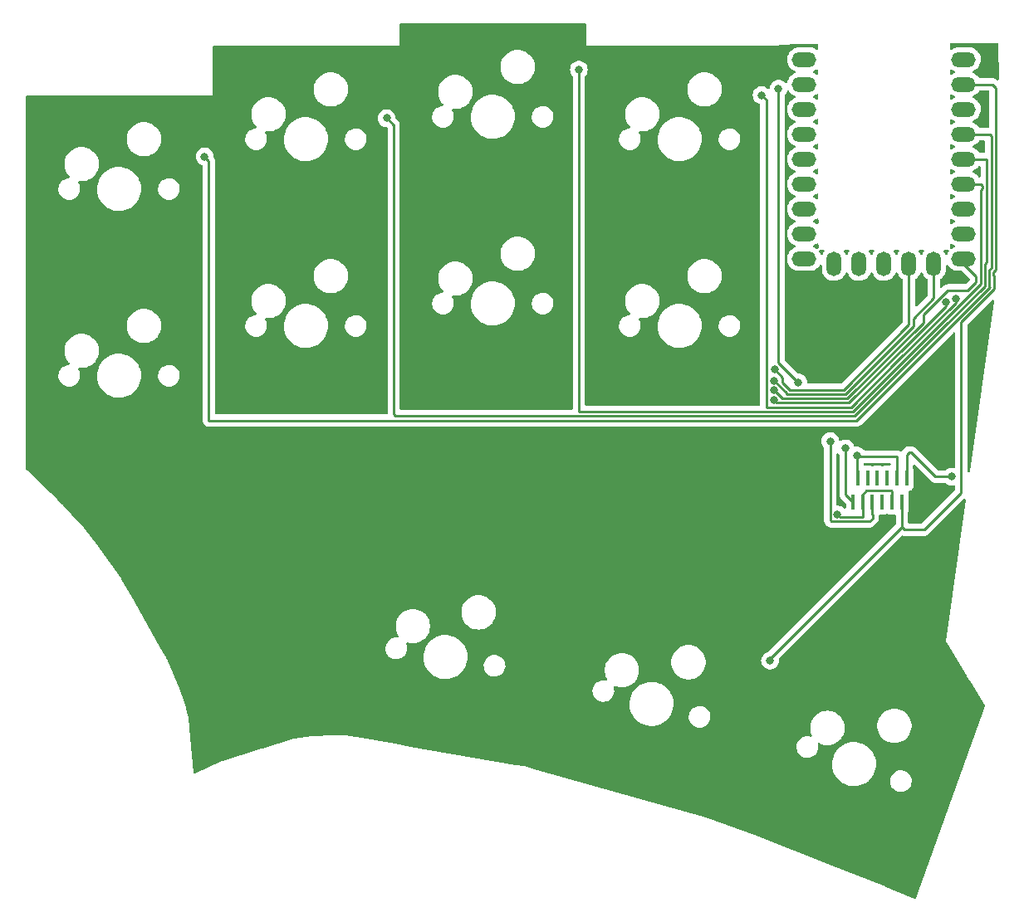
<source format=gbr>
%TF.GenerationSoftware,KiCad,Pcbnew,7.0.1*%
%TF.CreationDate,2024-01-25T16:33:04-05:00*%
%TF.ProjectId,OctoPlus Trio,4f63746f-506c-4757-9320-5472696f2e6b,rev?*%
%TF.SameCoordinates,Original*%
%TF.FileFunction,Copper,L1,Top*%
%TF.FilePolarity,Positive*%
%FSLAX46Y46*%
G04 Gerber Fmt 4.6, Leading zero omitted, Abs format (unit mm)*
G04 Created by KiCad (PCBNEW 7.0.1) date 2024-01-25 16:33:04*
%MOMM*%
%LPD*%
G01*
G04 APERTURE LIST*
%TA.AperFunction,SMDPad,CuDef*%
%ADD10R,0.400000X1.600000*%
%TD*%
%TA.AperFunction,ComponentPad*%
%ADD11O,2.500000X1.500000*%
%TD*%
%TA.AperFunction,ComponentPad*%
%ADD12O,1.500000X2.500000*%
%TD*%
%TA.AperFunction,ViaPad*%
%ADD13C,0.800000*%
%TD*%
%TA.AperFunction,Conductor*%
%ADD14C,0.250000*%
%TD*%
G04 APERTURE END LIST*
D10*
%TO.P,Cirque1,1,1*%
%TO.N,/SCK*%
X184530000Y-119280000D03*
%TO.P,Cirque1,2,2*%
%TO.N,/MISO*%
X185030000Y-116880000D03*
%TO.P,Cirque1,3,3*%
%TO.N,/CS*%
X185530000Y-119280000D03*
%TO.P,Cirque1,4,4*%
%TO.N,unconnected-(Cirque1-Pad4)*%
X186030000Y-116880000D03*
%TO.P,Cirque1,5,5*%
%TO.N,/MOSI*%
X186530000Y-119280000D03*
%TO.P,Cirque1,6,6*%
%TO.N,unconnected-(Cirque1-Pad6)*%
X187030000Y-116880000D03*
%TO.P,Cirque1,7,7*%
%TO.N,unconnected-(Cirque1-Pad7)*%
X187530000Y-119280000D03*
%TO.P,Cirque1,8,8*%
%TO.N,unconnected-(Cirque1-Pad8)*%
X188030000Y-116880000D03*
%TO.P,Cirque1,9,9*%
%TO.N,/CS*%
X188530000Y-119280000D03*
%TO.P,Cirque1,10,10*%
%TO.N,/MISO*%
X189030000Y-116880000D03*
%TO.P,Cirque1,11,11*%
%TO.N,/GND*%
X189530000Y-119280000D03*
%TO.P,Cirque1,12,12*%
%TO.N,/3v3*%
X190030000Y-116880000D03*
%TD*%
D11*
%TO.P,U1,1,0*%
%TO.N,/MISO*%
X179586000Y-74168000D03*
%TO.P,U1,2,1*%
%TO.N,/CS*%
X179586000Y-76708000D03*
%TO.P,U1,3,2*%
%TO.N,/SCK*%
X179586000Y-79248000D03*
%TO.P,U1,4,3*%
%TO.N,/MOSI*%
X179586000Y-81788000D03*
%TO.P,U1,5,4*%
%TO.N,unconnected-(U1-4-Pad5)*%
X179586000Y-84328000D03*
%TO.P,U1,6,5*%
%TO.N,unconnected-(U1-5-Pad6)*%
X179586000Y-86868000D03*
%TO.P,U1,7,6*%
%TO.N,unconnected-(U1-6-Pad7)*%
X179586000Y-89408000D03*
%TO.P,U1,8,7*%
%TO.N,unconnected-(U1-7-Pad8)*%
X179586000Y-91948000D03*
%TO.P,U1,9,8*%
%TO.N,unconnected-(U1-8-Pad9)*%
X179586000Y-94488000D03*
D12*
%TO.P,U1,10,9*%
%TO.N,/SW11*%
X182626000Y-94988000D03*
%TO.P,U1,11,10*%
%TO.N,/SW10*%
X185166000Y-94988000D03*
%TO.P,U1,12,11*%
%TO.N,/SW9*%
X187706000Y-94988000D03*
%TO.P,U1,13,12*%
%TO.N,/SW8*%
X190246000Y-94988000D03*
%TO.P,U1,14,13*%
%TO.N,/SW7*%
X192786000Y-94988000D03*
D11*
%TO.P,U1,15,14*%
%TO.N,/SW6*%
X195826000Y-94488000D03*
%TO.P,U1,16,15*%
%TO.N,/SW5*%
X195826000Y-91948000D03*
%TO.P,U1,17,26*%
%TO.N,/SW4*%
X195826000Y-89408000D03*
%TO.P,U1,18,27*%
%TO.N,/SW3*%
X195826000Y-86868000D03*
%TO.P,U1,19,28*%
%TO.N,/SW2*%
X195826000Y-84328000D03*
%TO.P,U1,20,29*%
%TO.N,/SW1*%
X195826000Y-81788000D03*
%TO.P,U1,21,3V3*%
%TO.N,/3v3*%
X195826000Y-79248000D03*
%TO.P,U1,22,GND*%
%TO.N,/GND*%
X195826000Y-76708000D03*
%TO.P,U1,23,5V*%
%TO.N,unconnected-(U1-5V-Pad23)*%
X195826000Y-74168000D03*
%TD*%
D13*
%TO.N,/GND*%
X176090000Y-135490000D03*
%TO.N,/3v3*%
X194620000Y-116730000D03*
%TO.N,/CS*%
X182964500Y-120565500D03*
X178990000Y-107120000D03*
X176960000Y-77140000D03*
%TO.N,/MOSI*%
X182240000Y-113111000D03*
%TO.N,/SCK*%
X183800000Y-113835500D03*
%TO.N,/MISO*%
X184980000Y-114560000D03*
%TO.N,/SW1*%
X118440000Y-84070000D03*
%TO.N,/SW2*%
X137010000Y-80160000D03*
%TO.N,/SW3*%
X156600000Y-75190000D03*
%TO.N,/SW4*%
X195019503Y-98579503D03*
X175240000Y-77800000D03*
%TO.N,/SW5*%
X194006304Y-98956304D03*
X176470000Y-108925500D03*
%TO.N,/SW6*%
X176495768Y-107926329D03*
%TO.N,/SW7*%
X176524374Y-106927236D03*
%TO.N,/SW8*%
X176570000Y-105810000D03*
%TD*%
D14*
%TO.N,/GND*%
X176090000Y-135310000D02*
X176090000Y-135490000D01*
X189530000Y-121870000D02*
X176090000Y-135310000D01*
X189530000Y-121870000D02*
X189530000Y-119280000D01*
X189800000Y-122140000D02*
X189530000Y-121870000D01*
X191810000Y-122140000D02*
X189800000Y-122140000D01*
X195590000Y-100942792D02*
X195590000Y-118360000D01*
X195590000Y-118360000D02*
X191810000Y-122140000D01*
X198940000Y-97592792D02*
X195590000Y-100942792D01*
X198940000Y-96240000D02*
X198940000Y-97592792D01*
X198890000Y-96190000D02*
X198940000Y-96240000D01*
X198890000Y-95836396D02*
X198890000Y-96190000D01*
X199090000Y-95636396D02*
X198890000Y-95836396D01*
X199090000Y-77030000D02*
X199090000Y-95636396D01*
X198768000Y-76708000D02*
X199090000Y-77030000D01*
X195326000Y-76708000D02*
X198768000Y-76708000D01*
%TO.N,/3v3*%
X190030000Y-114510000D02*
X190030000Y-116880000D01*
X190300000Y-114240000D02*
X190030000Y-114510000D01*
X190460000Y-114240000D02*
X190300000Y-114240000D01*
X194620000Y-116730000D02*
X192950000Y-116730000D01*
X192950000Y-116730000D02*
X190460000Y-114240000D01*
%TO.N,/CS*%
X185530000Y-120830000D02*
X185530000Y-119280000D01*
X185520000Y-120840000D02*
X185530000Y-120830000D01*
X182964500Y-120565500D02*
X183239000Y-120840000D01*
X183239000Y-120840000D02*
X185520000Y-120840000D01*
X176960000Y-105090000D02*
X178990000Y-107120000D01*
X176960000Y-77140000D02*
X176960000Y-105090000D01*
%TO.N,/MOSI*%
X186530000Y-120610000D02*
X186530000Y-119280000D01*
X186540000Y-120620000D02*
X186530000Y-120610000D01*
X186540000Y-120980000D02*
X186540000Y-120620000D01*
X186230000Y-121290000D02*
X186540000Y-120980000D01*
X182330000Y-121290000D02*
X186230000Y-121290000D01*
X182240000Y-121200000D02*
X182330000Y-121290000D01*
X182240000Y-113111000D02*
X182240000Y-121200000D01*
%TO.N,/SCK*%
X183800000Y-118550000D02*
X183800000Y-113835500D01*
X184530000Y-119280000D02*
X183800000Y-118550000D01*
%TO.N,/MISO*%
X189030000Y-114680000D02*
X185100000Y-114680000D01*
X189030000Y-116880000D02*
X189030000Y-114680000D01*
X185100000Y-114680000D02*
X184980000Y-114560000D01*
%TO.N,/CS*%
X188530000Y-118240000D02*
X188530000Y-119280000D01*
X188420000Y-118130000D02*
X188530000Y-118240000D01*
X185920000Y-118130000D02*
X188420000Y-118130000D01*
X185530000Y-118520000D02*
X185920000Y-118130000D01*
X185530000Y-119280000D02*
X185530000Y-118520000D01*
%TO.N,/MISO*%
X184980000Y-116830000D02*
X185030000Y-116880000D01*
X184980000Y-114560000D02*
X184980000Y-116830000D01*
%TO.N,/SW1*%
X198640000Y-88700000D02*
X198640000Y-92690000D01*
X118880000Y-84510000D02*
X118440000Y-84070000D01*
X198640000Y-95450000D02*
X198440000Y-95650000D01*
X198490000Y-97406396D02*
X184896396Y-111000000D01*
X198640000Y-92690000D02*
X198640000Y-95450000D01*
X195326000Y-81788000D02*
X198478000Y-81788000D01*
X198478000Y-81788000D02*
X198640000Y-81950000D01*
X198440000Y-95650000D02*
X198440000Y-97356396D01*
X198640000Y-81950000D02*
X198640000Y-88700000D01*
X198440000Y-97356396D02*
X198490000Y-97406396D01*
X184896396Y-111000000D02*
X118880000Y-111000000D01*
X118880000Y-111000000D02*
X118880000Y-84510000D01*
%TO.N,/SW2*%
X198190000Y-94810000D02*
X197990000Y-95010000D01*
X184710000Y-110550000D02*
X137900000Y-110550000D01*
X193690000Y-101570000D02*
X184710000Y-110550000D01*
X197990000Y-95836396D02*
X197990000Y-97270000D01*
X137730000Y-110380000D02*
X137730000Y-80880000D01*
X197990000Y-97270000D02*
X193690000Y-101570000D01*
X197990000Y-95010000D02*
X197990000Y-95836396D01*
X198190000Y-84380000D02*
X198190000Y-94810000D01*
X198188000Y-84328000D02*
X198190000Y-84330000D01*
X195326000Y-84328000D02*
X198188000Y-84328000D01*
X198190000Y-84330000D02*
X198190000Y-84380000D01*
X137730000Y-80880000D02*
X137010000Y-80160000D01*
X137900000Y-110550000D02*
X137730000Y-110380000D01*
%TO.N,/SW3*%
X196641802Y-97981802D02*
X187096802Y-107526802D01*
X184523604Y-110100000D02*
X179070000Y-110100000D01*
X197540000Y-97083604D02*
X196641802Y-97981802D01*
X197540000Y-87510000D02*
X197540000Y-97083604D01*
X195326000Y-86868000D02*
X197578000Y-86868000D01*
X156600000Y-110100000D02*
X156600000Y-75190000D01*
X197740000Y-87310000D02*
X197540000Y-87510000D01*
X197740000Y-87030000D02*
X197740000Y-87310000D01*
X179070000Y-110100000D02*
X156600000Y-110100000D01*
X187096802Y-107526802D02*
X184523604Y-110100000D01*
X197578000Y-86868000D02*
X197740000Y-87030000D01*
%TO.N,/SW4*%
X175700000Y-78260000D02*
X175240000Y-77800000D01*
X188963604Y-105023604D02*
X184337208Y-109650000D01*
X175700000Y-109650000D02*
X175700000Y-78260000D01*
X184337208Y-109650000D02*
X180150000Y-109650000D01*
X195019503Y-98967705D02*
X188963604Y-105023604D01*
X195019503Y-98579503D02*
X195019503Y-98967705D01*
X180150000Y-109650000D02*
X175700000Y-109650000D01*
%TO.N,/SW5*%
X194006304Y-98956304D02*
X194006304Y-99344508D01*
X194006304Y-99344508D02*
X190135406Y-103215406D01*
X177440000Y-109200000D02*
X176744500Y-109200000D01*
X190135406Y-103215406D02*
X184150812Y-109200000D01*
X176744500Y-109200000D02*
X176470000Y-108925500D01*
X184150812Y-109200000D02*
X177440000Y-109200000D01*
%TO.N,/SW6*%
X191722208Y-100215095D02*
X194218699Y-97718604D01*
X176495768Y-107926329D02*
X176496134Y-107926329D01*
X194218699Y-97718604D02*
X196168604Y-97718604D01*
X177319805Y-108750000D02*
X183964416Y-108750000D01*
X183964416Y-108750000D02*
X191722208Y-100992208D01*
X176496134Y-107926329D02*
X177319805Y-108750000D01*
X191722208Y-100992208D02*
X191722208Y-100215095D01*
X196218604Y-97768604D02*
X197090000Y-96897208D01*
X197090000Y-96897208D02*
X197090000Y-96252000D01*
X196168604Y-97718604D02*
X196218604Y-97768604D01*
X197090000Y-96252000D02*
X195326000Y-94488000D01*
%TO.N,/SW7*%
X176524374Y-106927236D02*
X177740000Y-108142862D01*
X190730000Y-100570907D02*
X192786000Y-98514907D01*
X177740000Y-108142862D02*
X177740000Y-108300000D01*
X192786000Y-98514907D02*
X192786000Y-94488000D01*
X190730000Y-101348020D02*
X190730000Y-100570907D01*
X183778020Y-108300000D02*
X190730000Y-101348020D01*
X177740000Y-108300000D02*
X183778020Y-108300000D01*
%TO.N,/SW8*%
X176570000Y-105810000D02*
X177376767Y-106616767D01*
X177376767Y-106616767D02*
X177376767Y-107143233D01*
X190246000Y-101195624D02*
X190246000Y-94488000D01*
X178083534Y-107850000D02*
X183591624Y-107850000D01*
X177376767Y-107143233D02*
X178083534Y-107850000D01*
X183591624Y-107850000D02*
X190246000Y-101195624D01*
%TD*%
%TA.AperFunction,NonConductor*%
G36*
X194608098Y-75195770D02*
G01*
X194781236Y-75299215D01*
X194838256Y-75320615D01*
X194840100Y-75321307D01*
X194887680Y-75353330D01*
X194915760Y-75403339D01*
X194918334Y-75460635D01*
X194894849Y-75512960D01*
X194850331Y-75549120D01*
X194682027Y-75630170D01*
X194617385Y-75677136D01*
X194554229Y-75700436D01*
X194488205Y-75687303D01*
X194438773Y-75641608D01*
X194420500Y-75576818D01*
X194420500Y-75302219D01*
X194437345Y-75239818D01*
X194483305Y-75194371D01*
X194545891Y-75178227D01*
X194608098Y-75195770D01*
G37*
%TD.AperFunction*%
%TA.AperFunction,NonConductor*%
G36*
X180953057Y-75167403D02*
G01*
X181002493Y-75213073D01*
X181020789Y-75277842D01*
X181020938Y-75591310D01*
X181004115Y-75653732D01*
X180958159Y-75699202D01*
X180895562Y-75715361D01*
X180833339Y-75697817D01*
X180630764Y-75576784D01*
X180571898Y-75554692D01*
X180524318Y-75522668D01*
X180496238Y-75472659D01*
X180493665Y-75415363D01*
X180517150Y-75363038D01*
X180561662Y-75326882D01*
X180729973Y-75245829D01*
X180823908Y-75177581D01*
X180887045Y-75154284D01*
X180953057Y-75167403D01*
G37*
%TD.AperFunction*%
%TA.AperFunction,NonConductor*%
G36*
X199337538Y-72527104D02*
G01*
X199382923Y-72572469D01*
X199399554Y-72634446D01*
X199401094Y-76157087D01*
X199387598Y-76213397D01*
X199350006Y-76257440D01*
X199296513Y-76279611D01*
X199238786Y-76275075D01*
X199189413Y-76244822D01*
X199182470Y-76237879D01*
X199179290Y-76235412D01*
X199170424Y-76227839D01*
X199138582Y-76197938D01*
X199121024Y-76188285D01*
X199104764Y-76177604D01*
X199088936Y-76165327D01*
X199048851Y-76147980D01*
X199038361Y-76142841D01*
X199000091Y-76121802D01*
X198980691Y-76116821D01*
X198962284Y-76110519D01*
X198943897Y-76102562D01*
X198900758Y-76095729D01*
X198889324Y-76093361D01*
X198847019Y-76082500D01*
X198826984Y-76082500D01*
X198807586Y-76080973D01*
X198800162Y-76079797D01*
X198787805Y-76077840D01*
X198787804Y-76077840D01*
X198754751Y-76080964D01*
X198744325Y-76081950D01*
X198732656Y-76082500D01*
X197483552Y-76082500D01*
X197419951Y-76064946D01*
X197381373Y-76024596D01*
X197380811Y-76025045D01*
X197375823Y-76018791D01*
X197374356Y-76017256D01*
X197373851Y-76016317D01*
X197233509Y-75840335D01*
X197196160Y-75807704D01*
X197063996Y-75692235D01*
X197063993Y-75692233D01*
X196870764Y-75576784D01*
X196811898Y-75554692D01*
X196764318Y-75522668D01*
X196736238Y-75472659D01*
X196733665Y-75415363D01*
X196757150Y-75363038D01*
X196801662Y-75326882D01*
X196969973Y-75245829D01*
X197152078Y-75113522D01*
X197307632Y-74950825D01*
X197431635Y-74762968D01*
X197520103Y-74555988D01*
X197570191Y-74336537D01*
X197580290Y-74111670D01*
X197550075Y-73888613D01*
X197480517Y-73674536D01*
X197373852Y-73476319D01*
X197253737Y-73325701D01*
X197233509Y-73300335D01*
X197144395Y-73222478D01*
X197063996Y-73152235D01*
X197063993Y-73152233D01*
X196870762Y-73036783D01*
X196660025Y-72957693D01*
X196438547Y-72917500D01*
X195269845Y-72917500D01*
X195202631Y-72923549D01*
X195101809Y-72932623D01*
X194884828Y-72992507D01*
X194682027Y-73090170D01*
X194617385Y-73137136D01*
X194554229Y-73160436D01*
X194488205Y-73147303D01*
X194438773Y-73101608D01*
X194420500Y-73036818D01*
X194420500Y-72634500D01*
X194437113Y-72572500D01*
X194482500Y-72527113D01*
X194544500Y-72510500D01*
X199275554Y-72510500D01*
X199337538Y-72527104D01*
G37*
%TD.AperFunction*%
%TA.AperFunction,NonConductor*%
G36*
X194608098Y-77735770D02*
G01*
X194781236Y-77839215D01*
X194838256Y-77860615D01*
X194840100Y-77861307D01*
X194887680Y-77893330D01*
X194915760Y-77943339D01*
X194918334Y-78000635D01*
X194894849Y-78052960D01*
X194850331Y-78089120D01*
X194682027Y-78170170D01*
X194617385Y-78217136D01*
X194554229Y-78240436D01*
X194488205Y-78227303D01*
X194438773Y-78181608D01*
X194420500Y-78116818D01*
X194420500Y-77842219D01*
X194437345Y-77779818D01*
X194483305Y-77734371D01*
X194545891Y-77718227D01*
X194608098Y-77735770D01*
G37*
%TD.AperFunction*%
%TA.AperFunction,NonConductor*%
G36*
X180954267Y-77706524D02*
G01*
X181003703Y-77752194D01*
X181021999Y-77816963D01*
X181022149Y-78132302D01*
X181009403Y-78187120D01*
X180973739Y-78230657D01*
X180922503Y-78253946D01*
X180866251Y-78252188D01*
X180835009Y-78235560D01*
X180833577Y-78237959D01*
X180630764Y-78116784D01*
X180571898Y-78094692D01*
X180524318Y-78062668D01*
X180496238Y-78012659D01*
X180493665Y-77955363D01*
X180517150Y-77903038D01*
X180561662Y-77866882D01*
X180729973Y-77785829D01*
X180825117Y-77716702D01*
X180888255Y-77693405D01*
X180954267Y-77706524D01*
G37*
%TD.AperFunction*%
%TA.AperFunction,NonConductor*%
G36*
X194608098Y-80275770D02*
G01*
X194781236Y-80379215D01*
X194829482Y-80397322D01*
X194840100Y-80401307D01*
X194887680Y-80433330D01*
X194915760Y-80483339D01*
X194918334Y-80540635D01*
X194894849Y-80592960D01*
X194850331Y-80629120D01*
X194682027Y-80710170D01*
X194617385Y-80757136D01*
X194554229Y-80780436D01*
X194488205Y-80767303D01*
X194438773Y-80721608D01*
X194420500Y-80656818D01*
X194420500Y-80382219D01*
X194437345Y-80319818D01*
X194483305Y-80274371D01*
X194545891Y-80258227D01*
X194608098Y-80275770D01*
G37*
%TD.AperFunction*%
%TA.AperFunction,NonConductor*%
G36*
X180955476Y-80245644D02*
G01*
X181004912Y-80291315D01*
X181023208Y-80356084D01*
X181023360Y-80673360D01*
X181010614Y-80728178D01*
X180974949Y-80771716D01*
X180923713Y-80795004D01*
X180867460Y-80793245D01*
X180834822Y-80775873D01*
X180833577Y-80777959D01*
X180630764Y-80656784D01*
X180571898Y-80634692D01*
X180524318Y-80602668D01*
X180496238Y-80552659D01*
X180493665Y-80495363D01*
X180517150Y-80443038D01*
X180561662Y-80406882D01*
X180729973Y-80325829D01*
X180826325Y-80255824D01*
X180889463Y-80232526D01*
X180955476Y-80245644D01*
G37*
%TD.AperFunction*%
%TA.AperFunction,NonConductor*%
G36*
X198402500Y-77350113D02*
G01*
X198447887Y-77395500D01*
X198464500Y-77457500D01*
X198464500Y-81038500D01*
X198447887Y-81100500D01*
X198402500Y-81145887D01*
X198340500Y-81162500D01*
X197483552Y-81162500D01*
X197419951Y-81144946D01*
X197381373Y-81104596D01*
X197380811Y-81105045D01*
X197375823Y-81098791D01*
X197374356Y-81097256D01*
X197373851Y-81096317D01*
X197233509Y-80920335D01*
X197233508Y-80920334D01*
X197063996Y-80772235D01*
X197063993Y-80772233D01*
X196870764Y-80656784D01*
X196811898Y-80634692D01*
X196764318Y-80602668D01*
X196736238Y-80552659D01*
X196733665Y-80495363D01*
X196757150Y-80443038D01*
X196801662Y-80406882D01*
X196969973Y-80325829D01*
X197152078Y-80193522D01*
X197307632Y-80030825D01*
X197431635Y-79842968D01*
X197520103Y-79635988D01*
X197570191Y-79416537D01*
X197580290Y-79191670D01*
X197550075Y-78968613D01*
X197480517Y-78754536D01*
X197373852Y-78556319D01*
X197253737Y-78405701D01*
X197233509Y-78380335D01*
X197196160Y-78347704D01*
X197063996Y-78232235D01*
X197061355Y-78230657D01*
X196870764Y-78116784D01*
X196811898Y-78094692D01*
X196764318Y-78062668D01*
X196736238Y-78012659D01*
X196733665Y-77955363D01*
X196757150Y-77903038D01*
X196801662Y-77866882D01*
X196969973Y-77785829D01*
X197152078Y-77653522D01*
X197307632Y-77490825D01*
X197374721Y-77389188D01*
X197419448Y-77348306D01*
X197478208Y-77333500D01*
X198340500Y-77333500D01*
X198402500Y-77350113D01*
G37*
%TD.AperFunction*%
%TA.AperFunction,NonConductor*%
G36*
X194608098Y-82815770D02*
G01*
X194781236Y-82919215D01*
X194829482Y-82937322D01*
X194840100Y-82941307D01*
X194887680Y-82973330D01*
X194915760Y-83023339D01*
X194918334Y-83080635D01*
X194894849Y-83132960D01*
X194850331Y-83169120D01*
X194682027Y-83250170D01*
X194617385Y-83297136D01*
X194554229Y-83320436D01*
X194488205Y-83307303D01*
X194438773Y-83261608D01*
X194420500Y-83196818D01*
X194420500Y-82922219D01*
X194437345Y-82859818D01*
X194483305Y-82814371D01*
X194545891Y-82798227D01*
X194608098Y-82815770D01*
G37*
%TD.AperFunction*%
%TA.AperFunction,NonConductor*%
G36*
X180956686Y-82784767D02*
G01*
X181006122Y-82830437D01*
X181024418Y-82895206D01*
X181024570Y-83214417D01*
X181011824Y-83269235D01*
X180976160Y-83312772D01*
X180924924Y-83336061D01*
X180868671Y-83334303D01*
X180834635Y-83316187D01*
X180833577Y-83317959D01*
X180630764Y-83196784D01*
X180571898Y-83174692D01*
X180524318Y-83142668D01*
X180496238Y-83092659D01*
X180493665Y-83035363D01*
X180517150Y-82983038D01*
X180561662Y-82946882D01*
X180729973Y-82865829D01*
X180827535Y-82794945D01*
X180890674Y-82771648D01*
X180956686Y-82784767D01*
G37*
%TD.AperFunction*%
%TA.AperFunction,NonConductor*%
G36*
X197952500Y-82430113D02*
G01*
X197997887Y-82475500D01*
X198014500Y-82537500D01*
X198014500Y-83578500D01*
X197997887Y-83640500D01*
X197952500Y-83685887D01*
X197890500Y-83702500D01*
X197483552Y-83702500D01*
X197419951Y-83684946D01*
X197381373Y-83644596D01*
X197380811Y-83645045D01*
X197375823Y-83638791D01*
X197374356Y-83637256D01*
X197373851Y-83636317D01*
X197233509Y-83460335D01*
X197233508Y-83460334D01*
X197063996Y-83312235D01*
X197063993Y-83312233D01*
X196870764Y-83196784D01*
X196811898Y-83174692D01*
X196764318Y-83142668D01*
X196736238Y-83092659D01*
X196733665Y-83035363D01*
X196757150Y-82983038D01*
X196801662Y-82946882D01*
X196969973Y-82865829D01*
X197152078Y-82733522D01*
X197307632Y-82570825D01*
X197374721Y-82469188D01*
X197419448Y-82428306D01*
X197478208Y-82413500D01*
X197890500Y-82413500D01*
X197952500Y-82430113D01*
G37*
%TD.AperFunction*%
%TA.AperFunction,NonConductor*%
G36*
X194608098Y-85355770D02*
G01*
X194781236Y-85459215D01*
X194829482Y-85477322D01*
X194840100Y-85481307D01*
X194887680Y-85513330D01*
X194915760Y-85563339D01*
X194918334Y-85620635D01*
X194894849Y-85672960D01*
X194850331Y-85709120D01*
X194682027Y-85790170D01*
X194617385Y-85837136D01*
X194554229Y-85860436D01*
X194488205Y-85847303D01*
X194438773Y-85801608D01*
X194420500Y-85736818D01*
X194420500Y-85462219D01*
X194437345Y-85399818D01*
X194483305Y-85354371D01*
X194545891Y-85338227D01*
X194608098Y-85355770D01*
G37*
%TD.AperFunction*%
%TA.AperFunction,NonConductor*%
G36*
X180957896Y-85323888D02*
G01*
X181007332Y-85369558D01*
X181025628Y-85434327D01*
X181025781Y-85755475D01*
X181013035Y-85810293D01*
X180977370Y-85853831D01*
X180926134Y-85877119D01*
X180869881Y-85875361D01*
X180834447Y-85856501D01*
X180833577Y-85857959D01*
X180630764Y-85736784D01*
X180571898Y-85714692D01*
X180524318Y-85682668D01*
X180496238Y-85632659D01*
X180493665Y-85575363D01*
X180517150Y-85523038D01*
X180561662Y-85486882D01*
X180729973Y-85405829D01*
X180828745Y-85334066D01*
X180891884Y-85310769D01*
X180957896Y-85323888D01*
G37*
%TD.AperFunction*%
%TA.AperFunction,NonConductor*%
G36*
X197505052Y-85028754D02*
G01*
X197548621Y-85073916D01*
X197564500Y-85134626D01*
X197564500Y-86061012D01*
X197549694Y-86119772D01*
X197508811Y-86164499D01*
X197451616Y-86184513D01*
X197391765Y-86175034D01*
X197343553Y-86138325D01*
X197233509Y-86000335D01*
X197233508Y-86000334D01*
X197063996Y-85852235D01*
X197063993Y-85852233D01*
X196870764Y-85736784D01*
X196811898Y-85714692D01*
X196764318Y-85682668D01*
X196736238Y-85632659D01*
X196733665Y-85575363D01*
X196757150Y-85523038D01*
X196801662Y-85486882D01*
X196969973Y-85405829D01*
X197152078Y-85273522D01*
X197307632Y-85110825D01*
X197337012Y-85066315D01*
X197383710Y-85024395D01*
X197444951Y-85010706D01*
X197505052Y-85028754D01*
G37*
%TD.AperFunction*%
%TA.AperFunction,NonConductor*%
G36*
X194608098Y-87895770D02*
G01*
X194781236Y-87999215D01*
X194830700Y-88017779D01*
X194840100Y-88021307D01*
X194887680Y-88053330D01*
X194915760Y-88103339D01*
X194918334Y-88160635D01*
X194894849Y-88212960D01*
X194850331Y-88249120D01*
X194682027Y-88330170D01*
X194617385Y-88377136D01*
X194554229Y-88400436D01*
X194488205Y-88387303D01*
X194438773Y-88341608D01*
X194420500Y-88276818D01*
X194420500Y-88002219D01*
X194437345Y-87939818D01*
X194483305Y-87894371D01*
X194545891Y-87878227D01*
X194608098Y-87895770D01*
G37*
%TD.AperFunction*%
%TA.AperFunction,NonConductor*%
G36*
X180959107Y-87863009D02*
G01*
X181008542Y-87908680D01*
X181026838Y-87973448D01*
X181026991Y-88296533D01*
X181014244Y-88351353D01*
X180978577Y-88394892D01*
X180927337Y-88418178D01*
X180871083Y-88416416D01*
X180834261Y-88396814D01*
X180833577Y-88397959D01*
X180630764Y-88276784D01*
X180571898Y-88254692D01*
X180524318Y-88222668D01*
X180496238Y-88172659D01*
X180493665Y-88115363D01*
X180517150Y-88063038D01*
X180561662Y-88026882D01*
X180729973Y-87945829D01*
X180829954Y-87873187D01*
X180893094Y-87849890D01*
X180959107Y-87863009D01*
G37*
%TD.AperFunction*%
%TA.AperFunction,NonConductor*%
G36*
X194608098Y-90435770D02*
G01*
X194781236Y-90539215D01*
X194840100Y-90561307D01*
X194887680Y-90593330D01*
X194915760Y-90643339D01*
X194918334Y-90700635D01*
X194894849Y-90752960D01*
X194850331Y-90789120D01*
X194682027Y-90870170D01*
X194617385Y-90917136D01*
X194554229Y-90940436D01*
X194488205Y-90927303D01*
X194438773Y-90881608D01*
X194420500Y-90816818D01*
X194420500Y-90542219D01*
X194437345Y-90479818D01*
X194483305Y-90434371D01*
X194545891Y-90418227D01*
X194608098Y-90435770D01*
G37*
%TD.AperFunction*%
%TA.AperFunction,NonConductor*%
G36*
X180960315Y-90402130D02*
G01*
X181009751Y-90447800D01*
X181028047Y-90512569D01*
X181028202Y-90837590D01*
X181015456Y-90892408D01*
X180979791Y-90935946D01*
X180928555Y-90959234D01*
X180872302Y-90957476D01*
X180834073Y-90937128D01*
X180833577Y-90937959D01*
X180630764Y-90816784D01*
X180571898Y-90794692D01*
X180524318Y-90762668D01*
X180496238Y-90712659D01*
X180493665Y-90655363D01*
X180517150Y-90603038D01*
X180561662Y-90566882D01*
X180729973Y-90485829D01*
X180831165Y-90412308D01*
X180894303Y-90389011D01*
X180960315Y-90402130D01*
G37*
%TD.AperFunction*%
%TA.AperFunction,NonConductor*%
G36*
X194608098Y-92975770D02*
G01*
X194781236Y-93079215D01*
X194840100Y-93101307D01*
X194887680Y-93133330D01*
X194915760Y-93183339D01*
X194918334Y-93240635D01*
X194894849Y-93292960D01*
X194850331Y-93329120D01*
X194682027Y-93410170D01*
X194617385Y-93457136D01*
X194554229Y-93480436D01*
X194488205Y-93467303D01*
X194438773Y-93421608D01*
X194420500Y-93356818D01*
X194420500Y-93082219D01*
X194437345Y-93019818D01*
X194483305Y-92974371D01*
X194545891Y-92958227D01*
X194608098Y-92975770D01*
G37*
%TD.AperFunction*%
%TA.AperFunction,NonConductor*%
G36*
X180961525Y-92941251D02*
G01*
X181010961Y-92986921D01*
X181029257Y-93051690D01*
X181029412Y-93378648D01*
X181016665Y-93433468D01*
X180980999Y-93477006D01*
X180929761Y-93500293D01*
X180873506Y-93498532D01*
X180833886Y-93477441D01*
X180833577Y-93477959D01*
X180630764Y-93356784D01*
X180571898Y-93334692D01*
X180524318Y-93302668D01*
X180496238Y-93252659D01*
X180493665Y-93195363D01*
X180517150Y-93143038D01*
X180561662Y-93106882D01*
X180729973Y-93025829D01*
X180832375Y-92951429D01*
X180895513Y-92928132D01*
X180961525Y-92941251D01*
G37*
%TD.AperFunction*%
%TA.AperFunction,NonConductor*%
G36*
X181567326Y-93577345D02*
G01*
X181612773Y-93623305D01*
X181628917Y-93685891D01*
X181611373Y-93748099D01*
X181494785Y-93943234D01*
X181474085Y-93998389D01*
X181439575Y-94048199D01*
X181385581Y-94075709D01*
X181324999Y-94074347D01*
X181272297Y-94044440D01*
X181246786Y-94003836D01*
X181245805Y-94004364D01*
X181240518Y-93994539D01*
X181240517Y-93994536D01*
X181133852Y-93796319D01*
X181106332Y-93761810D01*
X181080061Y-93698383D01*
X181091561Y-93630698D01*
X181137309Y-93579506D01*
X181203281Y-93560500D01*
X181504925Y-93560500D01*
X181567326Y-93577345D01*
G37*
%TD.AperFunction*%
%TA.AperFunction,NonConductor*%
G36*
X184107326Y-93577345D02*
G01*
X184152773Y-93623305D01*
X184168917Y-93685891D01*
X184151373Y-93748099D01*
X184034784Y-93943236D01*
X184012692Y-94002101D01*
X183980668Y-94049681D01*
X183930659Y-94077761D01*
X183873363Y-94080333D01*
X183821039Y-94056849D01*
X183784879Y-94012331D01*
X183782926Y-94008276D01*
X183703829Y-93844027D01*
X183640880Y-93757385D01*
X183617580Y-93694229D01*
X183630713Y-93628205D01*
X183676408Y-93578773D01*
X183741198Y-93560500D01*
X184044925Y-93560500D01*
X184107326Y-93577345D01*
G37*
%TD.AperFunction*%
%TA.AperFunction,NonConductor*%
G36*
X186647326Y-93577345D02*
G01*
X186692773Y-93623305D01*
X186708917Y-93685891D01*
X186691373Y-93748099D01*
X186574784Y-93943236D01*
X186552692Y-94002101D01*
X186520668Y-94049681D01*
X186470659Y-94077761D01*
X186413363Y-94080333D01*
X186361039Y-94056849D01*
X186324879Y-94012331D01*
X186322926Y-94008276D01*
X186243829Y-93844027D01*
X186180880Y-93757385D01*
X186157580Y-93694229D01*
X186170713Y-93628205D01*
X186216408Y-93578773D01*
X186281198Y-93560500D01*
X186584925Y-93560500D01*
X186647326Y-93577345D01*
G37*
%TD.AperFunction*%
%TA.AperFunction,NonConductor*%
G36*
X189187326Y-93577345D02*
G01*
X189232773Y-93623305D01*
X189248917Y-93685891D01*
X189231373Y-93748099D01*
X189114784Y-93943236D01*
X189092692Y-94002101D01*
X189060668Y-94049681D01*
X189010659Y-94077761D01*
X188953363Y-94080333D01*
X188901039Y-94056849D01*
X188864879Y-94012331D01*
X188862926Y-94008276D01*
X188783829Y-93844027D01*
X188720880Y-93757385D01*
X188697580Y-93694229D01*
X188710713Y-93628205D01*
X188756408Y-93578773D01*
X188821198Y-93560500D01*
X189124925Y-93560500D01*
X189187326Y-93577345D01*
G37*
%TD.AperFunction*%
%TA.AperFunction,NonConductor*%
G36*
X191727326Y-93577345D02*
G01*
X191772773Y-93623305D01*
X191788917Y-93685891D01*
X191771373Y-93748099D01*
X191654784Y-93943236D01*
X191632692Y-94002101D01*
X191600668Y-94049681D01*
X191550659Y-94077761D01*
X191493363Y-94080333D01*
X191441039Y-94056849D01*
X191404879Y-94012331D01*
X191402926Y-94008276D01*
X191323829Y-93844027D01*
X191260880Y-93757385D01*
X191237580Y-93694229D01*
X191250713Y-93628205D01*
X191296408Y-93578773D01*
X191361198Y-93560500D01*
X191664925Y-93560500D01*
X191727326Y-93577345D01*
G37*
%TD.AperFunction*%
%TA.AperFunction,NonConductor*%
G36*
X194273036Y-93578052D02*
G01*
X194318631Y-93625740D01*
X194333312Y-93690063D01*
X194312924Y-93752811D01*
X194220365Y-93893031D01*
X194171106Y-94008276D01*
X194137827Y-94053650D01*
X194087921Y-94079645D01*
X194031666Y-94080907D01*
X193980645Y-94057177D01*
X193945368Y-94013346D01*
X193863829Y-93844027D01*
X193800880Y-93757385D01*
X193777580Y-93694229D01*
X193790713Y-93628205D01*
X193836408Y-93578773D01*
X193901198Y-93560500D01*
X194209437Y-93560500D01*
X194273036Y-93578052D01*
G37*
%TD.AperFunction*%
%TA.AperFunction,NonConductor*%
G36*
X194225053Y-95116857D02*
G01*
X194269692Y-95163968D01*
X194278148Y-95179681D01*
X194418492Y-95355666D01*
X194588004Y-95503765D01*
X194588006Y-95503766D01*
X194781237Y-95619216D01*
X194899214Y-95663493D01*
X194991976Y-95698307D01*
X195213453Y-95738500D01*
X195640548Y-95738500D01*
X195688001Y-95747939D01*
X195728229Y-95774819D01*
X196428181Y-96474771D01*
X196455061Y-96514999D01*
X196464500Y-96562452D01*
X196464500Y-96586756D01*
X196455061Y-96634209D01*
X196428181Y-96674437D01*
X196045832Y-97056785D01*
X196005604Y-97083665D01*
X195958151Y-97093104D01*
X194301439Y-97093104D01*
X194280935Y-97090840D01*
X194210843Y-97093043D01*
X194206949Y-97093104D01*
X194179347Y-97093104D01*
X194175352Y-97093608D01*
X194163728Y-97094522D01*
X194120067Y-97095894D01*
X194100828Y-97101484D01*
X194081779Y-97105429D01*
X194061907Y-97107939D01*
X194021292Y-97124019D01*
X194010248Y-97127800D01*
X193968310Y-97139986D01*
X193951063Y-97150185D01*
X193933599Y-97158740D01*
X193914966Y-97166118D01*
X193879625Y-97191793D01*
X193869867Y-97198203D01*
X193832278Y-97220433D01*
X193818109Y-97234602D01*
X193803321Y-97247232D01*
X193787109Y-97259011D01*
X193759269Y-97292663D01*
X193751409Y-97301301D01*
X193623180Y-97429530D01*
X193573818Y-97459780D01*
X193516102Y-97464322D01*
X193462615Y-97442167D01*
X193425015Y-97398144D01*
X193411500Y-97341849D01*
X193411500Y-96645552D01*
X193429054Y-96581951D01*
X193469403Y-96543373D01*
X193468955Y-96542811D01*
X193475208Y-96537823D01*
X193476744Y-96536356D01*
X193477681Y-96535852D01*
X193653666Y-96395508D01*
X193801765Y-96225996D01*
X193917215Y-96032764D01*
X193996307Y-95822024D01*
X194036500Y-95600547D01*
X194036500Y-95222729D01*
X194053486Y-95160087D01*
X194099790Y-95114607D01*
X194162726Y-95098749D01*
X194225053Y-95116857D01*
G37*
%TD.AperFunction*%
%TA.AperFunction,NonConductor*%
G36*
X191590960Y-95919150D02*
G01*
X191627120Y-95963668D01*
X191708170Y-96131972D01*
X191776483Y-96225996D01*
X191840478Y-96314078D01*
X192003175Y-96469632D01*
X192103494Y-96535852D01*
X192104811Y-96536721D01*
X192145694Y-96581448D01*
X192160500Y-96640208D01*
X192160500Y-98204455D01*
X192151061Y-98251908D01*
X192124181Y-98292136D01*
X191083181Y-99333135D01*
X191033818Y-99363385D01*
X190976102Y-99367927D01*
X190922615Y-99345772D01*
X190885015Y-99301749D01*
X190871500Y-99245454D01*
X190871500Y-96645552D01*
X190889054Y-96581951D01*
X190929403Y-96543373D01*
X190928955Y-96542811D01*
X190935208Y-96537823D01*
X190936744Y-96536356D01*
X190937681Y-96535852D01*
X191113666Y-96395508D01*
X191261765Y-96225996D01*
X191377215Y-96032764D01*
X191399308Y-95973896D01*
X191431330Y-95926319D01*
X191481339Y-95898239D01*
X191538635Y-95895665D01*
X191590960Y-95919150D01*
G37*
%TD.AperFunction*%
%TA.AperFunction,NonConductor*%
G36*
X178003022Y-77362394D02*
G01*
X178029575Y-77392242D01*
X178031190Y-77390955D01*
X178038146Y-77399678D01*
X178038148Y-77399681D01*
X178178492Y-77575666D01*
X178348004Y-77723765D01*
X178541236Y-77839215D01*
X178598256Y-77860615D01*
X178600100Y-77861307D01*
X178647680Y-77893330D01*
X178675760Y-77943339D01*
X178678334Y-78000635D01*
X178654849Y-78052960D01*
X178610331Y-78089120D01*
X178442027Y-78170170D01*
X178259925Y-78302475D01*
X178259922Y-78302477D01*
X178259922Y-78302478D01*
X178216682Y-78347704D01*
X178104365Y-78465178D01*
X177980365Y-78653031D01*
X177891896Y-78860012D01*
X177841809Y-79079462D01*
X177833375Y-79267254D01*
X177825526Y-79292364D01*
X177832378Y-79309261D01*
X177861925Y-79527388D01*
X177901156Y-79648129D01*
X177931483Y-79741464D01*
X178038148Y-79939681D01*
X178178492Y-80115666D01*
X178348004Y-80263765D01*
X178541236Y-80379215D01*
X178589482Y-80397322D01*
X178600100Y-80401307D01*
X178647680Y-80433330D01*
X178675760Y-80483339D01*
X178678334Y-80540635D01*
X178654849Y-80592960D01*
X178610331Y-80629120D01*
X178442027Y-80710170D01*
X178259925Y-80842475D01*
X178104365Y-81005178D01*
X177980365Y-81193031D01*
X177891896Y-81400012D01*
X177841809Y-81619462D01*
X177833375Y-81807254D01*
X177825526Y-81832364D01*
X177832378Y-81849261D01*
X177861925Y-82067388D01*
X177919100Y-82243355D01*
X177931483Y-82281464D01*
X178038148Y-82479681D01*
X178138032Y-82604931D01*
X178146153Y-82615115D01*
X178178492Y-82655666D01*
X178348004Y-82803765D01*
X178541236Y-82919215D01*
X178589482Y-82937322D01*
X178600100Y-82941307D01*
X178647680Y-82973330D01*
X178675760Y-83023339D01*
X178678334Y-83080635D01*
X178654849Y-83132960D01*
X178610331Y-83169120D01*
X178442027Y-83250170D01*
X178259925Y-83382475D01*
X178259922Y-83382477D01*
X178259922Y-83382478D01*
X178245655Y-83397400D01*
X178104365Y-83545178D01*
X177980365Y-83733031D01*
X177891896Y-83940012D01*
X177841809Y-84159462D01*
X177833375Y-84347254D01*
X177825526Y-84372364D01*
X177832378Y-84389261D01*
X177861925Y-84607388D01*
X177897211Y-84715988D01*
X177931483Y-84821464D01*
X178038148Y-85019681D01*
X178178492Y-85195666D01*
X178348004Y-85343765D01*
X178541236Y-85459215D01*
X178589482Y-85477322D01*
X178600100Y-85481307D01*
X178647680Y-85513330D01*
X178675760Y-85563339D01*
X178678334Y-85620635D01*
X178654849Y-85672960D01*
X178610331Y-85709120D01*
X178442027Y-85790170D01*
X178259925Y-85922475D01*
X178104365Y-86085178D01*
X177980365Y-86273031D01*
X177891896Y-86480012D01*
X177841809Y-86699462D01*
X177833375Y-86887254D01*
X177825526Y-86912364D01*
X177832378Y-86929261D01*
X177861925Y-87147388D01*
X177919100Y-87323355D01*
X177931483Y-87361464D01*
X178038148Y-87559681D01*
X178178492Y-87735666D01*
X178348004Y-87883765D01*
X178541236Y-87999215D01*
X178590700Y-88017779D01*
X178600100Y-88021307D01*
X178647680Y-88053330D01*
X178675760Y-88103339D01*
X178678334Y-88160635D01*
X178654849Y-88212960D01*
X178610331Y-88249120D01*
X178442027Y-88330170D01*
X178259925Y-88462475D01*
X178104365Y-88625178D01*
X177980365Y-88813031D01*
X177891896Y-89020012D01*
X177841809Y-89239462D01*
X177833375Y-89427254D01*
X177825526Y-89452364D01*
X177832378Y-89469261D01*
X177861925Y-89687388D01*
X177897211Y-89795988D01*
X177931483Y-89901464D01*
X178038148Y-90099681D01*
X178178492Y-90275666D01*
X178348004Y-90423765D01*
X178541236Y-90539215D01*
X178600100Y-90561307D01*
X178647680Y-90593330D01*
X178675760Y-90643339D01*
X178678334Y-90700635D01*
X178654849Y-90752960D01*
X178610331Y-90789120D01*
X178442027Y-90870170D01*
X178259925Y-91002475D01*
X178104365Y-91165178D01*
X177980365Y-91353031D01*
X177891896Y-91560012D01*
X177841809Y-91779462D01*
X177833375Y-91967254D01*
X177825526Y-91992364D01*
X177832378Y-92009261D01*
X177861925Y-92227388D01*
X177917500Y-92398431D01*
X177931483Y-92441464D01*
X178038148Y-92639681D01*
X178178492Y-92815666D01*
X178348004Y-92963765D01*
X178541236Y-93079215D01*
X178600100Y-93101307D01*
X178647680Y-93133330D01*
X178675760Y-93183339D01*
X178678334Y-93240635D01*
X178654849Y-93292960D01*
X178610331Y-93329120D01*
X178442027Y-93410170D01*
X178259925Y-93542475D01*
X178259922Y-93542477D01*
X178259922Y-93542478D01*
X178224520Y-93579506D01*
X178104365Y-93705178D01*
X177980365Y-93893031D01*
X177891896Y-94100012D01*
X177841809Y-94319462D01*
X177833375Y-94507254D01*
X177825526Y-94532364D01*
X177832378Y-94549261D01*
X177861925Y-94767388D01*
X177930746Y-94979198D01*
X177931483Y-94981464D01*
X178038148Y-95179681D01*
X178178492Y-95355666D01*
X178348004Y-95503765D01*
X178348006Y-95503766D01*
X178541237Y-95619216D01*
X178659214Y-95663493D01*
X178751976Y-95698307D01*
X178973453Y-95738500D01*
X180142153Y-95738500D01*
X180142155Y-95738500D01*
X180310188Y-95723377D01*
X180527170Y-95663493D01*
X180729973Y-95565829D01*
X180912078Y-95433522D01*
X181067632Y-95270825D01*
X181133182Y-95171521D01*
X181148013Y-95149053D01*
X181194710Y-95107133D01*
X181255951Y-95093444D01*
X181316052Y-95111491D01*
X181359621Y-95156654D01*
X181375500Y-95217364D01*
X181375500Y-95544153D01*
X181390623Y-95712190D01*
X181450507Y-95929171D01*
X181548170Y-96131972D01*
X181616483Y-96225996D01*
X181680478Y-96314078D01*
X181843175Y-96469632D01*
X182031032Y-96593635D01*
X182238012Y-96682103D01*
X182457463Y-96732191D01*
X182662998Y-96741421D01*
X182682328Y-96742290D01*
X182682328Y-96742289D01*
X182682330Y-96742290D01*
X182905387Y-96712075D01*
X183119464Y-96642517D01*
X183317681Y-96535852D01*
X183493666Y-96395508D01*
X183641765Y-96225996D01*
X183757215Y-96032764D01*
X183779308Y-95973896D01*
X183811330Y-95926319D01*
X183861339Y-95898239D01*
X183918635Y-95895665D01*
X183970960Y-95919150D01*
X184007120Y-95963668D01*
X184088170Y-96131972D01*
X184156483Y-96225996D01*
X184220478Y-96314078D01*
X184383175Y-96469632D01*
X184571032Y-96593635D01*
X184778012Y-96682103D01*
X184997463Y-96732191D01*
X185202998Y-96741421D01*
X185222328Y-96742290D01*
X185222328Y-96742289D01*
X185222330Y-96742290D01*
X185445387Y-96712075D01*
X185659464Y-96642517D01*
X185857681Y-96535852D01*
X186033666Y-96395508D01*
X186181765Y-96225996D01*
X186297215Y-96032764D01*
X186319308Y-95973896D01*
X186351330Y-95926319D01*
X186401339Y-95898239D01*
X186458635Y-95895665D01*
X186510960Y-95919150D01*
X186547120Y-95963668D01*
X186628170Y-96131972D01*
X186696483Y-96225996D01*
X186760478Y-96314078D01*
X186923175Y-96469632D01*
X187111032Y-96593635D01*
X187318012Y-96682103D01*
X187537463Y-96732191D01*
X187742998Y-96741421D01*
X187762328Y-96742290D01*
X187762328Y-96742289D01*
X187762330Y-96742290D01*
X187985387Y-96712075D01*
X188199464Y-96642517D01*
X188397681Y-96535852D01*
X188573666Y-96395508D01*
X188721765Y-96225996D01*
X188837215Y-96032764D01*
X188859308Y-95973896D01*
X188891330Y-95926319D01*
X188941339Y-95898239D01*
X188998635Y-95895665D01*
X189050960Y-95919150D01*
X189087120Y-95963668D01*
X189168170Y-96131972D01*
X189236483Y-96225996D01*
X189300478Y-96314078D01*
X189463175Y-96469632D01*
X189563494Y-96535852D01*
X189564811Y-96536721D01*
X189605694Y-96581448D01*
X189620500Y-96640208D01*
X189620500Y-100885172D01*
X189611061Y-100932625D01*
X189584181Y-100972853D01*
X183368852Y-107188181D01*
X183328624Y-107215061D01*
X183281171Y-107224500D01*
X180018093Y-107224500D01*
X179959878Y-107209985D01*
X179915292Y-107169840D01*
X179894773Y-107113463D01*
X179875674Y-106931744D01*
X179817179Y-106751716D01*
X179817179Y-106751715D01*
X179722533Y-106587783D01*
X179595870Y-106447110D01*
X179442730Y-106335848D01*
X179269802Y-106258855D01*
X179084648Y-106219500D01*
X179084646Y-106219500D01*
X179025452Y-106219500D01*
X178977999Y-106210061D01*
X178937771Y-106183181D01*
X177621819Y-104867228D01*
X177594939Y-104827000D01*
X177585500Y-104779547D01*
X177585500Y-94565906D01*
X177593844Y-94533305D01*
X177585500Y-94501690D01*
X177585500Y-92025906D01*
X177593844Y-91993305D01*
X177585500Y-91961690D01*
X177585500Y-89485906D01*
X177593844Y-89453305D01*
X177585500Y-89421690D01*
X177585500Y-86945906D01*
X177593844Y-86913305D01*
X177585500Y-86881690D01*
X177585500Y-84405906D01*
X177593844Y-84373305D01*
X177585500Y-84341690D01*
X177585500Y-81865906D01*
X177593844Y-81833305D01*
X177585500Y-81801690D01*
X177585500Y-79325906D01*
X177593844Y-79293305D01*
X177585500Y-79261690D01*
X177585500Y-77838687D01*
X177593736Y-77794249D01*
X177617347Y-77755717D01*
X177692533Y-77672216D01*
X177727447Y-77611744D01*
X177787179Y-77508284D01*
X177803680Y-77457500D01*
X177814017Y-77425684D01*
X177843874Y-77376716D01*
X177892573Y-77346421D01*
X177949696Y-77341280D01*
X178003022Y-77362394D01*
G37*
%TD.AperFunction*%
%TA.AperFunction,NonConductor*%
G36*
X188342500Y-115322113D02*
G01*
X188387887Y-115367500D01*
X188404500Y-115429500D01*
X188404500Y-115455500D01*
X188387887Y-115517500D01*
X188342500Y-115562887D01*
X188280500Y-115579500D01*
X187782130Y-115579500D01*
X187722513Y-115585909D01*
X187573331Y-115641550D01*
X187529999Y-115649368D01*
X187486666Y-115641550D01*
X187337485Y-115585909D01*
X187317253Y-115583734D01*
X187277873Y-115579500D01*
X187277869Y-115579500D01*
X186782130Y-115579500D01*
X186722513Y-115585909D01*
X186573331Y-115641550D01*
X186529999Y-115649368D01*
X186486666Y-115641550D01*
X186337485Y-115585909D01*
X186317253Y-115583734D01*
X186277873Y-115579500D01*
X186277869Y-115579500D01*
X185782130Y-115579500D01*
X185753850Y-115582540D01*
X185742751Y-115583733D01*
X185675318Y-115571980D01*
X185624394Y-115526237D01*
X185605500Y-115460444D01*
X185605500Y-115429500D01*
X185622113Y-115367500D01*
X185667500Y-115322113D01*
X185729500Y-115305500D01*
X188280500Y-115305500D01*
X188342500Y-115322113D01*
G37*
%TD.AperFunction*%
%TA.AperFunction,NonConductor*%
G36*
X198880971Y-98699029D02*
G01*
X198915997Y-98749310D01*
X198922670Y-98810224D01*
X196462277Y-116197007D01*
X196438905Y-116253759D01*
X196391179Y-116292351D01*
X196330791Y-116303327D01*
X196272538Y-116283998D01*
X196230690Y-116239100D01*
X196215500Y-116179633D01*
X196215500Y-101253244D01*
X196224939Y-101205791D01*
X196251819Y-101165563D01*
X197426611Y-99990771D01*
X198712214Y-98705167D01*
X198764905Y-98673888D01*
X198826143Y-98671660D01*
X198880971Y-98699029D01*
G37*
%TD.AperFunction*%
%TA.AperFunction,NonConductor*%
G36*
X183032723Y-114350217D02*
G01*
X183081650Y-114383468D01*
X183142650Y-114451215D01*
X183166264Y-114489749D01*
X183174500Y-114534187D01*
X183174500Y-118467256D01*
X183172235Y-118487762D01*
X183174439Y-118557873D01*
X183174500Y-118561768D01*
X183174500Y-118589349D01*
X183175003Y-118593334D01*
X183175918Y-118604967D01*
X183177290Y-118648626D01*
X183182879Y-118667860D01*
X183186825Y-118686916D01*
X183189335Y-118706792D01*
X183205414Y-118747404D01*
X183209197Y-118758451D01*
X183221382Y-118800391D01*
X183231580Y-118817635D01*
X183240136Y-118835100D01*
X183247514Y-118853732D01*
X183247515Y-118853733D01*
X183273180Y-118889059D01*
X183279593Y-118898822D01*
X183301826Y-118936416D01*
X183301829Y-118936419D01*
X183301830Y-118936420D01*
X183315995Y-118950585D01*
X183328627Y-118965375D01*
X183340406Y-118981587D01*
X183374058Y-119009426D01*
X183382698Y-119017288D01*
X183793182Y-119427773D01*
X183820061Y-119467999D01*
X183829500Y-119515452D01*
X183829500Y-119857373D01*
X183815389Y-119914822D01*
X183776268Y-119959196D01*
X183721041Y-119980395D01*
X183662277Y-119973596D01*
X183613350Y-119940345D01*
X183570370Y-119892610D01*
X183417230Y-119781348D01*
X183244302Y-119704355D01*
X183059148Y-119665000D01*
X183059146Y-119665000D01*
X182989500Y-119665000D01*
X182927500Y-119648387D01*
X182882113Y-119603000D01*
X182865500Y-119541000D01*
X182865500Y-114466440D01*
X182879611Y-114408991D01*
X182918731Y-114364618D01*
X182973958Y-114343418D01*
X183032723Y-114350217D01*
G37*
%TD.AperFunction*%
%TA.AperFunction,NonConductor*%
G36*
X190817818Y-115501521D02*
G01*
X190867181Y-115531771D01*
X192449197Y-117113787D01*
X192462098Y-117129889D01*
X192464212Y-117131874D01*
X192464214Y-117131877D01*
X192511561Y-117176339D01*
X192513240Y-117177916D01*
X192516035Y-117180625D01*
X192535530Y-117200120D01*
X192538704Y-117202582D01*
X192547568Y-117210153D01*
X192579418Y-117240062D01*
X192589914Y-117245832D01*
X192596974Y-117249714D01*
X192613231Y-117260392D01*
X192629064Y-117272674D01*
X192645185Y-117279649D01*
X192669156Y-117290023D01*
X192679643Y-117295160D01*
X192717908Y-117316197D01*
X192737316Y-117321180D01*
X192755710Y-117327478D01*
X192774105Y-117335438D01*
X192817254Y-117342271D01*
X192828680Y-117344638D01*
X192844222Y-117348629D01*
X192870980Y-117355500D01*
X192870981Y-117355500D01*
X192891016Y-117355500D01*
X192910413Y-117357026D01*
X192930196Y-117360160D01*
X192973674Y-117356050D01*
X192985344Y-117355500D01*
X193916253Y-117355500D01*
X193966688Y-117366220D01*
X194008401Y-117396526D01*
X194014129Y-117402888D01*
X194167270Y-117514151D01*
X194167271Y-117514151D01*
X194167272Y-117514152D01*
X194340197Y-117591144D01*
X194525352Y-117630500D01*
X194525354Y-117630500D01*
X194714646Y-117630500D01*
X194714649Y-117630500D01*
X194814720Y-117609230D01*
X194869448Y-117609946D01*
X194918536Y-117634154D01*
X194952421Y-117677137D01*
X194964500Y-117730520D01*
X194964500Y-118049547D01*
X194955061Y-118097000D01*
X194928181Y-118137228D01*
X191587228Y-121478181D01*
X191547000Y-121505061D01*
X191499547Y-121514500D01*
X190279500Y-121514500D01*
X190217500Y-121497887D01*
X190172113Y-121452500D01*
X190155500Y-121390500D01*
X190155500Y-120388042D01*
X190161846Y-120348881D01*
X190168976Y-120335250D01*
X190173793Y-120322334D01*
X190173796Y-120322331D01*
X190224091Y-120187483D01*
X190230500Y-120127873D01*
X190230499Y-118432128D01*
X190224091Y-118372517D01*
X190213089Y-118343021D01*
X190205868Y-118287534D01*
X190223776Y-118234521D01*
X190263166Y-118194778D01*
X190316016Y-118176398D01*
X190337483Y-118174091D01*
X190472331Y-118123796D01*
X190587546Y-118037546D01*
X190673796Y-117922331D01*
X190724091Y-117787483D01*
X190730500Y-117727873D01*
X190730499Y-116032128D01*
X190724091Y-115972517D01*
X190673796Y-115837669D01*
X190673793Y-115837665D01*
X190668977Y-115824752D01*
X190661846Y-115811119D01*
X190655500Y-115771958D01*
X190655500Y-115619452D01*
X190669015Y-115563157D01*
X190706615Y-115519134D01*
X190760102Y-115496979D01*
X190817818Y-115501521D01*
G37*
%TD.AperFunction*%
%TA.AperFunction,NonConductor*%
G36*
X157236111Y-70490434D02*
G01*
X157297926Y-70506978D01*
X157343262Y-70552138D01*
X157360045Y-70613888D01*
X157369468Y-72753076D01*
X157369469Y-72753838D01*
X157369458Y-72759997D01*
X157369679Y-72760543D01*
X157369999Y-72760540D01*
X157370002Y-72760541D01*
X157370004Y-72760540D01*
X157374401Y-72760501D01*
X157375414Y-72760496D01*
X176400777Y-72750510D01*
X176407555Y-72751552D01*
X176414809Y-72750940D01*
X176425249Y-72750500D01*
X176433425Y-72750500D01*
X176440171Y-72748820D01*
X178694618Y-72560949D01*
X178705432Y-72560523D01*
X180896092Y-72569965D01*
X180957849Y-72586746D01*
X181003014Y-72632084D01*
X181019558Y-72693905D01*
X181019728Y-73050587D01*
X181002905Y-73113009D01*
X180956949Y-73158479D01*
X180894352Y-73174638D01*
X180832129Y-73157094D01*
X180630762Y-73036783D01*
X180420025Y-72957693D01*
X180198547Y-72917500D01*
X179029845Y-72917500D01*
X178962631Y-72923549D01*
X178861809Y-72932623D01*
X178644828Y-72992507D01*
X178442027Y-73090170D01*
X178259925Y-73222475D01*
X178104365Y-73385178D01*
X177980365Y-73573031D01*
X177891896Y-73780012D01*
X177841809Y-73999462D01*
X177831709Y-74224328D01*
X177861925Y-74447388D01*
X177897211Y-74555988D01*
X177931483Y-74661464D01*
X178038148Y-74859681D01*
X178178492Y-75035666D01*
X178348004Y-75183765D01*
X178541236Y-75299215D01*
X178598256Y-75320615D01*
X178600100Y-75321307D01*
X178647680Y-75353330D01*
X178675760Y-75403339D01*
X178678334Y-75460635D01*
X178654849Y-75512960D01*
X178610331Y-75549120D01*
X178442027Y-75630170D01*
X178259925Y-75762475D01*
X178259922Y-75762477D01*
X178259922Y-75762478D01*
X178216682Y-75807704D01*
X178104365Y-75925178D01*
X177980365Y-76113031D01*
X177891896Y-76320011D01*
X177852347Y-76493290D01*
X177820439Y-76552057D01*
X177762653Y-76585708D01*
X177695794Y-76584458D01*
X177639306Y-76548669D01*
X177565870Y-76467110D01*
X177412730Y-76355848D01*
X177239802Y-76278855D01*
X177054648Y-76239500D01*
X177054646Y-76239500D01*
X176865354Y-76239500D01*
X176865352Y-76239500D01*
X176680197Y-76278855D01*
X176507269Y-76355848D01*
X176354129Y-76467110D01*
X176227466Y-76607783D01*
X176132820Y-76771715D01*
X176074326Y-76951742D01*
X176063053Y-77059002D01*
X176044428Y-77112483D01*
X176003967Y-77152105D01*
X175950108Y-77169605D01*
X175894084Y-77161332D01*
X175847582Y-77129012D01*
X175845869Y-77127110D01*
X175692730Y-77015848D01*
X175519802Y-76938855D01*
X175334648Y-76899500D01*
X175334646Y-76899500D01*
X175145354Y-76899500D01*
X175145352Y-76899500D01*
X174960197Y-76938855D01*
X174787269Y-77015848D01*
X174634129Y-77127110D01*
X174507466Y-77267783D01*
X174412820Y-77431715D01*
X174354326Y-77611742D01*
X174334540Y-77800000D01*
X174354326Y-77988257D01*
X174412820Y-78168284D01*
X174507466Y-78332216D01*
X174634129Y-78472889D01*
X174787269Y-78584151D01*
X174960193Y-78661143D01*
X174960196Y-78661143D01*
X174960197Y-78661144D01*
X174976278Y-78664562D01*
X175026841Y-78688139D01*
X175061950Y-78731494D01*
X175074500Y-78785853D01*
X175074500Y-109350500D01*
X175057887Y-109412500D01*
X175012500Y-109457887D01*
X174950500Y-109474500D01*
X157349500Y-109474500D01*
X157287500Y-109457887D01*
X157242113Y-109412500D01*
X157225500Y-109350500D01*
X157225500Y-101293355D01*
X160692843Y-101293355D01*
X160702852Y-101503459D01*
X160752442Y-101707871D01*
X160765569Y-101736615D01*
X160839822Y-101899208D01*
X160922656Y-102015531D01*
X160961831Y-102070544D01*
X161114063Y-102215697D01*
X161114065Y-102215698D01*
X161114066Y-102215699D01*
X161291009Y-102329414D01*
X161291014Y-102329416D01*
X161486288Y-102407593D01*
X161615084Y-102432416D01*
X161692828Y-102447400D01*
X161692829Y-102447400D01*
X161850463Y-102447400D01*
X161850468Y-102447400D01*
X162007389Y-102432416D01*
X162209211Y-102373156D01*
X162396170Y-102276771D01*
X162561510Y-102146747D01*
X162699255Y-101987781D01*
X162804426Y-101805619D01*
X162873222Y-101606846D01*
X162899919Y-101421167D01*
X164629833Y-101421167D01*
X164659911Y-101720145D01*
X164729569Y-102012448D01*
X164837567Y-102292857D01*
X164918469Y-102440485D01*
X164981979Y-102556375D01*
X165160223Y-102798290D01*
X165369121Y-103014289D01*
X165604946Y-103200518D01*
X165863487Y-103353652D01*
X166140133Y-103470960D01*
X166140134Y-103470960D01*
X166140136Y-103470961D01*
X166204010Y-103488457D01*
X166429946Y-103550348D01*
X166727755Y-103590400D01*
X166953033Y-103590400D01*
X166953035Y-103590400D01*
X167177820Y-103575352D01*
X167251436Y-103560388D01*
X167472287Y-103515499D01*
X167756151Y-103416931D01*
X167890246Y-103349169D01*
X168024340Y-103281409D01*
X168024343Y-103281407D01*
X168272080Y-103111346D01*
X168494939Y-102909782D01*
X168688943Y-102680312D01*
X168850631Y-102427032D01*
X168977118Y-102154460D01*
X169066146Y-101867462D01*
X169116126Y-101571158D01*
X169125414Y-101293355D01*
X170852843Y-101293355D01*
X170862852Y-101503459D01*
X170912442Y-101707871D01*
X170925569Y-101736615D01*
X170999822Y-101899208D01*
X171082656Y-102015531D01*
X171121831Y-102070544D01*
X171274063Y-102215697D01*
X171274065Y-102215698D01*
X171274066Y-102215699D01*
X171451009Y-102329414D01*
X171451014Y-102329416D01*
X171646288Y-102407593D01*
X171775084Y-102432416D01*
X171852828Y-102447400D01*
X171852829Y-102447400D01*
X172010463Y-102447400D01*
X172010468Y-102447400D01*
X172167389Y-102432416D01*
X172369211Y-102373156D01*
X172556170Y-102276771D01*
X172721510Y-102146747D01*
X172859255Y-101987781D01*
X172964426Y-101805619D01*
X173033222Y-101606846D01*
X173063157Y-101398645D01*
X173053148Y-101188541D01*
X173003558Y-100984129D01*
X172916179Y-100792795D01*
X172916178Y-100792794D01*
X172916177Y-100792791D01*
X172794170Y-100621458D01*
X172794169Y-100621456D01*
X172641937Y-100476303D01*
X172641934Y-100476301D01*
X172641933Y-100476300D01*
X172464990Y-100362585D01*
X172318634Y-100303992D01*
X172269712Y-100284407D01*
X172269711Y-100284406D01*
X172269709Y-100284406D01*
X172063172Y-100244600D01*
X172063171Y-100244600D01*
X171905532Y-100244600D01*
X171818353Y-100252924D01*
X171748607Y-100259584D01*
X171546786Y-100318844D01*
X171359832Y-100415227D01*
X171194491Y-100545252D01*
X171056743Y-100704220D01*
X170951574Y-100886379D01*
X170882777Y-101085154D01*
X170852843Y-101293352D01*
X170852843Y-101293355D01*
X169125414Y-101293355D01*
X169126167Y-101270836D01*
X169096089Y-100971855D01*
X169026430Y-100679551D01*
X168979521Y-100557755D01*
X168918432Y-100399142D01*
X168868411Y-100307866D01*
X168774021Y-100135625D01*
X168595777Y-99893710D01*
X168386879Y-99677711D01*
X168375316Y-99668580D01*
X168151053Y-99491481D01*
X168021783Y-99414915D01*
X167892513Y-99338348D01*
X167711407Y-99261552D01*
X167615863Y-99221038D01*
X167326058Y-99141653D01*
X167326057Y-99141652D01*
X167326054Y-99141652D01*
X167028245Y-99101600D01*
X166802967Y-99101600D01*
X166802965Y-99101600D01*
X166578179Y-99116647D01*
X166283715Y-99176500D01*
X165999845Y-99275070D01*
X165731659Y-99410590D01*
X165483919Y-99580654D01*
X165261062Y-99782216D01*
X165067057Y-100011687D01*
X164905367Y-100264970D01*
X164778883Y-100537537D01*
X164689854Y-100824537D01*
X164664836Y-100972853D01*
X164639874Y-101120842D01*
X164637165Y-101201882D01*
X164629833Y-101421167D01*
X162899919Y-101421167D01*
X162903157Y-101398645D01*
X162893148Y-101188541D01*
X162843558Y-100984129D01*
X162756179Y-100792795D01*
X162756178Y-100792794D01*
X162756177Y-100792791D01*
X162717883Y-100739015D01*
X162695062Y-100673620D01*
X162710876Y-100606187D01*
X162760390Y-100557755D01*
X162828156Y-100543435D01*
X163002501Y-100556500D01*
X163002506Y-100556500D01*
X163133494Y-100556500D01*
X163133499Y-100556500D01*
X163256078Y-100547313D01*
X163329630Y-100541802D01*
X163585416Y-100483420D01*
X163829643Y-100387568D01*
X164056857Y-100256386D01*
X164261981Y-100092805D01*
X164413323Y-99929697D01*
X164440428Y-99900485D01*
X164440431Y-99900481D01*
X164440433Y-99900479D01*
X164588228Y-99683704D01*
X164702063Y-99447323D01*
X164779396Y-99196615D01*
X164818500Y-98937182D01*
X164818500Y-98674818D01*
X164779396Y-98415385D01*
X164702063Y-98164677D01*
X164588228Y-97928296D01*
X164440433Y-97711521D01*
X164440432Y-97711520D01*
X164440428Y-97711514D01*
X164261984Y-97519198D01*
X164261983Y-97519197D01*
X164261981Y-97519195D01*
X164056857Y-97355614D01*
X164056856Y-97355613D01*
X163829641Y-97224431D01*
X163585418Y-97128580D01*
X163329627Y-97070197D01*
X163133499Y-97055500D01*
X163133494Y-97055500D01*
X163002506Y-97055500D01*
X163002501Y-97055500D01*
X162806372Y-97070197D01*
X162550581Y-97128580D01*
X162306358Y-97224431D01*
X162079143Y-97355613D01*
X161874015Y-97519198D01*
X161695571Y-97711514D01*
X161601409Y-97849625D01*
X161557705Y-97913728D01*
X161547771Y-97928298D01*
X161530879Y-97963374D01*
X161433937Y-98164677D01*
X161356604Y-98415385D01*
X161317500Y-98674818D01*
X161317500Y-98937182D01*
X161356604Y-99196615D01*
X161433937Y-99447323D01*
X161547772Y-99683704D01*
X161614938Y-99782218D01*
X161695568Y-99900481D01*
X161722677Y-99929697D01*
X161822281Y-100037045D01*
X161853102Y-100097712D01*
X161847268Y-100165508D01*
X161806535Y-100220018D01*
X161743171Y-100244824D01*
X161588612Y-100259583D01*
X161386786Y-100318844D01*
X161199832Y-100415227D01*
X161034491Y-100545252D01*
X160896743Y-100704220D01*
X160791574Y-100886379D01*
X160722777Y-101085154D01*
X160692843Y-101293352D01*
X160692843Y-101293355D01*
X157225500Y-101293355D01*
X157225500Y-96397182D01*
X167667500Y-96397182D01*
X167706604Y-96656615D01*
X167783937Y-96907323D01*
X167897772Y-97143704D01*
X168005220Y-97301301D01*
X168045571Y-97360485D01*
X168192836Y-97519198D01*
X168224019Y-97552805D01*
X168429143Y-97716386D01*
X168656357Y-97847568D01*
X168737739Y-97879508D01*
X168884903Y-97937266D01*
X168900584Y-97943420D01*
X169156370Y-98001802D01*
X169212408Y-98006001D01*
X169352501Y-98016500D01*
X169352506Y-98016500D01*
X169483494Y-98016500D01*
X169483499Y-98016500D01*
X169606756Y-98007263D01*
X169679630Y-98001802D01*
X169935416Y-97943420D01*
X170179643Y-97847568D01*
X170406857Y-97716386D01*
X170611981Y-97552805D01*
X170755485Y-97398144D01*
X170790428Y-97360485D01*
X170790429Y-97360482D01*
X170790433Y-97360479D01*
X170938228Y-97143704D01*
X171052063Y-96907323D01*
X171129396Y-96656615D01*
X171168500Y-96397182D01*
X171168500Y-96134818D01*
X171129396Y-95875385D01*
X171052063Y-95624677D01*
X170938228Y-95388296D01*
X170790433Y-95171521D01*
X170790432Y-95171520D01*
X170790428Y-95171514D01*
X170611984Y-94979198D01*
X170611983Y-94979197D01*
X170611981Y-94979195D01*
X170406857Y-94815614D01*
X170406856Y-94815613D01*
X170179641Y-94684431D01*
X169935418Y-94588580D01*
X169679627Y-94530197D01*
X169483499Y-94515500D01*
X169483494Y-94515500D01*
X169352506Y-94515500D01*
X169352501Y-94515500D01*
X169156372Y-94530197D01*
X168900581Y-94588580D01*
X168656358Y-94684431D01*
X168429143Y-94815613D01*
X168224015Y-94979198D01*
X168045571Y-95171514D01*
X167897771Y-95388298D01*
X167786567Y-95619215D01*
X167783937Y-95624677D01*
X167706604Y-95875385D01*
X167667500Y-96134818D01*
X167667500Y-96397182D01*
X157225500Y-96397182D01*
X157225500Y-82243355D01*
X160692843Y-82243355D01*
X160702852Y-82453459D01*
X160752442Y-82657871D01*
X160797082Y-82755619D01*
X160839822Y-82849208D01*
X160921205Y-82963493D01*
X160961831Y-83020544D01*
X161114063Y-83165697D01*
X161114065Y-83165698D01*
X161114066Y-83165699D01*
X161291009Y-83279414D01*
X161291014Y-83279416D01*
X161486288Y-83357593D01*
X161615084Y-83382416D01*
X161692828Y-83397400D01*
X161692829Y-83397400D01*
X161850463Y-83397400D01*
X161850468Y-83397400D01*
X162007389Y-83382416D01*
X162209211Y-83323156D01*
X162396170Y-83226771D01*
X162561510Y-83096747D01*
X162699255Y-82937781D01*
X162804426Y-82755619D01*
X162873222Y-82556846D01*
X162899919Y-82371167D01*
X164629833Y-82371167D01*
X164659911Y-82670145D01*
X164729569Y-82962448D01*
X164837567Y-83242857D01*
X164981978Y-83506374D01*
X165005121Y-83537784D01*
X165160223Y-83748290D01*
X165369121Y-83964289D01*
X165604946Y-84150518D01*
X165863487Y-84303652D01*
X166140133Y-84420960D01*
X166140134Y-84420960D01*
X166140136Y-84420961D01*
X166203376Y-84438284D01*
X166429946Y-84500348D01*
X166727755Y-84540400D01*
X166953033Y-84540400D01*
X166953035Y-84540400D01*
X167177820Y-84525352D01*
X167251436Y-84510388D01*
X167472287Y-84465499D01*
X167756151Y-84366931D01*
X167890247Y-84299168D01*
X168024340Y-84231409D01*
X168060964Y-84206268D01*
X168272080Y-84061346D01*
X168494939Y-83859782D01*
X168688943Y-83630312D01*
X168850631Y-83377032D01*
X168977118Y-83104460D01*
X169066146Y-82817462D01*
X169116126Y-82521158D01*
X169125414Y-82243355D01*
X170852843Y-82243355D01*
X170862852Y-82453459D01*
X170912442Y-82657871D01*
X170957082Y-82755619D01*
X170999822Y-82849208D01*
X171081205Y-82963493D01*
X171121831Y-83020544D01*
X171274063Y-83165697D01*
X171274065Y-83165698D01*
X171274066Y-83165699D01*
X171451009Y-83279414D01*
X171451014Y-83279416D01*
X171646288Y-83357593D01*
X171775084Y-83382416D01*
X171852828Y-83397400D01*
X171852829Y-83397400D01*
X172010463Y-83397400D01*
X172010468Y-83397400D01*
X172167389Y-83382416D01*
X172369211Y-83323156D01*
X172556170Y-83226771D01*
X172721510Y-83096747D01*
X172859255Y-82937781D01*
X172964426Y-82755619D01*
X173033222Y-82556846D01*
X173063157Y-82348645D01*
X173053148Y-82138541D01*
X173003558Y-81934129D01*
X172916179Y-81742795D01*
X172916178Y-81742794D01*
X172916177Y-81742791D01*
X172794170Y-81571458D01*
X172794169Y-81571456D01*
X172641937Y-81426303D01*
X172641934Y-81426301D01*
X172641933Y-81426300D01*
X172464990Y-81312585D01*
X172318634Y-81253992D01*
X172269712Y-81234407D01*
X172269711Y-81234406D01*
X172269709Y-81234406D01*
X172063172Y-81194600D01*
X172063171Y-81194600D01*
X171905532Y-81194600D01*
X171818353Y-81202924D01*
X171748607Y-81209584D01*
X171546786Y-81268844D01*
X171359832Y-81365227D01*
X171204298Y-81487540D01*
X171194490Y-81495253D01*
X171179977Y-81512001D01*
X171056743Y-81654220D01*
X170951574Y-81836379D01*
X170882777Y-82035154D01*
X170852843Y-82243352D01*
X170852843Y-82243355D01*
X169125414Y-82243355D01*
X169126167Y-82220836D01*
X169096089Y-81921855D01*
X169026430Y-81629551D01*
X168979521Y-81507755D01*
X168918432Y-81349142D01*
X168868411Y-81257866D01*
X168774021Y-81085625D01*
X168595777Y-80843710D01*
X168386879Y-80627711D01*
X168375316Y-80618580D01*
X168151053Y-80441481D01*
X168021783Y-80364915D01*
X167892513Y-80288348D01*
X167637165Y-80180071D01*
X167615863Y-80171038D01*
X167326058Y-80091653D01*
X167326057Y-80091652D01*
X167326054Y-80091652D01*
X167028245Y-80051600D01*
X166802967Y-80051600D01*
X166802965Y-80051600D01*
X166578179Y-80066647D01*
X166283715Y-80126500D01*
X165999845Y-80225070D01*
X165731659Y-80360590D01*
X165483919Y-80530654D01*
X165261062Y-80732216D01*
X165067057Y-80961687D01*
X164905367Y-81214970D01*
X164778883Y-81487537D01*
X164689854Y-81774537D01*
X164639874Y-82070841D01*
X164629833Y-82371167D01*
X162899919Y-82371167D01*
X162903157Y-82348645D01*
X162893148Y-82138541D01*
X162843558Y-81934129D01*
X162756179Y-81742795D01*
X162756178Y-81742794D01*
X162756177Y-81742791D01*
X162717883Y-81689015D01*
X162695062Y-81623620D01*
X162710876Y-81556187D01*
X162760390Y-81507755D01*
X162828156Y-81493435D01*
X163002501Y-81506500D01*
X163002506Y-81506500D01*
X163133494Y-81506500D01*
X163133499Y-81506500D01*
X163256078Y-81497313D01*
X163329630Y-81491802D01*
X163585416Y-81433420D01*
X163829643Y-81337568D01*
X164056857Y-81206386D01*
X164261981Y-81042805D01*
X164423973Y-80868219D01*
X164440428Y-80850485D01*
X164440431Y-80850481D01*
X164440433Y-80850479D01*
X164588228Y-80633704D01*
X164702063Y-80397323D01*
X164779396Y-80146615D01*
X164818500Y-79887182D01*
X164818500Y-79624818D01*
X164779396Y-79365385D01*
X164702063Y-79114677D01*
X164588228Y-78878296D01*
X164440433Y-78661521D01*
X164440432Y-78661520D01*
X164440428Y-78661514D01*
X164261984Y-78469198D01*
X164261983Y-78469197D01*
X164261981Y-78469195D01*
X164056857Y-78305614D01*
X164056856Y-78305613D01*
X163829641Y-78174431D01*
X163585418Y-78078580D01*
X163329627Y-78020197D01*
X163133499Y-78005500D01*
X163133494Y-78005500D01*
X163002506Y-78005500D01*
X163002501Y-78005500D01*
X162806372Y-78020197D01*
X162550581Y-78078580D01*
X162306358Y-78174431D01*
X162079143Y-78305613D01*
X161874015Y-78469198D01*
X161695571Y-78661514D01*
X161547771Y-78878298D01*
X161527503Y-78920386D01*
X161433937Y-79114677D01*
X161356604Y-79365385D01*
X161317500Y-79624818D01*
X161317500Y-79887182D01*
X161356604Y-80146615D01*
X161433937Y-80397323D01*
X161547772Y-80633704D01*
X161646124Y-80777959D01*
X161695568Y-80850481D01*
X161712027Y-80868219D01*
X161822281Y-80987045D01*
X161853102Y-81047712D01*
X161847268Y-81115508D01*
X161806535Y-81170018D01*
X161743171Y-81194824D01*
X161588612Y-81209583D01*
X161386786Y-81268844D01*
X161199832Y-81365227D01*
X161044298Y-81487540D01*
X161034490Y-81495253D01*
X161019977Y-81512001D01*
X160896743Y-81654220D01*
X160791574Y-81836379D01*
X160722777Y-82035154D01*
X160692843Y-82243352D01*
X160692843Y-82243355D01*
X157225500Y-82243355D01*
X157225500Y-77347182D01*
X167667500Y-77347182D01*
X167706604Y-77606615D01*
X167783937Y-77857323D01*
X167897772Y-78093704D01*
X168033766Y-78293170D01*
X168045571Y-78310485D01*
X168192836Y-78469198D01*
X168224019Y-78502805D01*
X168429143Y-78666386D01*
X168656357Y-78797568D01*
X168737739Y-78829508D01*
X168862048Y-78878296D01*
X168900584Y-78893420D01*
X169156370Y-78951802D01*
X169212408Y-78956001D01*
X169352501Y-78966500D01*
X169352506Y-78966500D01*
X169483494Y-78966500D01*
X169483499Y-78966500D01*
X169606078Y-78957313D01*
X169679630Y-78951802D01*
X169935416Y-78893420D01*
X170179643Y-78797568D01*
X170406857Y-78666386D01*
X170611981Y-78502805D01*
X170725617Y-78380334D01*
X170790428Y-78310485D01*
X170790429Y-78310482D01*
X170790433Y-78310479D01*
X170938228Y-78093704D01*
X171052063Y-77857323D01*
X171129396Y-77606615D01*
X171168500Y-77347182D01*
X171168500Y-77084818D01*
X171129396Y-76825385D01*
X171052063Y-76574677D01*
X170938228Y-76338296D01*
X170790433Y-76121521D01*
X170790432Y-76121520D01*
X170790428Y-76121514D01*
X170611984Y-75929198D01*
X170611983Y-75929197D01*
X170611981Y-75929195D01*
X170406857Y-75765614D01*
X170406856Y-75765613D01*
X170240522Y-75669581D01*
X170179643Y-75634432D01*
X170179642Y-75634431D01*
X170179641Y-75634431D01*
X169935418Y-75538580D01*
X169679627Y-75480197D01*
X169483499Y-75465500D01*
X169483494Y-75465500D01*
X169352506Y-75465500D01*
X169352501Y-75465500D01*
X169156372Y-75480197D01*
X168900581Y-75538580D01*
X168656358Y-75634431D01*
X168429143Y-75765613D01*
X168224015Y-75929198D01*
X168045571Y-76121514D01*
X167897771Y-76338298D01*
X167840301Y-76457636D01*
X167783937Y-76574677D01*
X167706604Y-76825385D01*
X167667500Y-77084818D01*
X167667500Y-77347182D01*
X157225500Y-77347182D01*
X157225500Y-75888687D01*
X157233736Y-75844249D01*
X157257347Y-75805717D01*
X157332533Y-75722216D01*
X157408112Y-75591310D01*
X157427179Y-75558284D01*
X157433581Y-75538580D01*
X157485674Y-75378256D01*
X157505460Y-75190000D01*
X157485674Y-75001744D01*
X157427179Y-74821716D01*
X157427179Y-74821715D01*
X157332533Y-74657783D01*
X157205870Y-74517110D01*
X157052730Y-74405848D01*
X156879802Y-74328855D01*
X156694648Y-74289500D01*
X156694646Y-74289500D01*
X156505354Y-74289500D01*
X156505352Y-74289500D01*
X156320197Y-74328855D01*
X156147269Y-74405848D01*
X155994129Y-74517110D01*
X155867466Y-74657783D01*
X155772820Y-74821715D01*
X155714326Y-75001742D01*
X155694540Y-75189999D01*
X155714326Y-75378257D01*
X155772820Y-75558284D01*
X155867464Y-75722213D01*
X155867467Y-75722216D01*
X155942652Y-75805717D01*
X155966264Y-75844249D01*
X155974500Y-75888687D01*
X155974500Y-109800500D01*
X155957887Y-109862500D01*
X155912500Y-109907887D01*
X155850500Y-109924500D01*
X138479500Y-109924500D01*
X138417500Y-109907887D01*
X138372113Y-109862500D01*
X138355500Y-109800500D01*
X138355500Y-99007355D01*
X141642843Y-99007355D01*
X141648050Y-99116648D01*
X141652852Y-99217460D01*
X141666828Y-99275069D01*
X141702442Y-99421871D01*
X141734232Y-99491481D01*
X141789822Y-99613208D01*
X141897509Y-99764431D01*
X141911831Y-99784544D01*
X142064063Y-99929697D01*
X142064065Y-99929698D01*
X142064066Y-99929699D01*
X142241009Y-100043414D01*
X142241014Y-100043416D01*
X142436288Y-100121593D01*
X142565084Y-100146416D01*
X142642828Y-100161400D01*
X142642829Y-100161400D01*
X142800463Y-100161400D01*
X142800468Y-100161400D01*
X142957389Y-100146416D01*
X143159211Y-100087156D01*
X143346170Y-99990771D01*
X143511510Y-99860747D01*
X143649255Y-99701781D01*
X143754426Y-99519619D01*
X143823222Y-99320846D01*
X143849919Y-99135167D01*
X145579833Y-99135167D01*
X145609911Y-99434145D01*
X145679569Y-99726448D01*
X145787567Y-100006857D01*
X145931978Y-100270374D01*
X146083705Y-100476300D01*
X146110223Y-100512290D01*
X146319121Y-100728289D01*
X146554946Y-100914518D01*
X146813487Y-101067652D01*
X147090133Y-101184960D01*
X147090134Y-101184960D01*
X147090136Y-101184961D01*
X147151908Y-101201882D01*
X147379946Y-101264348D01*
X147677755Y-101304400D01*
X147903033Y-101304400D01*
X147903035Y-101304400D01*
X148127820Y-101289352D01*
X148218915Y-101270836D01*
X148422287Y-101229499D01*
X148706151Y-101130931D01*
X148840247Y-101063168D01*
X148974340Y-100995409D01*
X148990772Y-100984129D01*
X149222080Y-100825346D01*
X149444939Y-100623782D01*
X149638943Y-100394312D01*
X149800631Y-100141032D01*
X149927118Y-99868460D01*
X150016146Y-99581462D01*
X150066126Y-99285158D01*
X150075414Y-99007355D01*
X151802843Y-99007355D01*
X151808050Y-99116648D01*
X151812852Y-99217460D01*
X151826828Y-99275069D01*
X151862442Y-99421871D01*
X151894232Y-99491481D01*
X151949822Y-99613208D01*
X152057509Y-99764431D01*
X152071831Y-99784544D01*
X152224063Y-99929697D01*
X152224065Y-99929698D01*
X152224066Y-99929699D01*
X152401009Y-100043414D01*
X152401014Y-100043416D01*
X152596288Y-100121593D01*
X152725084Y-100146416D01*
X152802828Y-100161400D01*
X152802829Y-100161400D01*
X152960463Y-100161400D01*
X152960468Y-100161400D01*
X153117389Y-100146416D01*
X153319211Y-100087156D01*
X153506170Y-99990771D01*
X153671510Y-99860747D01*
X153809255Y-99701781D01*
X153914426Y-99519619D01*
X153983222Y-99320846D01*
X154013157Y-99112645D01*
X154003148Y-98902541D01*
X153953558Y-98698129D01*
X153866179Y-98506795D01*
X153866178Y-98506794D01*
X153866177Y-98506791D01*
X153744170Y-98335458D01*
X153744169Y-98335456D01*
X153591937Y-98190303D01*
X153591934Y-98190301D01*
X153591933Y-98190300D01*
X153414990Y-98076585D01*
X153268634Y-98017992D01*
X153219712Y-97998407D01*
X153219711Y-97998406D01*
X153219709Y-97998406D01*
X153013172Y-97958600D01*
X153013171Y-97958600D01*
X152855532Y-97958600D01*
X152768353Y-97966924D01*
X152698607Y-97973584D01*
X152496786Y-98032844D01*
X152309832Y-98129227D01*
X152144491Y-98259252D01*
X152006743Y-98418220D01*
X151901574Y-98600379D01*
X151832777Y-98799154D01*
X151802843Y-99007352D01*
X151802843Y-99007355D01*
X150075414Y-99007355D01*
X150076167Y-98984836D01*
X150046089Y-98685855D01*
X149976430Y-98393551D01*
X149948174Y-98320187D01*
X149868432Y-98113142D01*
X149849490Y-98078578D01*
X149724021Y-97849625D01*
X149545777Y-97607710D01*
X149336879Y-97391711D01*
X149297329Y-97360479D01*
X149101053Y-97205481D01*
X148967152Y-97126172D01*
X148842513Y-97052348D01*
X148661407Y-96975552D01*
X148565863Y-96935038D01*
X148276058Y-96855653D01*
X148276057Y-96855652D01*
X148276054Y-96855652D01*
X147978245Y-96815600D01*
X147752967Y-96815600D01*
X147752965Y-96815600D01*
X147528179Y-96830647D01*
X147233715Y-96890500D01*
X146949845Y-96989070D01*
X146681659Y-97124590D01*
X146433919Y-97294654D01*
X146211062Y-97496216D01*
X146017057Y-97725687D01*
X145855367Y-97978970D01*
X145728883Y-98251537D01*
X145639854Y-98538537D01*
X145589874Y-98834841D01*
X145579833Y-99135167D01*
X143849919Y-99135167D01*
X143853157Y-99112645D01*
X143843148Y-98902541D01*
X143793558Y-98698129D01*
X143706179Y-98506795D01*
X143706178Y-98506794D01*
X143706177Y-98506791D01*
X143667883Y-98453015D01*
X143645062Y-98387620D01*
X143660876Y-98320187D01*
X143710390Y-98271755D01*
X143778156Y-98257435D01*
X143952501Y-98270500D01*
X143952506Y-98270500D01*
X144083494Y-98270500D01*
X144083499Y-98270500D01*
X144206078Y-98261313D01*
X144279630Y-98255802D01*
X144535416Y-98197420D01*
X144779643Y-98101568D01*
X145006857Y-97970386D01*
X145211981Y-97806805D01*
X145364881Y-97642018D01*
X145390428Y-97614485D01*
X145390431Y-97614481D01*
X145390433Y-97614479D01*
X145538228Y-97397704D01*
X145652063Y-97161323D01*
X145729396Y-96910615D01*
X145768500Y-96651182D01*
X145768500Y-96388818D01*
X145729396Y-96129385D01*
X145652063Y-95878677D01*
X145538228Y-95642296D01*
X145390433Y-95425521D01*
X145390432Y-95425520D01*
X145390428Y-95425514D01*
X145211984Y-95233198D01*
X145211983Y-95233197D01*
X145211981Y-95233195D01*
X145036739Y-95093444D01*
X145006856Y-95069613D01*
X144779641Y-94938431D01*
X144535418Y-94842580D01*
X144279627Y-94784197D01*
X144083499Y-94769500D01*
X144083494Y-94769500D01*
X143952506Y-94769500D01*
X143952501Y-94769500D01*
X143756372Y-94784197D01*
X143500581Y-94842580D01*
X143256358Y-94938431D01*
X143029143Y-95069613D01*
X142824015Y-95233198D01*
X142645571Y-95425514D01*
X142549906Y-95565829D01*
X142497772Y-95642296D01*
X142383937Y-95878677D01*
X142306604Y-96129385D01*
X142267500Y-96388818D01*
X142267500Y-96651182D01*
X142306604Y-96910615D01*
X142383937Y-97161323D01*
X142497772Y-97397704D01*
X142603516Y-97552801D01*
X142645568Y-97614481D01*
X142671119Y-97642018D01*
X142772281Y-97751045D01*
X142803102Y-97811712D01*
X142797268Y-97879508D01*
X142756535Y-97934018D01*
X142693171Y-97958824D01*
X142538612Y-97973583D01*
X142336786Y-98032844D01*
X142149832Y-98129227D01*
X141984491Y-98259252D01*
X141846743Y-98418220D01*
X141741574Y-98600379D01*
X141672777Y-98799154D01*
X141642843Y-99007352D01*
X141642843Y-99007355D01*
X138355500Y-99007355D01*
X138355500Y-94111182D01*
X148617500Y-94111182D01*
X148656604Y-94370615D01*
X148733937Y-94621323D01*
X148847772Y-94857704D01*
X148983766Y-95057170D01*
X148995571Y-95074485D01*
X149142836Y-95233198D01*
X149174019Y-95266805D01*
X149379143Y-95430386D01*
X149606357Y-95561568D01*
X149705674Y-95600547D01*
X149812048Y-95642296D01*
X149850584Y-95657420D01*
X150106370Y-95715802D01*
X150162408Y-95720001D01*
X150302501Y-95730500D01*
X150302506Y-95730500D01*
X150433494Y-95730500D01*
X150433499Y-95730500D01*
X150556079Y-95721313D01*
X150629630Y-95715802D01*
X150885416Y-95657420D01*
X151129643Y-95561568D01*
X151356857Y-95430386D01*
X151561981Y-95266805D01*
X151717914Y-95098749D01*
X151740428Y-95074485D01*
X151740429Y-95074482D01*
X151740433Y-95074479D01*
X151888228Y-94857704D01*
X152002063Y-94621323D01*
X152079396Y-94370615D01*
X152118500Y-94111182D01*
X152118500Y-93848818D01*
X152079396Y-93589385D01*
X152002063Y-93338677D01*
X151888228Y-93102296D01*
X151740433Y-92885521D01*
X151740432Y-92885520D01*
X151740428Y-92885514D01*
X151561984Y-92693198D01*
X151561983Y-92693197D01*
X151561981Y-92693195D01*
X151408138Y-92570509D01*
X151356856Y-92529613D01*
X151129641Y-92398431D01*
X150885418Y-92302580D01*
X150629627Y-92244197D01*
X150433499Y-92229500D01*
X150433494Y-92229500D01*
X150302506Y-92229500D01*
X150302501Y-92229500D01*
X150106372Y-92244197D01*
X149850581Y-92302580D01*
X149606358Y-92398431D01*
X149379143Y-92529613D01*
X149174015Y-92693198D01*
X148995571Y-92885514D01*
X148904005Y-93019818D01*
X148848447Y-93101307D01*
X148847771Y-93102298D01*
X148779623Y-93243809D01*
X148733937Y-93338677D01*
X148656604Y-93589385D01*
X148617500Y-93848818D01*
X148617500Y-94111182D01*
X138355500Y-94111182D01*
X138355500Y-80962744D01*
X138357764Y-80942236D01*
X138355561Y-80872113D01*
X138355500Y-80868219D01*
X138355500Y-80840654D01*
X138355500Y-80840650D01*
X138354997Y-80836670D01*
X138354081Y-80825028D01*
X138353875Y-80818460D01*
X138352710Y-80781373D01*
X138347118Y-80762126D01*
X138343174Y-80743085D01*
X138340664Y-80723208D01*
X138324579Y-80682583D01*
X138320808Y-80671568D01*
X138308618Y-80629610D01*
X138298414Y-80612355D01*
X138289861Y-80594895D01*
X138282486Y-80576269D01*
X138282486Y-80576268D01*
X138256808Y-80540925D01*
X138250401Y-80531171D01*
X138248694Y-80528284D01*
X138228170Y-80493580D01*
X138214005Y-80479415D01*
X138201367Y-80464617D01*
X138189595Y-80448413D01*
X138155941Y-80420573D01*
X138147299Y-80412709D01*
X137948960Y-80214369D01*
X137924720Y-80180071D01*
X137913321Y-80139655D01*
X137895674Y-79971744D01*
X137890999Y-79957355D01*
X141642843Y-79957355D01*
X141648050Y-80066648D01*
X141652852Y-80167460D01*
X141674290Y-80255826D01*
X141702442Y-80371871D01*
X141741916Y-80458307D01*
X141789822Y-80563208D01*
X141874842Y-80682600D01*
X141911831Y-80734544D01*
X142064063Y-80879697D01*
X142064065Y-80879698D01*
X142064066Y-80879699D01*
X142241009Y-80993414D01*
X142241014Y-80993416D01*
X142436288Y-81071593D01*
X142565084Y-81096416D01*
X142642828Y-81111400D01*
X142642829Y-81111400D01*
X142800463Y-81111400D01*
X142800468Y-81111400D01*
X142957389Y-81096416D01*
X143159211Y-81037156D01*
X143346170Y-80940771D01*
X143511510Y-80810747D01*
X143649255Y-80651781D01*
X143754426Y-80469619D01*
X143823222Y-80270846D01*
X143849919Y-80085167D01*
X145579833Y-80085167D01*
X145609911Y-80384145D01*
X145679569Y-80676448D01*
X145787567Y-80956857D01*
X145931978Y-81220374D01*
X146083705Y-81426300D01*
X146110223Y-81462290D01*
X146319121Y-81678289D01*
X146554946Y-81864518D01*
X146813487Y-82017652D01*
X147090133Y-82134960D01*
X147090134Y-82134960D01*
X147090136Y-82134961D01*
X147154010Y-82152457D01*
X147379946Y-82214348D01*
X147677755Y-82254400D01*
X147903033Y-82254400D01*
X147903035Y-82254400D01*
X148127820Y-82239352D01*
X148218915Y-82220836D01*
X148422287Y-82179499D01*
X148706151Y-82080931D01*
X148952318Y-81956537D01*
X148974340Y-81945409D01*
X149092178Y-81864518D01*
X149222080Y-81775346D01*
X149444939Y-81573782D01*
X149638943Y-81344312D01*
X149800631Y-81091032D01*
X149927118Y-80818460D01*
X150016146Y-80531462D01*
X150066126Y-80235158D01*
X150075414Y-79957355D01*
X151802843Y-79957355D01*
X151808050Y-80066648D01*
X151812852Y-80167460D01*
X151834290Y-80255826D01*
X151862442Y-80371871D01*
X151901916Y-80458307D01*
X151949822Y-80563208D01*
X152034842Y-80682600D01*
X152071831Y-80734544D01*
X152224063Y-80879697D01*
X152224065Y-80879698D01*
X152224066Y-80879699D01*
X152401009Y-80993414D01*
X152401014Y-80993416D01*
X152596288Y-81071593D01*
X152725084Y-81096416D01*
X152802828Y-81111400D01*
X152802829Y-81111400D01*
X152960463Y-81111400D01*
X152960468Y-81111400D01*
X153117389Y-81096416D01*
X153319211Y-81037156D01*
X153506170Y-80940771D01*
X153671510Y-80810747D01*
X153809255Y-80651781D01*
X153914426Y-80469619D01*
X153983222Y-80270846D01*
X154013157Y-80062645D01*
X154003148Y-79852541D01*
X153953558Y-79648129D01*
X153866179Y-79456795D01*
X153866178Y-79456794D01*
X153866177Y-79456791D01*
X153744170Y-79285458D01*
X153744169Y-79285456D01*
X153591937Y-79140303D01*
X153591934Y-79140301D01*
X153591933Y-79140300D01*
X153414990Y-79026585D01*
X153268634Y-78967992D01*
X153219712Y-78948407D01*
X153219711Y-78948406D01*
X153219709Y-78948406D01*
X153013172Y-78908600D01*
X153013171Y-78908600D01*
X152855532Y-78908600D01*
X152768353Y-78916924D01*
X152698607Y-78923584D01*
X152496786Y-78982844D01*
X152309832Y-79079227D01*
X152144491Y-79209252D01*
X152006743Y-79368220D01*
X151901574Y-79550379D01*
X151832777Y-79749154D01*
X151805384Y-79939681D01*
X151802843Y-79957355D01*
X150075414Y-79957355D01*
X150076167Y-79934836D01*
X150046089Y-79635855D01*
X149976430Y-79343551D01*
X149929521Y-79221755D01*
X149868432Y-79063142D01*
X149818411Y-78971866D01*
X149724021Y-78799625D01*
X149545777Y-78557710D01*
X149336879Y-78341711D01*
X149324855Y-78332216D01*
X149101053Y-78155481D01*
X148971218Y-78078580D01*
X148842513Y-78002348D01*
X148644320Y-77918307D01*
X148565863Y-77885038D01*
X148276058Y-77805653D01*
X148276057Y-77805652D01*
X148276054Y-77805652D01*
X147978245Y-77765600D01*
X147752967Y-77765600D01*
X147752965Y-77765600D01*
X147528179Y-77780647D01*
X147233715Y-77840500D01*
X146949845Y-77939070D01*
X146681659Y-78074590D01*
X146433919Y-78244654D01*
X146211062Y-78446216D01*
X146017057Y-78675687D01*
X145855367Y-78928970D01*
X145728883Y-79201537D01*
X145639854Y-79488537D01*
X145589874Y-79784841D01*
X145579833Y-80085167D01*
X143849919Y-80085167D01*
X143853157Y-80062645D01*
X143843148Y-79852541D01*
X143793558Y-79648129D01*
X143706179Y-79456795D01*
X143706178Y-79456794D01*
X143706177Y-79456791D01*
X143667883Y-79403015D01*
X143645062Y-79337620D01*
X143660876Y-79270187D01*
X143710390Y-79221755D01*
X143778156Y-79207435D01*
X143952501Y-79220500D01*
X143952506Y-79220500D01*
X144083494Y-79220500D01*
X144083499Y-79220500D01*
X144206079Y-79211313D01*
X144279630Y-79205802D01*
X144535416Y-79147420D01*
X144779643Y-79051568D01*
X145006857Y-78920386D01*
X145211981Y-78756805D01*
X145311273Y-78649792D01*
X145390428Y-78564485D01*
X145390431Y-78564481D01*
X145390433Y-78564479D01*
X145538228Y-78347704D01*
X145652063Y-78111323D01*
X145729396Y-77860615D01*
X145768500Y-77601182D01*
X145768500Y-77338818D01*
X145729396Y-77079385D01*
X145652063Y-76828677D01*
X145538228Y-76592296D01*
X145390433Y-76375521D01*
X145390432Y-76375520D01*
X145390428Y-76375514D01*
X145211984Y-76183198D01*
X145211983Y-76183197D01*
X145211981Y-76183195D01*
X145006857Y-76019614D01*
X145006856Y-76019613D01*
X144840522Y-75923581D01*
X144779643Y-75888432D01*
X144779642Y-75888431D01*
X144779641Y-75888431D01*
X144535418Y-75792580D01*
X144279627Y-75734197D01*
X144083499Y-75719500D01*
X144083494Y-75719500D01*
X143952506Y-75719500D01*
X143952501Y-75719500D01*
X143756372Y-75734197D01*
X143500581Y-75792580D01*
X143256358Y-75888431D01*
X143029143Y-76019613D01*
X142824015Y-76183198D01*
X142645571Y-76375514D01*
X142545070Y-76522922D01*
X142497772Y-76592296D01*
X142383937Y-76828677D01*
X142306604Y-77079385D01*
X142267500Y-77338818D01*
X142267500Y-77601182D01*
X142306604Y-77860615D01*
X142383937Y-78111323D01*
X142497772Y-78347704D01*
X142583121Y-78472888D01*
X142645568Y-78564481D01*
X142724572Y-78649626D01*
X142772281Y-78701045D01*
X142803102Y-78761712D01*
X142797268Y-78829508D01*
X142756535Y-78884018D01*
X142693171Y-78908824D01*
X142538612Y-78923583D01*
X142336786Y-78982844D01*
X142149832Y-79079227D01*
X141984491Y-79209252D01*
X141846743Y-79368220D01*
X141741574Y-79550379D01*
X141672777Y-79749154D01*
X141645384Y-79939681D01*
X141642843Y-79957355D01*
X137890999Y-79957355D01*
X137837179Y-79791716D01*
X137837179Y-79791715D01*
X137742533Y-79627783D01*
X137615870Y-79487110D01*
X137462730Y-79375848D01*
X137289802Y-79298855D01*
X137104648Y-79259500D01*
X137104646Y-79259500D01*
X136915354Y-79259500D01*
X136915352Y-79259500D01*
X136730197Y-79298855D01*
X136557269Y-79375848D01*
X136404129Y-79487110D01*
X136277466Y-79627783D01*
X136182820Y-79791715D01*
X136124326Y-79971742D01*
X136104540Y-80160000D01*
X136124326Y-80348257D01*
X136182820Y-80528284D01*
X136277466Y-80692216D01*
X136404129Y-80832889D01*
X136557269Y-80944151D01*
X136730197Y-81021144D01*
X136915352Y-81060500D01*
X136915354Y-81060500D01*
X136974548Y-81060500D01*
X137022001Y-81069939D01*
X137062229Y-81096819D01*
X137068181Y-81102771D01*
X137095061Y-81142999D01*
X137104500Y-81190452D01*
X137104500Y-110250500D01*
X137087887Y-110312500D01*
X137042500Y-110357887D01*
X136980500Y-110374500D01*
X119629500Y-110374500D01*
X119567500Y-110357887D01*
X119522113Y-110312500D01*
X119505500Y-110250500D01*
X119505500Y-101293355D01*
X122592843Y-101293355D01*
X122602852Y-101503459D01*
X122652442Y-101707871D01*
X122665569Y-101736615D01*
X122739822Y-101899208D01*
X122822656Y-102015531D01*
X122861831Y-102070544D01*
X123014063Y-102215697D01*
X123014065Y-102215698D01*
X123014066Y-102215699D01*
X123191009Y-102329414D01*
X123191014Y-102329416D01*
X123386288Y-102407593D01*
X123515084Y-102432416D01*
X123592828Y-102447400D01*
X123592829Y-102447400D01*
X123750463Y-102447400D01*
X123750468Y-102447400D01*
X123907389Y-102432416D01*
X124109211Y-102373156D01*
X124296170Y-102276771D01*
X124461510Y-102146747D01*
X124599255Y-101987781D01*
X124704426Y-101805619D01*
X124773222Y-101606846D01*
X124799919Y-101421167D01*
X126529833Y-101421167D01*
X126559911Y-101720145D01*
X126629569Y-102012448D01*
X126737567Y-102292857D01*
X126818469Y-102440485D01*
X126881979Y-102556375D01*
X127060223Y-102798290D01*
X127269121Y-103014289D01*
X127504946Y-103200518D01*
X127763487Y-103353652D01*
X128040133Y-103470960D01*
X128040134Y-103470960D01*
X128040136Y-103470961D01*
X128104010Y-103488457D01*
X128329946Y-103550348D01*
X128627755Y-103590400D01*
X128853033Y-103590400D01*
X128853035Y-103590400D01*
X129077820Y-103575352D01*
X129151436Y-103560388D01*
X129372287Y-103515499D01*
X129656151Y-103416931D01*
X129790246Y-103349169D01*
X129924340Y-103281409D01*
X129924343Y-103281407D01*
X130172080Y-103111346D01*
X130394939Y-102909782D01*
X130588943Y-102680312D01*
X130750631Y-102427032D01*
X130877118Y-102154460D01*
X130966146Y-101867462D01*
X131016126Y-101571158D01*
X131025414Y-101293355D01*
X132752843Y-101293355D01*
X132762852Y-101503459D01*
X132812442Y-101707871D01*
X132825569Y-101736615D01*
X132899822Y-101899208D01*
X132982656Y-102015531D01*
X133021831Y-102070544D01*
X133174063Y-102215697D01*
X133174065Y-102215698D01*
X133174066Y-102215699D01*
X133351009Y-102329414D01*
X133351014Y-102329416D01*
X133546288Y-102407593D01*
X133675084Y-102432416D01*
X133752828Y-102447400D01*
X133752829Y-102447400D01*
X133910463Y-102447400D01*
X133910468Y-102447400D01*
X134067389Y-102432416D01*
X134269211Y-102373156D01*
X134456170Y-102276771D01*
X134621510Y-102146747D01*
X134759255Y-101987781D01*
X134864426Y-101805619D01*
X134933222Y-101606846D01*
X134963157Y-101398645D01*
X134953148Y-101188541D01*
X134903558Y-100984129D01*
X134816179Y-100792795D01*
X134816178Y-100792794D01*
X134816177Y-100792791D01*
X134694170Y-100621458D01*
X134694169Y-100621456D01*
X134541937Y-100476303D01*
X134541934Y-100476301D01*
X134541933Y-100476300D01*
X134364990Y-100362585D01*
X134218634Y-100303992D01*
X134169712Y-100284407D01*
X134169711Y-100284406D01*
X134169709Y-100284406D01*
X133963172Y-100244600D01*
X133963171Y-100244600D01*
X133805532Y-100244600D01*
X133718353Y-100252924D01*
X133648607Y-100259584D01*
X133446786Y-100318844D01*
X133259832Y-100415227D01*
X133094491Y-100545252D01*
X132956743Y-100704220D01*
X132851574Y-100886379D01*
X132782777Y-101085154D01*
X132752843Y-101293352D01*
X132752843Y-101293355D01*
X131025414Y-101293355D01*
X131026167Y-101270836D01*
X130996089Y-100971855D01*
X130926430Y-100679551D01*
X130879521Y-100557755D01*
X130818432Y-100399142D01*
X130768411Y-100307866D01*
X130674021Y-100135625D01*
X130495777Y-99893710D01*
X130286879Y-99677711D01*
X130275316Y-99668580D01*
X130051053Y-99491481D01*
X129921783Y-99414915D01*
X129792513Y-99338348D01*
X129611407Y-99261552D01*
X129515863Y-99221038D01*
X129226058Y-99141653D01*
X129226057Y-99141652D01*
X129226054Y-99141652D01*
X128928245Y-99101600D01*
X128702967Y-99101600D01*
X128702965Y-99101600D01*
X128478179Y-99116647D01*
X128183715Y-99176500D01*
X127899845Y-99275070D01*
X127631659Y-99410590D01*
X127383919Y-99580654D01*
X127161062Y-99782216D01*
X126967057Y-100011687D01*
X126805367Y-100264970D01*
X126678883Y-100537537D01*
X126589854Y-100824537D01*
X126564836Y-100972853D01*
X126539874Y-101120842D01*
X126537165Y-101201882D01*
X126529833Y-101421167D01*
X124799919Y-101421167D01*
X124803157Y-101398645D01*
X124793148Y-101188541D01*
X124743558Y-100984129D01*
X124656179Y-100792795D01*
X124656178Y-100792794D01*
X124656177Y-100792791D01*
X124617883Y-100739015D01*
X124595062Y-100673620D01*
X124610876Y-100606187D01*
X124660390Y-100557755D01*
X124728156Y-100543435D01*
X124902501Y-100556500D01*
X124902506Y-100556500D01*
X125033494Y-100556500D01*
X125033499Y-100556500D01*
X125156078Y-100547313D01*
X125229630Y-100541802D01*
X125485416Y-100483420D01*
X125729643Y-100387568D01*
X125956857Y-100256386D01*
X126161981Y-100092805D01*
X126313323Y-99929697D01*
X126340428Y-99900485D01*
X126340431Y-99900481D01*
X126340433Y-99900479D01*
X126488228Y-99683704D01*
X126602063Y-99447323D01*
X126679396Y-99196615D01*
X126718500Y-98937182D01*
X126718500Y-98674818D01*
X126679396Y-98415385D01*
X126602063Y-98164677D01*
X126488228Y-97928296D01*
X126340433Y-97711521D01*
X126340432Y-97711520D01*
X126340428Y-97711514D01*
X126161984Y-97519198D01*
X126161983Y-97519197D01*
X126161981Y-97519195D01*
X125956857Y-97355614D01*
X125956856Y-97355613D01*
X125729641Y-97224431D01*
X125485418Y-97128580D01*
X125229627Y-97070197D01*
X125033499Y-97055500D01*
X125033494Y-97055500D01*
X124902506Y-97055500D01*
X124902501Y-97055500D01*
X124706372Y-97070197D01*
X124450581Y-97128580D01*
X124206358Y-97224431D01*
X123979143Y-97355613D01*
X123774015Y-97519198D01*
X123595571Y-97711514D01*
X123501409Y-97849625D01*
X123457705Y-97913728D01*
X123447771Y-97928298D01*
X123430879Y-97963374D01*
X123333937Y-98164677D01*
X123256604Y-98415385D01*
X123217500Y-98674818D01*
X123217500Y-98937182D01*
X123256604Y-99196615D01*
X123333937Y-99447323D01*
X123447772Y-99683704D01*
X123514938Y-99782218D01*
X123595568Y-99900481D01*
X123622677Y-99929697D01*
X123722281Y-100037045D01*
X123753102Y-100097712D01*
X123747268Y-100165508D01*
X123706535Y-100220018D01*
X123643171Y-100244824D01*
X123488612Y-100259583D01*
X123286786Y-100318844D01*
X123099832Y-100415227D01*
X122934491Y-100545252D01*
X122796743Y-100704220D01*
X122691574Y-100886379D01*
X122622777Y-101085154D01*
X122592843Y-101293352D01*
X122592843Y-101293355D01*
X119505500Y-101293355D01*
X119505500Y-96397182D01*
X129567500Y-96397182D01*
X129606604Y-96656615D01*
X129683937Y-96907323D01*
X129797772Y-97143704D01*
X129905220Y-97301301D01*
X129945571Y-97360485D01*
X130092836Y-97519198D01*
X130124019Y-97552805D01*
X130329143Y-97716386D01*
X130556357Y-97847568D01*
X130637739Y-97879508D01*
X130784903Y-97937266D01*
X130800584Y-97943420D01*
X131056370Y-98001802D01*
X131112408Y-98006001D01*
X131252501Y-98016500D01*
X131252506Y-98016500D01*
X131383494Y-98016500D01*
X131383499Y-98016500D01*
X131506756Y-98007263D01*
X131579630Y-98001802D01*
X131835416Y-97943420D01*
X132079643Y-97847568D01*
X132306857Y-97716386D01*
X132511981Y-97552805D01*
X132655485Y-97398144D01*
X132690428Y-97360485D01*
X132690429Y-97360482D01*
X132690433Y-97360479D01*
X132838228Y-97143704D01*
X132952063Y-96907323D01*
X133029396Y-96656615D01*
X133068500Y-96397182D01*
X133068500Y-96134818D01*
X133029396Y-95875385D01*
X132952063Y-95624677D01*
X132838228Y-95388296D01*
X132690433Y-95171521D01*
X132690432Y-95171520D01*
X132690428Y-95171514D01*
X132511984Y-94979198D01*
X132511983Y-94979197D01*
X132511981Y-94979195D01*
X132306857Y-94815614D01*
X132306856Y-94815613D01*
X132079641Y-94684431D01*
X131835418Y-94588580D01*
X131579627Y-94530197D01*
X131383499Y-94515500D01*
X131383494Y-94515500D01*
X131252506Y-94515500D01*
X131252501Y-94515500D01*
X131056372Y-94530197D01*
X130800581Y-94588580D01*
X130556358Y-94684431D01*
X130329143Y-94815613D01*
X130124015Y-94979198D01*
X129945571Y-95171514D01*
X129797771Y-95388298D01*
X129686567Y-95619215D01*
X129683937Y-95624677D01*
X129606604Y-95875385D01*
X129567500Y-96134818D01*
X129567500Y-96397182D01*
X119505500Y-96397182D01*
X119505500Y-84592744D01*
X119507764Y-84572237D01*
X119505561Y-84502127D01*
X119505500Y-84498232D01*
X119505500Y-84470653D01*
X119504997Y-84466672D01*
X119504080Y-84455019D01*
X119502709Y-84411373D01*
X119497120Y-84392140D01*
X119493174Y-84373082D01*
X119490664Y-84353206D01*
X119474588Y-84312604D01*
X119470804Y-84301553D01*
X119464881Y-84281168D01*
X119458618Y-84259610D01*
X119448414Y-84242355D01*
X119439861Y-84224895D01*
X119432486Y-84206269D01*
X119432486Y-84206268D01*
X119406808Y-84170925D01*
X119400401Y-84161171D01*
X119376981Y-84121569D01*
X119354720Y-84090072D01*
X119343321Y-84049656D01*
X119325674Y-83881744D01*
X119267179Y-83701716D01*
X119267179Y-83701715D01*
X119172533Y-83537783D01*
X119045870Y-83397110D01*
X118892730Y-83285848D01*
X118719802Y-83208855D01*
X118534648Y-83169500D01*
X118534646Y-83169500D01*
X118345354Y-83169500D01*
X118345352Y-83169500D01*
X118160197Y-83208855D01*
X117987269Y-83285848D01*
X117834129Y-83397110D01*
X117707466Y-83537783D01*
X117612820Y-83701715D01*
X117554326Y-83881742D01*
X117534540Y-84069999D01*
X117554326Y-84258257D01*
X117612820Y-84438284D01*
X117707466Y-84602216D01*
X117834129Y-84742889D01*
X117987267Y-84854150D01*
X118060451Y-84886733D01*
X118160197Y-84931144D01*
X118160198Y-84931144D01*
X118172102Y-84936444D01*
X118171643Y-84937474D01*
X118206845Y-84953891D01*
X118241951Y-84997246D01*
X118254500Y-85051602D01*
X118254500Y-110929151D01*
X118252304Y-110952385D01*
X118250772Y-110960412D01*
X118254255Y-111015759D01*
X118254500Y-111023545D01*
X118254500Y-111039350D01*
X118256481Y-111055037D01*
X118257213Y-111062787D01*
X118260695Y-111118137D01*
X118263220Y-111125908D01*
X118268310Y-111148678D01*
X118269335Y-111156788D01*
X118269336Y-111156792D01*
X118289602Y-111207978D01*
X118289753Y-111208360D01*
X118292390Y-111215684D01*
X118300755Y-111241427D01*
X118309533Y-111268441D01*
X118309534Y-111268442D01*
X118313910Y-111275339D01*
X118324500Y-111296123D01*
X118327513Y-111303732D01*
X118360120Y-111348612D01*
X118364498Y-111355053D01*
X118394214Y-111401877D01*
X118400167Y-111407467D01*
X118415603Y-111424976D01*
X118420406Y-111431587D01*
X118463146Y-111466945D01*
X118468978Y-111472087D01*
X118509418Y-111510062D01*
X118516578Y-111513998D01*
X118535883Y-111527117D01*
X118542179Y-111532326D01*
X118592363Y-111555941D01*
X118599302Y-111559476D01*
X118634120Y-111578617D01*
X118647908Y-111586197D01*
X118655822Y-111588228D01*
X118677774Y-111596132D01*
X118680425Y-111597379D01*
X118685174Y-111599614D01*
X118739673Y-111610010D01*
X118747263Y-111611707D01*
X118800981Y-111625500D01*
X118809151Y-111625500D01*
X118832385Y-111627696D01*
X118840412Y-111629227D01*
X118895759Y-111625745D01*
X118903545Y-111625500D01*
X184813652Y-111625500D01*
X184834158Y-111627764D01*
X184837061Y-111627672D01*
X184837063Y-111627673D01*
X184904268Y-111625561D01*
X184908164Y-111625500D01*
X184935745Y-111625500D01*
X184935746Y-111625500D01*
X184939715Y-111624998D01*
X184951361Y-111624080D01*
X184995023Y-111622709D01*
X185014255Y-111617120D01*
X185033314Y-111613174D01*
X185044921Y-111611708D01*
X185053188Y-111610664D01*
X185093803Y-111594582D01*
X185104840Y-111590803D01*
X185146786Y-111578618D01*
X185164025Y-111568422D01*
X185181498Y-111559862D01*
X185182473Y-111559476D01*
X185200128Y-111552486D01*
X185235460Y-111526814D01*
X185245226Y-111520400D01*
X185247018Y-111519340D01*
X185282816Y-111498170D01*
X185296981Y-111484004D01*
X185311769Y-111471373D01*
X185327983Y-111459594D01*
X185355834Y-111425926D01*
X185363675Y-111417309D01*
X194752818Y-102028168D01*
X194802182Y-101997918D01*
X194859898Y-101993376D01*
X194913385Y-102015531D01*
X194950985Y-102059554D01*
X194964500Y-102115849D01*
X194964500Y-115729480D01*
X194952421Y-115782863D01*
X194918536Y-115825846D01*
X194869448Y-115850054D01*
X194814720Y-115850770D01*
X194714649Y-115829500D01*
X194714646Y-115829500D01*
X194525354Y-115829500D01*
X194525352Y-115829500D01*
X194340197Y-115868855D01*
X194167272Y-115945847D01*
X194065175Y-116020024D01*
X194014129Y-116057112D01*
X194008401Y-116063473D01*
X193966688Y-116093780D01*
X193916253Y-116104500D01*
X193260452Y-116104500D01*
X193212999Y-116095061D01*
X193172771Y-116068181D01*
X190960802Y-113856211D01*
X190947906Y-113840113D01*
X190896775Y-113792098D01*
X190893978Y-113789387D01*
X190874470Y-113769879D01*
X190871290Y-113767412D01*
X190862424Y-113759839D01*
X190830582Y-113729938D01*
X190813024Y-113720285D01*
X190796764Y-113709604D01*
X190780936Y-113697327D01*
X190740851Y-113679980D01*
X190730361Y-113674841D01*
X190692091Y-113653802D01*
X190672691Y-113648821D01*
X190654284Y-113642519D01*
X190635897Y-113634562D01*
X190592758Y-113627729D01*
X190581324Y-113625361D01*
X190539019Y-113614500D01*
X190518984Y-113614500D01*
X190499586Y-113612973D01*
X190492162Y-113611797D01*
X190479805Y-113609840D01*
X190479804Y-113609840D01*
X190454468Y-113612235D01*
X190436325Y-113613950D01*
X190424656Y-113614500D01*
X190382744Y-113614500D01*
X190362236Y-113612235D01*
X190292113Y-113614439D01*
X190288219Y-113614500D01*
X190260650Y-113614500D01*
X190256671Y-113615002D01*
X190245041Y-113615917D01*
X190201372Y-113617289D01*
X190182128Y-113622880D01*
X190163084Y-113626824D01*
X190143208Y-113629335D01*
X190102600Y-113645413D01*
X190091554Y-113649194D01*
X190049610Y-113661382D01*
X190049607Y-113661383D01*
X190032365Y-113671579D01*
X190014904Y-113680133D01*
X189996267Y-113687512D01*
X189960931Y-113713185D01*
X189951174Y-113719595D01*
X189913580Y-113741829D01*
X189899413Y-113755996D01*
X189884624Y-113768626D01*
X189868415Y-113780402D01*
X189840574Y-113814057D01*
X189832712Y-113822696D01*
X189646206Y-114009201D01*
X189630109Y-114022098D01*
X189582096Y-114073225D01*
X189579391Y-114076017D01*
X189559874Y-114095534D01*
X189557415Y-114098705D01*
X189549840Y-114107574D01*
X189528779Y-114130002D01*
X189476702Y-114163051D01*
X189415145Y-114166922D01*
X189383163Y-114151870D01*
X189381998Y-114154346D01*
X189345846Y-114137334D01*
X189317633Y-114124058D01*
X189310700Y-114120525D01*
X189262093Y-114093803D01*
X189258813Y-114092961D01*
X189254173Y-114091769D01*
X189232223Y-114083866D01*
X189224826Y-114080386D01*
X189224824Y-114080385D01*
X189170356Y-114069994D01*
X189162759Y-114068296D01*
X189109021Y-114054500D01*
X189109019Y-114054500D01*
X189100849Y-114054500D01*
X189077615Y-114052304D01*
X189069587Y-114050772D01*
X189014241Y-114054255D01*
X189006455Y-114054500D01*
X185791796Y-114054500D01*
X185741361Y-114043780D01*
X185699646Y-114013472D01*
X185695800Y-114009201D01*
X185663001Y-113972773D01*
X185585870Y-113887110D01*
X185432730Y-113775848D01*
X185259802Y-113698855D01*
X185074648Y-113659500D01*
X185074646Y-113659500D01*
X184885354Y-113659500D01*
X184864235Y-113663988D01*
X184811507Y-113675196D01*
X184751547Y-113673101D01*
X184699589Y-113643103D01*
X184667796Y-113592223D01*
X184627179Y-113467215D01*
X184532533Y-113303283D01*
X184405870Y-113162610D01*
X184252730Y-113051348D01*
X184079802Y-112974355D01*
X183894648Y-112935000D01*
X183894646Y-112935000D01*
X183705354Y-112935000D01*
X183705352Y-112935000D01*
X183520197Y-112974355D01*
X183347269Y-113051348D01*
X183327707Y-113065561D01*
X183267783Y-113088563D01*
X183204387Y-113078521D01*
X183154504Y-113038127D01*
X183131503Y-112978205D01*
X183125674Y-112922744D01*
X183067179Y-112742716D01*
X183067179Y-112742715D01*
X182972533Y-112578783D01*
X182845870Y-112438110D01*
X182692730Y-112326848D01*
X182519802Y-112249855D01*
X182334648Y-112210500D01*
X182334646Y-112210500D01*
X182145354Y-112210500D01*
X182145352Y-112210500D01*
X181960197Y-112249855D01*
X181787269Y-112326848D01*
X181634129Y-112438110D01*
X181507466Y-112578783D01*
X181412820Y-112742715D01*
X181354326Y-112922742D01*
X181334540Y-113110999D01*
X181354326Y-113299257D01*
X181412820Y-113479284D01*
X181507464Y-113643213D01*
X181522129Y-113659500D01*
X181582652Y-113726717D01*
X181606264Y-113765249D01*
X181614500Y-113809687D01*
X181614500Y-121117256D01*
X181612235Y-121137762D01*
X181614439Y-121207873D01*
X181614500Y-121211768D01*
X181614500Y-121239349D01*
X181615003Y-121243334D01*
X181615918Y-121254967D01*
X181617290Y-121298626D01*
X181622879Y-121317860D01*
X181626825Y-121336916D01*
X181629335Y-121356792D01*
X181645414Y-121397404D01*
X181649197Y-121408451D01*
X181661382Y-121450391D01*
X181671580Y-121467635D01*
X181680136Y-121485100D01*
X181687514Y-121503732D01*
X181687515Y-121503733D01*
X181713180Y-121539059D01*
X181719593Y-121548821D01*
X181725937Y-121559547D01*
X181741830Y-121586420D01*
X181755997Y-121600588D01*
X181768627Y-121615376D01*
X181780405Y-121631586D01*
X181814055Y-121659423D01*
X181822694Y-121667284D01*
X181829199Y-121673789D01*
X181842100Y-121689891D01*
X181844212Y-121691875D01*
X181844214Y-121691877D01*
X181891044Y-121735854D01*
X181893226Y-121737903D01*
X181896022Y-121740613D01*
X181915529Y-121760120D01*
X181918711Y-121762588D01*
X181927571Y-121770155D01*
X181959418Y-121800062D01*
X181976970Y-121809711D01*
X181993238Y-121820397D01*
X182009064Y-121832673D01*
X182049146Y-121850017D01*
X182059633Y-121855155D01*
X182097907Y-121876197D01*
X182106410Y-121878379D01*
X182117308Y-121881178D01*
X182135713Y-121887478D01*
X182154104Y-121895437D01*
X182197250Y-121902270D01*
X182208668Y-121904635D01*
X182250981Y-121915500D01*
X182271016Y-121915500D01*
X182290415Y-121917027D01*
X182310196Y-121920160D01*
X182353674Y-121916050D01*
X182365344Y-121915500D01*
X186147256Y-121915500D01*
X186167762Y-121917764D01*
X186170665Y-121917672D01*
X186170667Y-121917673D01*
X186237872Y-121915561D01*
X186241768Y-121915500D01*
X186269349Y-121915500D01*
X186269350Y-121915500D01*
X186273319Y-121914998D01*
X186284965Y-121914080D01*
X186328627Y-121912709D01*
X186347859Y-121907120D01*
X186366918Y-121903174D01*
X186374099Y-121902267D01*
X186386792Y-121900664D01*
X186427407Y-121884582D01*
X186438444Y-121880803D01*
X186480390Y-121868618D01*
X186497629Y-121858422D01*
X186515102Y-121849862D01*
X186533732Y-121842486D01*
X186569064Y-121816814D01*
X186578830Y-121810400D01*
X186616418Y-121788171D01*
X186616417Y-121788171D01*
X186616420Y-121788170D01*
X186630585Y-121774004D01*
X186645373Y-121761373D01*
X186661587Y-121749594D01*
X186689437Y-121715927D01*
X186697278Y-121707310D01*
X186923786Y-121480802D01*
X186939882Y-121467909D01*
X186941873Y-121465788D01*
X186941877Y-121465786D01*
X186987934Y-121416739D01*
X186990582Y-121414007D01*
X187010120Y-121394471D01*
X187012581Y-121391298D01*
X187020156Y-121382427D01*
X187050062Y-121350582D01*
X187059717Y-121333018D01*
X187070394Y-121316764D01*
X187082673Y-121300936D01*
X187100018Y-121260852D01*
X187105160Y-121250356D01*
X187105834Y-121249130D01*
X187126197Y-121212092D01*
X187131179Y-121192684D01*
X187137481Y-121174280D01*
X187145437Y-121155896D01*
X187152269Y-121112752D01*
X187154633Y-121101338D01*
X187165500Y-121059019D01*
X187165500Y-121038984D01*
X187167027Y-121019585D01*
X187167068Y-121019321D01*
X187170160Y-120999804D01*
X187166050Y-120956325D01*
X187165500Y-120944656D01*
X187165500Y-120704500D01*
X187182113Y-120642500D01*
X187227500Y-120597113D01*
X187289500Y-120580500D01*
X187777670Y-120580499D01*
X187777872Y-120580499D01*
X187837483Y-120574091D01*
X187972331Y-120523796D01*
X187972335Y-120523792D01*
X187986665Y-120518448D01*
X188029999Y-120510630D01*
X188073333Y-120518448D01*
X188087666Y-120523794D01*
X188087669Y-120523796D01*
X188222517Y-120574091D01*
X188282127Y-120580500D01*
X188777872Y-120580499D01*
X188780500Y-120580499D01*
X188842500Y-120597112D01*
X188887887Y-120642499D01*
X188904500Y-120704499D01*
X188904500Y-121559547D01*
X188895061Y-121607000D01*
X188868181Y-121647228D01*
X175933135Y-134582272D01*
X175904622Y-134603564D01*
X175871237Y-134615881D01*
X175810197Y-134628856D01*
X175637267Y-134705849D01*
X175484129Y-134817110D01*
X175357466Y-134957783D01*
X175262820Y-135121715D01*
X175204326Y-135301742D01*
X175184540Y-135490000D01*
X175204326Y-135678257D01*
X175262820Y-135858284D01*
X175357466Y-136022216D01*
X175484129Y-136162889D01*
X175637269Y-136274151D01*
X175810197Y-136351144D01*
X175995352Y-136390500D01*
X175995354Y-136390500D01*
X176184646Y-136390500D01*
X176184648Y-136390500D01*
X176308084Y-136364262D01*
X176369803Y-136351144D01*
X176542730Y-136274151D01*
X176689395Y-136167593D01*
X176695870Y-136162889D01*
X176822533Y-136022216D01*
X176917179Y-135858284D01*
X176937920Y-135794449D01*
X176975674Y-135678256D01*
X176995460Y-135490000D01*
X176982537Y-135367052D01*
X176988972Y-135312699D01*
X177018176Y-135266412D01*
X189506093Y-122778496D01*
X189555453Y-122748248D01*
X189613168Y-122743705D01*
X189624101Y-122745436D01*
X189624105Y-122745438D01*
X189667258Y-122752272D01*
X189678680Y-122754638D01*
X189694222Y-122758629D01*
X189720980Y-122765500D01*
X189720981Y-122765500D01*
X189741016Y-122765500D01*
X189760413Y-122767026D01*
X189780196Y-122770160D01*
X189823674Y-122766050D01*
X189835344Y-122765500D01*
X191727256Y-122765500D01*
X191747762Y-122767764D01*
X191750665Y-122767672D01*
X191750667Y-122767673D01*
X191817872Y-122765561D01*
X191821768Y-122765500D01*
X191849349Y-122765500D01*
X191849350Y-122765500D01*
X191853319Y-122764998D01*
X191864965Y-122764080D01*
X191908627Y-122762709D01*
X191927859Y-122757120D01*
X191946918Y-122753174D01*
X191954091Y-122752268D01*
X191966792Y-122750664D01*
X192007407Y-122734582D01*
X192018444Y-122730803D01*
X192060390Y-122718618D01*
X192077629Y-122708422D01*
X192095102Y-122699862D01*
X192113732Y-122692486D01*
X192149064Y-122666814D01*
X192158830Y-122660400D01*
X192196418Y-122638171D01*
X192196417Y-122638171D01*
X192196420Y-122638170D01*
X192210585Y-122624004D01*
X192225373Y-122611373D01*
X192241587Y-122599594D01*
X192269438Y-122565926D01*
X192277279Y-122557309D01*
X195841245Y-118993344D01*
X195893936Y-118962065D01*
X195955174Y-118959837D01*
X196010002Y-118987206D01*
X196045028Y-119037487D01*
X196051701Y-119098401D01*
X194010423Y-133523431D01*
X194009204Y-133529769D01*
X194009374Y-133530597D01*
X194013118Y-133536109D01*
X194347940Y-134088408D01*
X196138235Y-137041558D01*
X196138591Y-137042471D01*
X196149573Y-137060261D01*
X196149575Y-137060264D01*
X196163070Y-137082126D01*
X196163750Y-137082825D01*
X196710232Y-137952618D01*
X198027216Y-140048763D01*
X198045517Y-140101548D01*
X198038789Y-140157010D01*
X190944289Y-159716424D01*
X190905844Y-159770437D01*
X190845067Y-159796924D01*
X190779331Y-159788312D01*
X187902502Y-158568994D01*
X187899862Y-158567214D01*
X187881990Y-158560239D01*
X187878390Y-158558769D01*
X187868422Y-158554513D01*
X187865575Y-158553788D01*
X182160291Y-156309576D01*
X182159603Y-156309302D01*
X174759312Y-153347191D01*
X174755636Y-153344964D01*
X174742795Y-153340452D01*
X174737638Y-153338510D01*
X174724323Y-153333155D01*
X174720042Y-153332422D01*
X169548884Y-151506139D01*
X169544359Y-151503681D01*
X169532824Y-151500305D01*
X169527517Y-151498622D01*
X169518398Y-151495502D01*
X169513528Y-151494828D01*
X157810040Y-148189492D01*
X152390330Y-146659573D01*
X152390044Y-146659492D01*
X152389814Y-146659426D01*
X152389448Y-146659326D01*
X151046690Y-146284143D01*
X151040092Y-146281278D01*
X151035886Y-146280533D01*
X151024444Y-146277941D01*
X151021284Y-146277066D01*
X151014303Y-146276753D01*
X150145165Y-146125167D01*
X182409833Y-146125167D01*
X182439911Y-146424145D01*
X182509569Y-146716448D01*
X182617567Y-146996857D01*
X182747663Y-147234253D01*
X182761979Y-147260375D01*
X182940223Y-147502290D01*
X183149121Y-147718289D01*
X183384946Y-147904518D01*
X183643487Y-148057652D01*
X183920133Y-148174960D01*
X183920134Y-148174960D01*
X183920136Y-148174961D01*
X183973183Y-148189492D01*
X184209946Y-148254348D01*
X184507755Y-148294400D01*
X184733033Y-148294400D01*
X184733035Y-148294400D01*
X184957820Y-148279352D01*
X185031435Y-148264388D01*
X185252287Y-148219499D01*
X185536151Y-148120931D01*
X185679869Y-148048307D01*
X185804340Y-147985409D01*
X185804343Y-147985407D01*
X186052080Y-147815346D01*
X186141117Y-147734817D01*
X188326482Y-147734817D01*
X188336491Y-147944921D01*
X188386081Y-148149333D01*
X188404885Y-148190508D01*
X188473461Y-148340670D01*
X188582401Y-148493653D01*
X188595470Y-148512006D01*
X188747702Y-148657159D01*
X188747704Y-148657160D01*
X188747705Y-148657161D01*
X188924648Y-148770876D01*
X188924653Y-148770878D01*
X189119927Y-148849055D01*
X189248723Y-148873878D01*
X189326467Y-148888862D01*
X189326468Y-148888862D01*
X189484102Y-148888862D01*
X189484107Y-148888862D01*
X189641028Y-148873878D01*
X189842850Y-148814618D01*
X190029809Y-148718233D01*
X190195149Y-148588209D01*
X190332894Y-148429243D01*
X190438065Y-148247081D01*
X190506861Y-148048308D01*
X190536796Y-147840107D01*
X190526787Y-147630003D01*
X190477197Y-147425591D01*
X190389818Y-147234257D01*
X190389817Y-147234256D01*
X190389816Y-147234253D01*
X190294510Y-147100416D01*
X190267808Y-147062918D01*
X190115576Y-146917765D01*
X190115573Y-146917763D01*
X190115572Y-146917762D01*
X189938629Y-146804047D01*
X189792273Y-146745454D01*
X189743351Y-146725869D01*
X189743350Y-146725868D01*
X189743348Y-146725868D01*
X189536811Y-146686062D01*
X189536810Y-146686062D01*
X189379171Y-146686062D01*
X189291992Y-146694386D01*
X189222246Y-146701046D01*
X189020425Y-146760306D01*
X188833471Y-146856689D01*
X188668130Y-146986714D01*
X188530382Y-147145682D01*
X188425213Y-147327841D01*
X188356416Y-147526616D01*
X188328858Y-147718289D01*
X188326482Y-147734817D01*
X186141117Y-147734817D01*
X186274939Y-147613782D01*
X186468943Y-147384312D01*
X186630631Y-147131032D01*
X186757118Y-146858460D01*
X186846146Y-146571462D01*
X186896126Y-146275158D01*
X186906167Y-145974836D01*
X186876089Y-145675855D01*
X186806430Y-145383551D01*
X186752417Y-145243310D01*
X186698432Y-145103142D01*
X186554021Y-144839625D01*
X186375776Y-144597709D01*
X186222817Y-144439551D01*
X186166879Y-144381711D01*
X186145949Y-144365183D01*
X185931053Y-144195481D01*
X185801783Y-144118914D01*
X185672513Y-144042348D01*
X185435043Y-143941652D01*
X185395863Y-143925038D01*
X185106058Y-143845653D01*
X185106057Y-143845652D01*
X185106054Y-143845652D01*
X184808245Y-143805600D01*
X184582967Y-143805600D01*
X184582965Y-143805600D01*
X184358179Y-143820647D01*
X184063715Y-143880500D01*
X183779845Y-143979070D01*
X183511659Y-144114590D01*
X183263919Y-144284654D01*
X183041062Y-144486216D01*
X182847057Y-144715687D01*
X182685367Y-144968970D01*
X182558883Y-145241537D01*
X182469854Y-145528537D01*
X182419874Y-145824841D01*
X182409833Y-146125167D01*
X150145165Y-146125167D01*
X139450363Y-144259890D01*
X178779204Y-144259890D01*
X178789213Y-144469998D01*
X178793148Y-144486218D01*
X178838803Y-144674409D01*
X178883443Y-144772157D01*
X178926183Y-144865746D01*
X179035123Y-145018729D01*
X179048192Y-145037082D01*
X179200424Y-145182235D01*
X179200426Y-145182236D01*
X179200427Y-145182237D01*
X179377370Y-145295952D01*
X179377375Y-145295954D01*
X179572649Y-145374131D01*
X179701445Y-145398954D01*
X179779189Y-145413938D01*
X179779190Y-145413938D01*
X179936824Y-145413938D01*
X179936829Y-145413938D01*
X180093750Y-145398954D01*
X180295572Y-145339694D01*
X180482531Y-145243309D01*
X180647871Y-145113285D01*
X180785616Y-144954319D01*
X180890787Y-144772157D01*
X180959583Y-144573384D01*
X180989518Y-144365183D01*
X180979509Y-144155079D01*
X180969686Y-144114590D01*
X180954120Y-144050425D01*
X180953846Y-143993105D01*
X180979382Y-143941786D01*
X181025269Y-143907435D01*
X181081703Y-143897392D01*
X181136622Y-143913802D01*
X181184859Y-143941652D01*
X181429086Y-144037504D01*
X181684872Y-144095886D01*
X181740910Y-144100085D01*
X181881003Y-144110584D01*
X181881008Y-144110584D01*
X182011996Y-144110584D01*
X182012001Y-144110584D01*
X182134581Y-144101397D01*
X182208132Y-144095886D01*
X182463918Y-144037504D01*
X182708145Y-143941652D01*
X182935359Y-143810470D01*
X183140483Y-143646889D01*
X183265836Y-143511790D01*
X183318930Y-143454569D01*
X183318931Y-143454566D01*
X183318935Y-143454563D01*
X183466730Y-143237788D01*
X183580565Y-143001407D01*
X183657898Y-142750699D01*
X183697002Y-142491266D01*
X183697002Y-142276275D01*
X187031782Y-142276275D01*
X187070886Y-142535708D01*
X187148219Y-142786416D01*
X187262054Y-143022797D01*
X187368893Y-143179500D01*
X187409853Y-143239578D01*
X187541784Y-143381765D01*
X187588301Y-143431898D01*
X187793425Y-143595479D01*
X188020639Y-143726661D01*
X188103886Y-143759333D01*
X188260111Y-143820647D01*
X188264866Y-143822513D01*
X188520652Y-143880895D01*
X188576690Y-143885094D01*
X188716783Y-143895593D01*
X188716788Y-143895593D01*
X188847776Y-143895593D01*
X188847781Y-143895593D01*
X188970360Y-143886406D01*
X189043912Y-143880895D01*
X189299698Y-143822513D01*
X189543925Y-143726661D01*
X189771139Y-143595479D01*
X189976263Y-143431898D01*
X190137692Y-143257919D01*
X190154710Y-143239578D01*
X190154711Y-143239575D01*
X190154715Y-143239572D01*
X190302510Y-143022797D01*
X190416345Y-142786416D01*
X190493678Y-142535708D01*
X190532782Y-142276275D01*
X190532782Y-142013911D01*
X190493678Y-141754478D01*
X190416345Y-141503770D01*
X190302510Y-141267389D01*
X190154715Y-141050614D01*
X190154714Y-141050613D01*
X190154710Y-141050607D01*
X189976266Y-140858291D01*
X189976265Y-140858290D01*
X189976263Y-140858288D01*
X189771139Y-140694707D01*
X189771138Y-140694706D01*
X189564924Y-140575649D01*
X189543925Y-140563525D01*
X189543924Y-140563524D01*
X189543923Y-140563524D01*
X189299700Y-140467673D01*
X189043909Y-140409290D01*
X188847781Y-140394593D01*
X188847776Y-140394593D01*
X188716788Y-140394593D01*
X188716783Y-140394593D01*
X188520654Y-140409290D01*
X188264863Y-140467673D01*
X188020640Y-140563524D01*
X187793425Y-140694706D01*
X187588297Y-140858291D01*
X187409853Y-141050607D01*
X187328481Y-141169959D01*
X187262054Y-141267389D01*
X187148219Y-141503770D01*
X187070886Y-141754478D01*
X187031782Y-142013911D01*
X187031782Y-142276275D01*
X183697002Y-142276275D01*
X183697002Y-142228902D01*
X183657898Y-141969469D01*
X183580565Y-141718761D01*
X183466730Y-141482380D01*
X183318935Y-141265605D01*
X183318934Y-141265604D01*
X183318930Y-141265598D01*
X183140486Y-141073282D01*
X183140485Y-141073281D01*
X183140483Y-141073279D01*
X182935359Y-140909698D01*
X182935358Y-140909697D01*
X182708143Y-140778515D01*
X182463920Y-140682664D01*
X182208129Y-140624281D01*
X182012001Y-140609584D01*
X182011996Y-140609584D01*
X181881008Y-140609584D01*
X181881003Y-140609584D01*
X181684874Y-140624281D01*
X181429083Y-140682664D01*
X181184860Y-140778515D01*
X180957645Y-140909697D01*
X180752517Y-141073282D01*
X180574073Y-141265598D01*
X180473572Y-141413006D01*
X180426274Y-141482380D01*
X180312439Y-141718761D01*
X180235106Y-141969469D01*
X180196002Y-142228902D01*
X180196002Y-142491266D01*
X180235106Y-142750699D01*
X180246123Y-142786416D01*
X180312440Y-143001409D01*
X180350638Y-143080729D01*
X180362857Y-143138408D01*
X180347056Y-143195211D01*
X180306807Y-143238295D01*
X180251209Y-143257919D01*
X180207968Y-143251792D01*
X180207700Y-143253186D01*
X180137063Y-143239572D01*
X180127792Y-143237785D01*
X179989533Y-143211138D01*
X179989532Y-143211138D01*
X179831893Y-143211138D01*
X179744714Y-143219462D01*
X179674968Y-143226122D01*
X179473147Y-143285382D01*
X179286193Y-143381765D01*
X179120852Y-143511790D01*
X178983104Y-143670758D01*
X178877935Y-143852917D01*
X178809138Y-144051692D01*
X178779204Y-144259890D01*
X139450363Y-144259890D01*
X137900099Y-143989509D01*
X137899692Y-143989437D01*
X134459729Y-143377664D01*
X134459510Y-143377645D01*
X134449013Y-143375796D01*
X134447684Y-143375819D01*
X132845659Y-143112071D01*
X132837849Y-143109746D01*
X132837300Y-143109729D01*
X132823590Y-143108487D01*
X132815684Y-143109268D01*
X131607714Y-143089784D01*
X131602961Y-143089030D01*
X131592955Y-143089392D01*
X131587046Y-143089465D01*
X131577138Y-143089351D01*
X131572389Y-143090222D01*
X129417892Y-143178763D01*
X129410915Y-143178049D01*
X129404813Y-143178857D01*
X129395073Y-143179756D01*
X129390698Y-143179986D01*
X129384155Y-143181818D01*
X127573693Y-143447484D01*
X127565095Y-143447780D01*
X127554281Y-143450204D01*
X127546349Y-143453647D01*
X124337656Y-144434082D01*
X124335976Y-144434332D01*
X124320570Y-144439291D01*
X124319141Y-144439741D01*
X124301733Y-144445112D01*
X124300174Y-144445921D01*
X120244156Y-145764869D01*
X120237257Y-145766225D01*
X120235283Y-145767103D01*
X120224146Y-145771423D01*
X120220970Y-145772481D01*
X120214717Y-145776387D01*
X117459407Y-147027090D01*
X117401895Y-147038020D01*
X117345777Y-147021347D01*
X117303563Y-146980787D01*
X117284661Y-146925380D01*
X116880514Y-142470141D01*
X116880485Y-142469807D01*
X116771611Y-141183113D01*
X116771887Y-141170132D01*
X116771814Y-141169733D01*
X116767000Y-141157654D01*
X116756145Y-141119574D01*
X116432558Y-139984367D01*
X161754933Y-139984367D01*
X161785011Y-140283345D01*
X161854669Y-140575648D01*
X161962667Y-140856057D01*
X162107078Y-141119574D01*
X162222811Y-141276648D01*
X162285323Y-141361490D01*
X162494221Y-141577489D01*
X162730046Y-141763718D01*
X162988587Y-141916852D01*
X163265233Y-142034160D01*
X163265234Y-142034160D01*
X163265236Y-142034161D01*
X163329110Y-142051657D01*
X163555046Y-142113548D01*
X163852855Y-142153600D01*
X164078133Y-142153600D01*
X164078135Y-142153600D01*
X164302920Y-142138552D01*
X164376536Y-142123588D01*
X164597387Y-142078699D01*
X164881251Y-141980131D01*
X165015347Y-141912368D01*
X165149440Y-141844609D01*
X165247625Y-141777209D01*
X165397180Y-141674546D01*
X165620039Y-141472982D01*
X165814043Y-141243512D01*
X165860106Y-141171356D01*
X167804846Y-141171356D01*
X167814855Y-141381460D01*
X167864445Y-141585872D01*
X167904941Y-141674546D01*
X167951825Y-141777209D01*
X168060765Y-141930192D01*
X168073834Y-141948545D01*
X168226066Y-142093698D01*
X168226068Y-142093699D01*
X168226069Y-142093700D01*
X168403012Y-142207415D01*
X168403017Y-142207417D01*
X168598291Y-142285594D01*
X168727087Y-142310417D01*
X168804831Y-142325401D01*
X168804832Y-142325401D01*
X168962466Y-142325401D01*
X168962471Y-142325401D01*
X169119392Y-142310417D01*
X169321214Y-142251157D01*
X169508173Y-142154772D01*
X169673513Y-142024748D01*
X169811258Y-141865782D01*
X169916429Y-141683620D01*
X169985225Y-141484847D01*
X170015160Y-141276646D01*
X170005151Y-141066542D01*
X169955561Y-140862130D01*
X169868182Y-140670796D01*
X169868181Y-140670795D01*
X169868180Y-140670792D01*
X169746173Y-140499459D01*
X169746172Y-140499457D01*
X169593940Y-140354304D01*
X169593937Y-140354302D01*
X169593936Y-140354301D01*
X169416993Y-140240586D01*
X169270637Y-140181993D01*
X169221715Y-140162408D01*
X169221714Y-140162407D01*
X169221712Y-140162407D01*
X169015175Y-140122601D01*
X169015174Y-140122601D01*
X168857535Y-140122601D01*
X168770356Y-140130925D01*
X168700610Y-140137585D01*
X168498789Y-140196845D01*
X168311835Y-140293228D01*
X168146494Y-140423253D01*
X168008746Y-140582221D01*
X167903577Y-140764380D01*
X167834780Y-140963155D01*
X167805040Y-141170006D01*
X167804846Y-141171356D01*
X165860106Y-141171356D01*
X165975731Y-140990232D01*
X166102218Y-140717660D01*
X166191246Y-140430662D01*
X166241226Y-140134358D01*
X166251267Y-139834036D01*
X166221189Y-139535055D01*
X166151530Y-139242751D01*
X166078841Y-139054019D01*
X166043532Y-138962342D01*
X166040204Y-138956270D01*
X165899121Y-138698825D01*
X165720877Y-138456910D01*
X165511979Y-138240911D01*
X165501363Y-138232528D01*
X165276153Y-138054681D01*
X165146883Y-137978114D01*
X165017613Y-137901548D01*
X164836507Y-137824752D01*
X164740963Y-137784238D01*
X164451158Y-137704853D01*
X164451157Y-137704852D01*
X164451154Y-137704852D01*
X164153345Y-137664800D01*
X163928067Y-137664800D01*
X163928065Y-137664800D01*
X163703279Y-137679847D01*
X163408815Y-137739700D01*
X163124945Y-137838270D01*
X162856759Y-137973790D01*
X162609019Y-138143854D01*
X162386162Y-138345416D01*
X162192157Y-138574887D01*
X162030467Y-138828170D01*
X161903983Y-139100737D01*
X161814954Y-139387737D01*
X161764974Y-139684041D01*
X161754933Y-139984367D01*
X116432558Y-139984367D01*
X116165248Y-139046590D01*
X116164057Y-139038067D01*
X116163957Y-139037836D01*
X116158142Y-139021419D01*
X116158104Y-139021281D01*
X116153676Y-139013921D01*
X115952021Y-138541754D01*
X157991040Y-138541754D01*
X158001049Y-138751858D01*
X158050639Y-138956270D01*
X158087889Y-139037836D01*
X158138019Y-139147607D01*
X158246959Y-139300590D01*
X158260028Y-139318943D01*
X158412260Y-139464096D01*
X158412262Y-139464097D01*
X158412263Y-139464098D01*
X158589206Y-139577813D01*
X158589211Y-139577815D01*
X158784485Y-139655992D01*
X158913281Y-139680815D01*
X158991025Y-139695799D01*
X158991026Y-139695799D01*
X159148660Y-139695799D01*
X159148665Y-139695799D01*
X159305586Y-139680815D01*
X159507408Y-139621555D01*
X159694367Y-139525170D01*
X159859707Y-139395146D01*
X159997452Y-139236180D01*
X160102623Y-139054018D01*
X160171419Y-138855245D01*
X160201354Y-138647044D01*
X160191345Y-138436940D01*
X160141755Y-138232528D01*
X160141754Y-138232525D01*
X160141281Y-138230576D01*
X160143609Y-138163786D01*
X160180264Y-138107905D01*
X160240599Y-138079164D01*
X160307087Y-138085913D01*
X160454717Y-138143854D01*
X160462907Y-138147068D01*
X160718693Y-138205450D01*
X160774731Y-138209649D01*
X160914824Y-138220148D01*
X160914829Y-138220148D01*
X161045817Y-138220148D01*
X161045822Y-138220148D01*
X161168402Y-138210961D01*
X161241953Y-138205450D01*
X161497739Y-138147068D01*
X161741966Y-138051216D01*
X161969180Y-137920034D01*
X162174304Y-137756453D01*
X162349865Y-137567243D01*
X162352751Y-137564133D01*
X162352752Y-137564130D01*
X162352756Y-137564127D01*
X162500551Y-137347352D01*
X162614386Y-137110971D01*
X162691719Y-136860263D01*
X162730823Y-136600830D01*
X162730823Y-136338466D01*
X162691719Y-136079033D01*
X162614386Y-135828325D01*
X162596353Y-135790879D01*
X166020852Y-135790879D01*
X166059956Y-136050312D01*
X166137289Y-136301020D01*
X166251124Y-136537401D01*
X166356380Y-136691783D01*
X166398923Y-136754182D01*
X166577367Y-136946498D01*
X166577371Y-136946502D01*
X166782495Y-137110083D01*
X167009709Y-137241265D01*
X167152991Y-137297499D01*
X167241784Y-137332348D01*
X167253936Y-137337117D01*
X167509722Y-137395499D01*
X167565760Y-137399698D01*
X167705853Y-137410197D01*
X167705858Y-137410197D01*
X167836846Y-137410197D01*
X167836851Y-137410197D01*
X167959430Y-137401010D01*
X168032982Y-137395499D01*
X168288768Y-137337117D01*
X168532995Y-137241265D01*
X168760209Y-137110083D01*
X168965333Y-136946502D01*
X169104710Y-136796289D01*
X169143780Y-136754182D01*
X169143781Y-136754179D01*
X169143785Y-136754176D01*
X169291580Y-136537401D01*
X169405415Y-136301020D01*
X169482748Y-136050312D01*
X169521852Y-135790879D01*
X169521852Y-135528515D01*
X169482748Y-135269082D01*
X169405415Y-135018374D01*
X169291580Y-134781993D01*
X169143785Y-134565218D01*
X169143784Y-134565217D01*
X169143780Y-134565211D01*
X168965336Y-134372895D01*
X168965335Y-134372894D01*
X168965333Y-134372892D01*
X168760209Y-134209311D01*
X168760208Y-134209310D01*
X168532993Y-134078128D01*
X168288770Y-133982277D01*
X168032979Y-133923894D01*
X167836851Y-133909197D01*
X167836846Y-133909197D01*
X167705858Y-133909197D01*
X167705853Y-133909197D01*
X167509724Y-133923894D01*
X167253933Y-133982277D01*
X167009710Y-134078128D01*
X166782495Y-134209310D01*
X166577367Y-134372895D01*
X166398923Y-134565211D01*
X166364377Y-134615881D01*
X166251124Y-134781993D01*
X166137289Y-135018374D01*
X166059956Y-135269082D01*
X166020852Y-135528515D01*
X166020852Y-135790879D01*
X162596353Y-135790879D01*
X162500551Y-135591944D01*
X162352756Y-135375169D01*
X162352755Y-135375168D01*
X162352751Y-135375162D01*
X162174307Y-135182846D01*
X162174306Y-135182845D01*
X162174304Y-135182843D01*
X161969180Y-135019262D01*
X161969179Y-135019261D01*
X161777738Y-134908733D01*
X161741966Y-134888080D01*
X161741965Y-134888079D01*
X161741964Y-134888079D01*
X161497741Y-134792228D01*
X161241950Y-134733845D01*
X161045822Y-134719148D01*
X161045817Y-134719148D01*
X160914829Y-134719148D01*
X160914824Y-134719148D01*
X160718695Y-134733845D01*
X160462904Y-134792228D01*
X160218681Y-134888079D01*
X159991466Y-135019261D01*
X159786338Y-135182846D01*
X159607894Y-135375162D01*
X159529600Y-135489999D01*
X159460095Y-135591944D01*
X159346260Y-135828325D01*
X159268927Y-136079033D01*
X159229823Y-136338466D01*
X159229823Y-136600830D01*
X159268927Y-136860263D01*
X159346260Y-137110971D01*
X159456855Y-137340624D01*
X159468469Y-137407260D01*
X159443383Y-137470078D01*
X159389061Y-137510384D01*
X159321669Y-137516184D01*
X159201370Y-137492999D01*
X159201368Y-137492999D01*
X159043729Y-137492999D01*
X158956550Y-137501323D01*
X158886804Y-137507983D01*
X158684983Y-137567243D01*
X158498029Y-137663626D01*
X158332688Y-137793651D01*
X158194940Y-137952619D01*
X158089771Y-138134778D01*
X158020974Y-138333553D01*
X157991040Y-138541751D01*
X157991040Y-138541754D01*
X115952021Y-138541754D01*
X114572946Y-135312699D01*
X114527863Y-135207139D01*
X114525819Y-135199247D01*
X114524085Y-135196189D01*
X114517592Y-135182968D01*
X114516309Y-135179908D01*
X114511252Y-135173414D01*
X113960429Y-134193222D01*
X136894020Y-134193222D01*
X136904029Y-134403326D01*
X136953619Y-134607738D01*
X136998259Y-134705486D01*
X137040999Y-134799075D01*
X137114892Y-134902842D01*
X137163008Y-134970411D01*
X137315240Y-135115564D01*
X137315242Y-135115565D01*
X137315243Y-135115566D01*
X137492186Y-135229281D01*
X137492191Y-135229283D01*
X137687465Y-135307460D01*
X137816261Y-135332283D01*
X137894005Y-135347267D01*
X137894006Y-135347267D01*
X138051640Y-135347267D01*
X138051645Y-135347267D01*
X138208566Y-135332283D01*
X138410388Y-135273023D01*
X138545888Y-135203167D01*
X140753833Y-135203167D01*
X140783911Y-135502145D01*
X140853569Y-135794448D01*
X140961567Y-136074857D01*
X141085507Y-136301020D01*
X141105979Y-136338375D01*
X141284223Y-136580290D01*
X141493121Y-136796289D01*
X141728946Y-136982518D01*
X141987487Y-137135652D01*
X142264133Y-137252960D01*
X142264134Y-137252960D01*
X142264136Y-137252961D01*
X142328010Y-137270457D01*
X142553946Y-137332348D01*
X142851755Y-137372400D01*
X143077033Y-137372400D01*
X143077035Y-137372400D01*
X143301820Y-137357352D01*
X143401377Y-137337116D01*
X143596287Y-137297499D01*
X143880151Y-137198931D01*
X144053105Y-137111533D01*
X144148340Y-137063409D01*
X144152805Y-137060344D01*
X144396080Y-136893346D01*
X144618939Y-136691782D01*
X144812943Y-136462312D01*
X144974631Y-136209032D01*
X145091361Y-135957485D01*
X146899666Y-135957485D01*
X146909675Y-136167593D01*
X146919728Y-136209032D01*
X146954204Y-136351144D01*
X146959265Y-136372003D01*
X147046645Y-136563341D01*
X147138109Y-136691783D01*
X147168654Y-136734677D01*
X147320886Y-136879830D01*
X147320888Y-136879831D01*
X147320889Y-136879832D01*
X147497832Y-136993547D01*
X147497837Y-136993549D01*
X147693111Y-137071726D01*
X147821907Y-137096549D01*
X147899651Y-137111533D01*
X147899652Y-137111533D01*
X148057286Y-137111533D01*
X148057291Y-137111533D01*
X148214212Y-137096549D01*
X148416034Y-137037289D01*
X148602993Y-136940904D01*
X148768333Y-136810880D01*
X148906078Y-136651914D01*
X149011249Y-136469752D01*
X149080045Y-136270979D01*
X149109980Y-136062778D01*
X149099971Y-135852674D01*
X149050381Y-135648262D01*
X148963002Y-135456928D01*
X148963001Y-135456927D01*
X148963000Y-135456924D01*
X148860297Y-135312699D01*
X148840992Y-135285589D01*
X148688760Y-135140436D01*
X148688757Y-135140434D01*
X148688756Y-135140433D01*
X148511813Y-135026718D01*
X148339625Y-134957784D01*
X148316535Y-134948540D01*
X148316534Y-134948539D01*
X148316532Y-134948539D01*
X148109995Y-134908733D01*
X148109994Y-134908733D01*
X147952355Y-134908733D01*
X147865176Y-134917057D01*
X147795430Y-134923717D01*
X147593609Y-134982977D01*
X147406655Y-135079360D01*
X147241314Y-135209385D01*
X147103566Y-135368353D01*
X146998397Y-135550512D01*
X146929600Y-135749287D01*
X146899666Y-135957485D01*
X145091361Y-135957485D01*
X145101118Y-135936460D01*
X145190146Y-135649462D01*
X145240126Y-135353158D01*
X145250167Y-135052836D01*
X145220089Y-134753855D01*
X145150430Y-134461551D01*
X145053281Y-134209310D01*
X145042432Y-134181142D01*
X144991612Y-134088408D01*
X144898021Y-133917625D01*
X144719777Y-133675710D01*
X144510879Y-133459711D01*
X144495764Y-133447775D01*
X144275053Y-133273481D01*
X144145783Y-133196914D01*
X144016513Y-133120348D01*
X143835407Y-133043552D01*
X143739863Y-133003038D01*
X143450058Y-132923653D01*
X143450057Y-132923652D01*
X143450054Y-132923652D01*
X143152245Y-132883600D01*
X142926967Y-132883600D01*
X142926965Y-132883600D01*
X142702179Y-132898647D01*
X142407715Y-132958500D01*
X142123845Y-133057070D01*
X141855659Y-133192590D01*
X141607919Y-133362654D01*
X141385062Y-133564216D01*
X141191057Y-133793687D01*
X141029367Y-134046970D01*
X140902883Y-134319537D01*
X140813854Y-134606537D01*
X140784258Y-134781993D01*
X140763874Y-134902842D01*
X140754278Y-135189871D01*
X140753833Y-135203167D01*
X138545888Y-135203167D01*
X138597347Y-135176638D01*
X138762687Y-135046614D01*
X138900432Y-134887648D01*
X139005603Y-134705486D01*
X139074399Y-134506713D01*
X139104334Y-134298512D01*
X139094325Y-134088408D01*
X139044735Y-133883996D01*
X139009597Y-133807056D01*
X138998525Y-133749813D01*
X139014837Y-133693836D01*
X139054929Y-133651503D01*
X139109937Y-133632172D01*
X139167694Y-133640117D01*
X139173533Y-133642409D01*
X139429319Y-133700791D01*
X139485357Y-133704990D01*
X139625450Y-133715489D01*
X139625455Y-133715489D01*
X139756443Y-133715489D01*
X139756448Y-133715489D01*
X139879027Y-133706302D01*
X139952579Y-133700791D01*
X140208365Y-133642409D01*
X140452592Y-133546557D01*
X140679806Y-133415375D01*
X140884930Y-133251794D01*
X141010374Y-133116597D01*
X141063377Y-133059474D01*
X141063378Y-133059471D01*
X141063382Y-133059468D01*
X141211177Y-132842693D01*
X141325012Y-132606312D01*
X141402345Y-132355604D01*
X141441449Y-132096171D01*
X141441449Y-131833807D01*
X141402345Y-131574374D01*
X141325012Y-131323666D01*
X141211177Y-131087285D01*
X141063382Y-130870510D01*
X141063381Y-130870509D01*
X141063377Y-130870503D01*
X140902783Y-130697425D01*
X144635044Y-130697425D01*
X144674148Y-130956858D01*
X144751481Y-131207566D01*
X144865316Y-131443947D01*
X144954240Y-131574374D01*
X145013115Y-131660728D01*
X145173710Y-131833807D01*
X145191563Y-131853048D01*
X145396687Y-132016629D01*
X145623901Y-132147811D01*
X145868128Y-132243663D01*
X146123914Y-132302045D01*
X146179952Y-132306244D01*
X146320045Y-132316743D01*
X146320050Y-132316743D01*
X146451038Y-132316743D01*
X146451043Y-132316743D01*
X146573622Y-132307556D01*
X146647174Y-132302045D01*
X146902960Y-132243663D01*
X147147187Y-132147811D01*
X147374401Y-132016629D01*
X147579525Y-131853048D01*
X147678817Y-131746035D01*
X147757972Y-131660728D01*
X147757973Y-131660725D01*
X147757977Y-131660722D01*
X147905772Y-131443947D01*
X148019607Y-131207566D01*
X148096940Y-130956858D01*
X148136044Y-130697425D01*
X148136044Y-130435061D01*
X148096940Y-130175628D01*
X148019607Y-129924920D01*
X147905772Y-129688539D01*
X147757977Y-129471764D01*
X147757976Y-129471763D01*
X147757972Y-129471757D01*
X147579528Y-129279441D01*
X147579527Y-129279440D01*
X147579525Y-129279438D01*
X147374401Y-129115857D01*
X147374400Y-129115856D01*
X147147185Y-128984674D01*
X146902962Y-128888823D01*
X146647171Y-128830440D01*
X146451043Y-128815743D01*
X146451038Y-128815743D01*
X146320050Y-128815743D01*
X146320045Y-128815743D01*
X146123916Y-128830440D01*
X145868125Y-128888823D01*
X145623902Y-128984674D01*
X145396687Y-129115856D01*
X145191559Y-129279441D01*
X145013115Y-129471757D01*
X144912614Y-129619165D01*
X144865316Y-129688539D01*
X144751481Y-129924920D01*
X144674148Y-130175628D01*
X144635044Y-130435061D01*
X144635044Y-130697425D01*
X140902783Y-130697425D01*
X140884933Y-130678187D01*
X140884932Y-130678186D01*
X140884930Y-130678184D01*
X140679806Y-130514603D01*
X140679805Y-130514602D01*
X140452590Y-130383420D01*
X140208367Y-130287569D01*
X139952576Y-130229186D01*
X139756448Y-130214489D01*
X139756443Y-130214489D01*
X139625455Y-130214489D01*
X139625450Y-130214489D01*
X139429321Y-130229186D01*
X139173530Y-130287569D01*
X138929307Y-130383420D01*
X138702092Y-130514602D01*
X138496964Y-130678187D01*
X138318520Y-130870503D01*
X138218019Y-131017911D01*
X138170721Y-131087285D01*
X138056886Y-131323666D01*
X137979553Y-131574374D01*
X137940449Y-131833807D01*
X137940449Y-132096171D01*
X137979553Y-132355604D01*
X138056886Y-132606312D01*
X138170721Y-132842693D01*
X138225919Y-132923653D01*
X138248183Y-132956308D01*
X138268738Y-133010518D01*
X138262404Y-133068147D01*
X138230565Y-133116597D01*
X138180180Y-133145278D01*
X138122264Y-133147920D01*
X138104348Y-133144467D01*
X137946709Y-133144467D01*
X137859530Y-133152791D01*
X137789784Y-133159451D01*
X137587963Y-133218711D01*
X137401009Y-133315094D01*
X137273491Y-133415375D01*
X137235667Y-133445120D01*
X137223025Y-133459710D01*
X137097920Y-133604087D01*
X136992751Y-133786246D01*
X136923954Y-133985021D01*
X136894020Y-134193219D01*
X136894020Y-134193222D01*
X113960429Y-134193222D01*
X111312403Y-129481051D01*
X111311325Y-129477778D01*
X111301593Y-129461670D01*
X111299330Y-129457768D01*
X111291252Y-129443229D01*
X111288916Y-129440555D01*
X109931188Y-127177675D01*
X109928717Y-127171380D01*
X109923319Y-127163799D01*
X109917854Y-127155432D01*
X109913749Y-127148557D01*
X109909138Y-127143821D01*
X107323952Y-123498808D01*
X107321914Y-123494374D01*
X107312165Y-123481948D01*
X107308730Y-123477354D01*
X107301609Y-123467359D01*
X107298144Y-123464159D01*
X105793271Y-121556021D01*
X105789874Y-121549835D01*
X105784161Y-121543722D01*
X105776969Y-121535301D01*
X105772390Y-121529427D01*
X105766870Y-121525097D01*
X105741654Y-121497887D01*
X104027013Y-119647624D01*
X104025483Y-119645145D01*
X104011229Y-119630543D01*
X104009498Y-119628734D01*
X103997908Y-119616371D01*
X103995800Y-119614838D01*
X103923235Y-119541000D01*
X103440321Y-119049614D01*
X103404411Y-119013152D01*
X102800107Y-118399550D01*
X102799218Y-118398421D01*
X102791168Y-118390452D01*
X102789497Y-118388766D01*
X102778213Y-118377160D01*
X102776281Y-118375778D01*
X102100603Y-117709892D01*
X102099961Y-117709254D01*
X101837522Y-117446814D01*
X101836541Y-117445357D01*
X101821033Y-117430306D01*
X101819711Y-117429003D01*
X101807979Y-117417270D01*
X101806534Y-117416245D01*
X101500934Y-117119906D01*
X101500296Y-117119122D01*
X101490501Y-117109786D01*
X101490205Y-117109503D01*
X101477954Y-117097749D01*
X101477019Y-117097096D01*
X101151716Y-116790928D01*
X101149020Y-116788312D01*
X100944637Y-116583929D01*
X100940736Y-116578516D01*
X100934027Y-116572783D01*
X100926908Y-116566199D01*
X100920916Y-116560207D01*
X100915161Y-116556703D01*
X100679608Y-116356046D01*
X100678806Y-116355021D01*
X100660861Y-116340067D01*
X100659836Y-116339203D01*
X100643407Y-116325208D01*
X100642272Y-116324576D01*
X100603602Y-116292351D01*
X100557127Y-116253622D01*
X100554088Y-116250028D01*
X100542382Y-116241174D01*
X100538300Y-116237950D01*
X100529401Y-116230613D01*
X100525508Y-116228505D01*
X100397361Y-116132395D01*
X100393715Y-116128542D01*
X100383151Y-116121499D01*
X100377531Y-116117523D01*
X100368791Y-116110968D01*
X100364100Y-116108798D01*
X100308807Y-116071936D01*
X100277307Y-116041696D01*
X100234205Y-115982432D01*
X100216571Y-115947860D01*
X100210488Y-115909531D01*
X100210477Y-115868856D01*
X100207986Y-106373355D01*
X103542843Y-106373355D01*
X103552852Y-106583459D01*
X103602442Y-106787871D01*
X103647082Y-106885619D01*
X103689822Y-106979208D01*
X103785424Y-107113461D01*
X103811831Y-107150544D01*
X103964063Y-107295697D01*
X103964065Y-107295698D01*
X103964066Y-107295699D01*
X104141009Y-107409414D01*
X104141014Y-107409416D01*
X104336288Y-107487593D01*
X104465084Y-107512416D01*
X104542828Y-107527400D01*
X104542829Y-107527400D01*
X104700463Y-107527400D01*
X104700468Y-107527400D01*
X104857389Y-107512416D01*
X105059211Y-107453156D01*
X105246170Y-107356771D01*
X105411510Y-107226747D01*
X105549255Y-107067781D01*
X105654426Y-106885619D01*
X105723222Y-106686846D01*
X105749919Y-106501167D01*
X107479833Y-106501167D01*
X107509911Y-106800145D01*
X107579569Y-107092448D01*
X107687567Y-107372857D01*
X107764047Y-107512416D01*
X107831979Y-107636375D01*
X108010223Y-107878290D01*
X108219121Y-108094289D01*
X108454946Y-108280518D01*
X108713487Y-108433652D01*
X108990133Y-108550960D01*
X108990134Y-108550960D01*
X108990136Y-108550961D01*
X109054010Y-108568457D01*
X109279946Y-108630348D01*
X109577755Y-108670400D01*
X109803033Y-108670400D01*
X109803035Y-108670400D01*
X110027820Y-108655352D01*
X110101435Y-108640388D01*
X110322287Y-108595499D01*
X110606151Y-108496931D01*
X110740246Y-108429169D01*
X110874340Y-108361409D01*
X110992178Y-108280518D01*
X111122080Y-108191346D01*
X111344939Y-107989782D01*
X111538943Y-107760312D01*
X111700631Y-107507032D01*
X111827118Y-107234460D01*
X111916146Y-106947462D01*
X111966126Y-106651158D01*
X111975414Y-106373355D01*
X113702843Y-106373355D01*
X113712852Y-106583459D01*
X113762442Y-106787871D01*
X113807082Y-106885619D01*
X113849822Y-106979208D01*
X113945424Y-107113461D01*
X113971831Y-107150544D01*
X114124063Y-107295697D01*
X114124065Y-107295698D01*
X114124066Y-107295699D01*
X114301009Y-107409414D01*
X114301014Y-107409416D01*
X114496288Y-107487593D01*
X114625084Y-107512416D01*
X114702828Y-107527400D01*
X114702829Y-107527400D01*
X114860463Y-107527400D01*
X114860468Y-107527400D01*
X115017389Y-107512416D01*
X115219211Y-107453156D01*
X115406170Y-107356771D01*
X115571510Y-107226747D01*
X115709255Y-107067781D01*
X115814426Y-106885619D01*
X115883222Y-106686846D01*
X115913157Y-106478645D01*
X115903148Y-106268541D01*
X115853558Y-106064129D01*
X115766179Y-105872795D01*
X115766178Y-105872794D01*
X115766177Y-105872791D01*
X115644170Y-105701458D01*
X115644169Y-105701456D01*
X115491937Y-105556303D01*
X115491934Y-105556301D01*
X115491933Y-105556300D01*
X115314990Y-105442585D01*
X115168634Y-105383992D01*
X115119712Y-105364407D01*
X115119711Y-105364406D01*
X115119709Y-105364406D01*
X114913172Y-105324600D01*
X114913171Y-105324600D01*
X114755532Y-105324600D01*
X114668353Y-105332924D01*
X114598607Y-105339584D01*
X114396786Y-105398844D01*
X114209832Y-105495227D01*
X114044491Y-105625252D01*
X113906743Y-105784220D01*
X113801574Y-105966379D01*
X113732777Y-106165154D01*
X113702843Y-106373352D01*
X113702843Y-106373355D01*
X111975414Y-106373355D01*
X111976167Y-106350836D01*
X111946089Y-106051855D01*
X111876430Y-105759551D01*
X111829521Y-105637755D01*
X111768432Y-105479142D01*
X111718411Y-105387866D01*
X111624021Y-105215625D01*
X111445777Y-104973710D01*
X111236879Y-104757711D01*
X111001054Y-104571482D01*
X111001055Y-104571482D01*
X111001053Y-104571481D01*
X110871783Y-104494914D01*
X110742513Y-104418348D01*
X110561407Y-104341552D01*
X110465863Y-104301038D01*
X110176058Y-104221653D01*
X110176057Y-104221652D01*
X110176054Y-104221652D01*
X109878245Y-104181600D01*
X109652967Y-104181600D01*
X109652965Y-104181600D01*
X109428179Y-104196647D01*
X109133715Y-104256500D01*
X108849845Y-104355070D01*
X108581659Y-104490590D01*
X108333919Y-104660654D01*
X108111062Y-104862216D01*
X107917057Y-105091687D01*
X107755367Y-105344970D01*
X107628883Y-105617537D01*
X107539854Y-105904537D01*
X107489874Y-106200841D01*
X107479833Y-106501167D01*
X105749919Y-106501167D01*
X105753157Y-106478645D01*
X105743148Y-106268541D01*
X105693558Y-106064129D01*
X105606179Y-105872795D01*
X105606178Y-105872794D01*
X105606177Y-105872791D01*
X105567883Y-105819015D01*
X105545062Y-105753620D01*
X105560876Y-105686187D01*
X105610390Y-105637755D01*
X105678156Y-105623435D01*
X105852501Y-105636500D01*
X105852506Y-105636500D01*
X105983494Y-105636500D01*
X105983499Y-105636500D01*
X106106078Y-105627313D01*
X106179630Y-105621802D01*
X106435416Y-105563420D01*
X106679643Y-105467568D01*
X106906857Y-105336386D01*
X107111981Y-105172805D01*
X107211273Y-105065792D01*
X107290428Y-104980485D01*
X107290431Y-104980481D01*
X107290433Y-104980479D01*
X107438228Y-104763704D01*
X107552063Y-104527323D01*
X107629396Y-104276615D01*
X107668500Y-104017182D01*
X107668500Y-103754818D01*
X107629396Y-103495385D01*
X107552063Y-103244677D01*
X107438228Y-103008296D01*
X107290433Y-102791521D01*
X107290432Y-102791520D01*
X107290428Y-102791514D01*
X107111984Y-102599198D01*
X107111983Y-102599197D01*
X107111981Y-102599195D01*
X106906857Y-102435614D01*
X106906856Y-102435613D01*
X106679641Y-102304431D01*
X106435418Y-102208580D01*
X106179627Y-102150197D01*
X105983499Y-102135500D01*
X105983494Y-102135500D01*
X105852506Y-102135500D01*
X105852501Y-102135500D01*
X105656372Y-102150197D01*
X105400581Y-102208580D01*
X105156358Y-102304431D01*
X104929143Y-102435613D01*
X104724015Y-102599198D01*
X104545571Y-102791514D01*
X104445070Y-102938922D01*
X104397772Y-103008296D01*
X104283937Y-103244677D01*
X104206604Y-103495385D01*
X104167500Y-103754818D01*
X104167500Y-104017182D01*
X104206604Y-104276615D01*
X104283937Y-104527323D01*
X104397772Y-104763704D01*
X104464938Y-104862218D01*
X104545568Y-104980481D01*
X104624572Y-105065626D01*
X104672281Y-105117045D01*
X104703102Y-105177712D01*
X104697268Y-105245508D01*
X104656535Y-105300018D01*
X104593171Y-105324824D01*
X104438612Y-105339583D01*
X104236786Y-105398844D01*
X104049832Y-105495227D01*
X103884491Y-105625252D01*
X103746743Y-105784220D01*
X103641574Y-105966379D01*
X103572777Y-106165154D01*
X103542843Y-106373352D01*
X103542843Y-106373355D01*
X100207986Y-106373355D01*
X100206701Y-101477182D01*
X110517500Y-101477182D01*
X110556604Y-101736615D01*
X110633937Y-101987323D01*
X110747772Y-102223704D01*
X110849666Y-102373155D01*
X110895571Y-102440485D01*
X111042836Y-102599198D01*
X111074019Y-102632805D01*
X111279143Y-102796386D01*
X111506357Y-102927568D01*
X111674550Y-102993579D01*
X111727318Y-103014289D01*
X111750584Y-103023420D01*
X112006370Y-103081802D01*
X112062408Y-103086001D01*
X112202501Y-103096500D01*
X112202506Y-103096500D01*
X112333494Y-103096500D01*
X112333499Y-103096500D01*
X112456078Y-103087313D01*
X112529630Y-103081802D01*
X112785416Y-103023420D01*
X113029643Y-102927568D01*
X113256857Y-102796386D01*
X113461981Y-102632805D01*
X113561273Y-102525792D01*
X113640428Y-102440485D01*
X113640429Y-102440482D01*
X113640433Y-102440479D01*
X113788228Y-102223704D01*
X113902063Y-101987323D01*
X113979396Y-101736615D01*
X114018500Y-101477182D01*
X114018500Y-101214818D01*
X113979396Y-100955385D01*
X113902063Y-100704677D01*
X113788228Y-100468296D01*
X113640433Y-100251521D01*
X113640432Y-100251520D01*
X113640428Y-100251514D01*
X113461984Y-100059198D01*
X113461983Y-100059197D01*
X113461981Y-100059195D01*
X113256857Y-99895614D01*
X113256856Y-99895613D01*
X113029641Y-99764431D01*
X112785418Y-99668580D01*
X112529627Y-99610197D01*
X112333499Y-99595500D01*
X112333494Y-99595500D01*
X112202506Y-99595500D01*
X112202501Y-99595500D01*
X112006372Y-99610197D01*
X111750581Y-99668580D01*
X111506358Y-99764431D01*
X111279143Y-99895613D01*
X111074015Y-100059198D01*
X110895571Y-100251514D01*
X110798214Y-100394312D01*
X110747772Y-100468296D01*
X110633937Y-100704677D01*
X110556604Y-100955385D01*
X110517500Y-101214818D01*
X110517500Y-101477182D01*
X100206701Y-101477182D01*
X100205387Y-96469632D01*
X100202987Y-87323355D01*
X103542843Y-87323355D01*
X103552852Y-87533459D01*
X103602442Y-87737871D01*
X103636991Y-87813522D01*
X103689822Y-87929208D01*
X103771205Y-88043493D01*
X103811831Y-88100544D01*
X103964063Y-88245697D01*
X103964065Y-88245698D01*
X103964066Y-88245699D01*
X104141009Y-88359414D01*
X104141014Y-88359416D01*
X104336288Y-88437593D01*
X104465084Y-88462416D01*
X104542828Y-88477400D01*
X104542829Y-88477400D01*
X104700463Y-88477400D01*
X104700468Y-88477400D01*
X104857389Y-88462416D01*
X105059211Y-88403156D01*
X105246170Y-88306771D01*
X105411510Y-88176747D01*
X105549255Y-88017781D01*
X105654426Y-87835619D01*
X105723222Y-87636846D01*
X105749919Y-87451167D01*
X107479833Y-87451167D01*
X107509911Y-87750145D01*
X107579569Y-88042448D01*
X107687567Y-88322857D01*
X107830538Y-88583747D01*
X107831979Y-88586375D01*
X108010223Y-88828290D01*
X108219121Y-89044289D01*
X108454946Y-89230518D01*
X108713487Y-89383652D01*
X108990133Y-89500960D01*
X108990134Y-89500960D01*
X108990136Y-89500961D01*
X109054010Y-89518457D01*
X109279946Y-89580348D01*
X109577755Y-89620400D01*
X109803033Y-89620400D01*
X109803035Y-89620400D01*
X110027820Y-89605352D01*
X110101436Y-89590388D01*
X110322287Y-89545499D01*
X110606151Y-89446931D01*
X110740247Y-89379168D01*
X110874340Y-89311409D01*
X110874343Y-89311407D01*
X111122080Y-89141346D01*
X111344939Y-88939782D01*
X111538943Y-88710312D01*
X111700631Y-88457032D01*
X111827118Y-88184460D01*
X111916146Y-87897462D01*
X111966126Y-87601158D01*
X111975414Y-87323355D01*
X113702843Y-87323355D01*
X113712852Y-87533459D01*
X113762442Y-87737871D01*
X113796991Y-87813522D01*
X113849822Y-87929208D01*
X113931205Y-88043493D01*
X113971831Y-88100544D01*
X114124063Y-88245697D01*
X114124065Y-88245698D01*
X114124066Y-88245699D01*
X114301009Y-88359414D01*
X114301014Y-88359416D01*
X114496288Y-88437593D01*
X114625084Y-88462416D01*
X114702828Y-88477400D01*
X114702829Y-88477400D01*
X114860463Y-88477400D01*
X114860468Y-88477400D01*
X115017389Y-88462416D01*
X115219211Y-88403156D01*
X115406170Y-88306771D01*
X115571510Y-88176747D01*
X115709255Y-88017781D01*
X115814426Y-87835619D01*
X115883222Y-87636846D01*
X115913157Y-87428645D01*
X115903148Y-87218541D01*
X115853558Y-87014129D01*
X115766179Y-86822795D01*
X115766178Y-86822794D01*
X115766177Y-86822791D01*
X115644170Y-86651458D01*
X115644169Y-86651456D01*
X115491937Y-86506303D01*
X115491934Y-86506301D01*
X115491933Y-86506300D01*
X115314990Y-86392585D01*
X115168634Y-86333992D01*
X115119712Y-86314407D01*
X115119711Y-86314406D01*
X115119709Y-86314406D01*
X114913172Y-86274600D01*
X114913171Y-86274600D01*
X114755532Y-86274600D01*
X114668353Y-86282924D01*
X114598607Y-86289584D01*
X114396786Y-86348844D01*
X114209832Y-86445227D01*
X114054298Y-86567540D01*
X114044490Y-86575253D01*
X114029977Y-86592001D01*
X113906743Y-86734220D01*
X113801574Y-86916379D01*
X113732777Y-87115154D01*
X113702843Y-87323352D01*
X113702843Y-87323355D01*
X111975414Y-87323355D01*
X111976167Y-87300836D01*
X111946089Y-87001855D01*
X111876430Y-86709551D01*
X111829521Y-86587755D01*
X111768432Y-86429142D01*
X111718411Y-86337866D01*
X111624021Y-86165625D01*
X111445777Y-85923710D01*
X111236879Y-85707711D01*
X111173540Y-85657693D01*
X111001053Y-85521481D01*
X110871783Y-85444914D01*
X110742513Y-85368348D01*
X110518886Y-85273522D01*
X110465863Y-85251038D01*
X110176058Y-85171653D01*
X110176057Y-85171652D01*
X110176054Y-85171652D01*
X109878245Y-85131600D01*
X109652967Y-85131600D01*
X109652965Y-85131600D01*
X109428179Y-85146647D01*
X109133715Y-85206500D01*
X108849845Y-85305070D01*
X108581659Y-85440590D01*
X108333919Y-85610654D01*
X108111062Y-85812216D01*
X107917057Y-86041687D01*
X107755367Y-86294970D01*
X107628883Y-86567537D01*
X107539854Y-86854537D01*
X107489874Y-87150841D01*
X107479833Y-87451167D01*
X105749919Y-87451167D01*
X105753157Y-87428645D01*
X105743148Y-87218541D01*
X105693558Y-87014129D01*
X105606179Y-86822795D01*
X105606178Y-86822794D01*
X105606177Y-86822791D01*
X105567883Y-86769015D01*
X105545062Y-86703620D01*
X105560876Y-86636187D01*
X105610390Y-86587755D01*
X105678156Y-86573435D01*
X105852501Y-86586500D01*
X105852506Y-86586500D01*
X105983494Y-86586500D01*
X105983499Y-86586500D01*
X106106078Y-86577313D01*
X106179630Y-86571802D01*
X106435416Y-86513420D01*
X106679643Y-86417568D01*
X106906857Y-86286386D01*
X107111981Y-86122805D01*
X107225617Y-86000334D01*
X107290428Y-85930485D01*
X107290431Y-85930481D01*
X107290433Y-85930479D01*
X107438228Y-85713704D01*
X107552063Y-85477323D01*
X107629396Y-85226615D01*
X107668500Y-84967182D01*
X107668500Y-84704818D01*
X107629396Y-84445385D01*
X107552063Y-84194677D01*
X107438228Y-83958296D01*
X107290433Y-83741521D01*
X107290432Y-83741520D01*
X107290428Y-83741514D01*
X107111984Y-83549198D01*
X107111983Y-83549197D01*
X107111981Y-83549195D01*
X106906857Y-83385614D01*
X106906856Y-83385613D01*
X106722913Y-83279414D01*
X106679643Y-83254432D01*
X106679642Y-83254431D01*
X106679641Y-83254431D01*
X106435418Y-83158580D01*
X106179627Y-83100197D01*
X105983499Y-83085500D01*
X105983494Y-83085500D01*
X105852506Y-83085500D01*
X105852501Y-83085500D01*
X105656372Y-83100197D01*
X105400581Y-83158580D01*
X105156358Y-83254431D01*
X104929143Y-83385613D01*
X104724015Y-83549198D01*
X104545571Y-83741514D01*
X104449966Y-83881742D01*
X104397772Y-83958296D01*
X104283937Y-84194677D01*
X104206604Y-84445385D01*
X104167500Y-84704818D01*
X104167500Y-84967182D01*
X104206604Y-85226615D01*
X104283937Y-85477323D01*
X104397772Y-85713704D01*
X104492220Y-85852233D01*
X104545568Y-85930481D01*
X104610383Y-86000334D01*
X104672281Y-86067045D01*
X104703102Y-86127712D01*
X104697268Y-86195508D01*
X104656535Y-86250018D01*
X104593171Y-86274824D01*
X104438612Y-86289583D01*
X104236786Y-86348844D01*
X104049832Y-86445227D01*
X103894298Y-86567540D01*
X103884490Y-86575253D01*
X103869977Y-86592001D01*
X103746743Y-86734220D01*
X103641574Y-86916379D01*
X103572777Y-87115154D01*
X103542843Y-87323352D01*
X103542843Y-87323355D01*
X100202987Y-87323355D01*
X100201702Y-82427182D01*
X110517500Y-82427182D01*
X110556604Y-82686615D01*
X110633937Y-82937323D01*
X110747772Y-83173704D01*
X110873146Y-83357593D01*
X110895571Y-83390485D01*
X111074015Y-83582801D01*
X111074019Y-83582805D01*
X111279143Y-83746386D01*
X111506357Y-83877568D01*
X111665462Y-83940012D01*
X111727318Y-83964289D01*
X111750584Y-83973420D01*
X112006370Y-84031802D01*
X112062408Y-84036001D01*
X112202501Y-84046500D01*
X112202506Y-84046500D01*
X112333494Y-84046500D01*
X112333499Y-84046500D01*
X112456079Y-84037313D01*
X112529630Y-84031802D01*
X112785416Y-83973420D01*
X113029643Y-83877568D01*
X113256857Y-83746386D01*
X113461981Y-83582805D01*
X113575617Y-83460334D01*
X113640428Y-83390485D01*
X113640429Y-83390482D01*
X113640433Y-83390479D01*
X113788228Y-83173704D01*
X113902063Y-82937323D01*
X113979396Y-82686615D01*
X114018500Y-82427182D01*
X114018500Y-82243355D01*
X122592843Y-82243355D01*
X122602852Y-82453459D01*
X122652442Y-82657871D01*
X122697082Y-82755619D01*
X122739822Y-82849208D01*
X122821205Y-82963493D01*
X122861831Y-83020544D01*
X123014063Y-83165697D01*
X123014065Y-83165698D01*
X123014066Y-83165699D01*
X123191009Y-83279414D01*
X123191014Y-83279416D01*
X123386288Y-83357593D01*
X123515084Y-83382416D01*
X123592828Y-83397400D01*
X123592829Y-83397400D01*
X123750463Y-83397400D01*
X123750468Y-83397400D01*
X123907389Y-83382416D01*
X124109211Y-83323156D01*
X124296170Y-83226771D01*
X124461510Y-83096747D01*
X124599255Y-82937781D01*
X124704426Y-82755619D01*
X124773222Y-82556846D01*
X124799919Y-82371167D01*
X126529833Y-82371167D01*
X126559911Y-82670145D01*
X126629569Y-82962448D01*
X126737567Y-83242857D01*
X126881978Y-83506374D01*
X126905121Y-83537784D01*
X127060223Y-83748290D01*
X127269121Y-83964289D01*
X127504946Y-84150518D01*
X127763487Y-84303652D01*
X128040133Y-84420960D01*
X128040134Y-84420960D01*
X128040136Y-84420961D01*
X128103376Y-84438284D01*
X128329946Y-84500348D01*
X128627755Y-84540400D01*
X128853033Y-84540400D01*
X128853035Y-84540400D01*
X129077820Y-84525352D01*
X129151436Y-84510388D01*
X129372287Y-84465499D01*
X129656151Y-84366931D01*
X129790247Y-84299168D01*
X129924340Y-84231409D01*
X129960964Y-84206268D01*
X130172080Y-84061346D01*
X130394939Y-83859782D01*
X130588943Y-83630312D01*
X130750631Y-83377032D01*
X130877118Y-83104460D01*
X130966146Y-82817462D01*
X131016126Y-82521158D01*
X131025414Y-82243355D01*
X132752843Y-82243355D01*
X132762852Y-82453459D01*
X132812442Y-82657871D01*
X132857082Y-82755619D01*
X132899822Y-82849208D01*
X132981205Y-82963493D01*
X133021831Y-83020544D01*
X133174063Y-83165697D01*
X133174065Y-83165698D01*
X133174066Y-83165699D01*
X133351009Y-83279414D01*
X133351014Y-83279416D01*
X133546288Y-83357593D01*
X133675084Y-83382416D01*
X133752828Y-83397400D01*
X133752829Y-83397400D01*
X133910463Y-83397400D01*
X133910468Y-83397400D01*
X134067389Y-83382416D01*
X134269211Y-83323156D01*
X134456170Y-83226771D01*
X134621510Y-83096747D01*
X134759255Y-82937781D01*
X134864426Y-82755619D01*
X134933222Y-82556846D01*
X134963157Y-82348645D01*
X134953148Y-82138541D01*
X134903558Y-81934129D01*
X134816179Y-81742795D01*
X134816178Y-81742794D01*
X134816177Y-81742791D01*
X134694170Y-81571458D01*
X134694169Y-81571456D01*
X134541937Y-81426303D01*
X134541934Y-81426301D01*
X134541933Y-81426300D01*
X134364990Y-81312585D01*
X134218634Y-81253992D01*
X134169712Y-81234407D01*
X134169711Y-81234406D01*
X134169709Y-81234406D01*
X133963172Y-81194600D01*
X133963171Y-81194600D01*
X133805532Y-81194600D01*
X133718353Y-81202924D01*
X133648607Y-81209584D01*
X133446786Y-81268844D01*
X133259832Y-81365227D01*
X133104298Y-81487540D01*
X133094490Y-81495253D01*
X133079977Y-81512001D01*
X132956743Y-81654220D01*
X132851574Y-81836379D01*
X132782777Y-82035154D01*
X132752843Y-82243352D01*
X132752843Y-82243355D01*
X131025414Y-82243355D01*
X131026167Y-82220836D01*
X130996089Y-81921855D01*
X130926430Y-81629551D01*
X130879521Y-81507755D01*
X130818432Y-81349142D01*
X130768411Y-81257866D01*
X130674021Y-81085625D01*
X130495777Y-80843710D01*
X130286879Y-80627711D01*
X130275316Y-80618580D01*
X130051053Y-80441481D01*
X129921783Y-80364915D01*
X129792513Y-80288348D01*
X129537165Y-80180071D01*
X129515863Y-80171038D01*
X129226058Y-80091653D01*
X129226057Y-80091652D01*
X129226054Y-80091652D01*
X128928245Y-80051600D01*
X128702967Y-80051600D01*
X128702965Y-80051600D01*
X128478179Y-80066647D01*
X128183715Y-80126500D01*
X127899845Y-80225070D01*
X127631659Y-80360590D01*
X127383919Y-80530654D01*
X127161062Y-80732216D01*
X126967057Y-80961687D01*
X126805367Y-81214970D01*
X126678883Y-81487537D01*
X126589854Y-81774537D01*
X126539874Y-82070841D01*
X126529833Y-82371167D01*
X124799919Y-82371167D01*
X124803157Y-82348645D01*
X124793148Y-82138541D01*
X124743558Y-81934129D01*
X124656179Y-81742795D01*
X124656178Y-81742794D01*
X124656177Y-81742791D01*
X124617883Y-81689015D01*
X124595062Y-81623620D01*
X124610876Y-81556187D01*
X124660390Y-81507755D01*
X124728156Y-81493435D01*
X124902501Y-81506500D01*
X124902506Y-81506500D01*
X125033494Y-81506500D01*
X125033499Y-81506500D01*
X125156078Y-81497313D01*
X125229630Y-81491802D01*
X125485416Y-81433420D01*
X125729643Y-81337568D01*
X125956857Y-81206386D01*
X126161981Y-81042805D01*
X126323973Y-80868219D01*
X126340428Y-80850485D01*
X126340431Y-80850481D01*
X126340433Y-80850479D01*
X126488228Y-80633704D01*
X126602063Y-80397323D01*
X126679396Y-80146615D01*
X126718500Y-79887182D01*
X126718500Y-79624818D01*
X126679396Y-79365385D01*
X126602063Y-79114677D01*
X126488228Y-78878296D01*
X126340433Y-78661521D01*
X126340432Y-78661520D01*
X126340428Y-78661514D01*
X126161984Y-78469198D01*
X126161983Y-78469197D01*
X126161981Y-78469195D01*
X125956857Y-78305614D01*
X125956856Y-78305613D01*
X125729641Y-78174431D01*
X125485418Y-78078580D01*
X125229627Y-78020197D01*
X125033499Y-78005500D01*
X125033494Y-78005500D01*
X124902506Y-78005500D01*
X124902501Y-78005500D01*
X124706372Y-78020197D01*
X124450581Y-78078580D01*
X124206358Y-78174431D01*
X123979143Y-78305613D01*
X123774015Y-78469198D01*
X123595571Y-78661514D01*
X123447771Y-78878298D01*
X123427503Y-78920386D01*
X123333937Y-79114677D01*
X123256604Y-79365385D01*
X123217500Y-79624818D01*
X123217500Y-79887182D01*
X123256604Y-80146615D01*
X123333937Y-80397323D01*
X123447772Y-80633704D01*
X123546124Y-80777959D01*
X123595568Y-80850481D01*
X123612027Y-80868219D01*
X123722281Y-80987045D01*
X123753102Y-81047712D01*
X123747268Y-81115508D01*
X123706535Y-81170018D01*
X123643171Y-81194824D01*
X123488612Y-81209583D01*
X123286786Y-81268844D01*
X123099832Y-81365227D01*
X122944298Y-81487540D01*
X122934490Y-81495253D01*
X122919977Y-81512001D01*
X122796743Y-81654220D01*
X122691574Y-81836379D01*
X122622777Y-82035154D01*
X122592843Y-82243352D01*
X122592843Y-82243355D01*
X114018500Y-82243355D01*
X114018500Y-82164818D01*
X113979396Y-81905385D01*
X113902063Y-81654677D01*
X113788228Y-81418296D01*
X113640433Y-81201521D01*
X113640432Y-81201520D01*
X113640428Y-81201514D01*
X113461984Y-81009198D01*
X113461983Y-81009197D01*
X113461981Y-81009195D01*
X113256857Y-80845614D01*
X113256856Y-80845613D01*
X113029641Y-80714431D01*
X112785418Y-80618580D01*
X112529627Y-80560197D01*
X112333499Y-80545500D01*
X112333494Y-80545500D01*
X112202506Y-80545500D01*
X112202501Y-80545500D01*
X112006372Y-80560197D01*
X111750581Y-80618580D01*
X111506358Y-80714431D01*
X111279143Y-80845613D01*
X111074015Y-81009198D01*
X110895571Y-81201514D01*
X110798214Y-81344312D01*
X110747772Y-81418296D01*
X110633937Y-81654677D01*
X110556604Y-81905385D01*
X110517500Y-82164818D01*
X110517500Y-82427182D01*
X100201702Y-82427182D01*
X100200533Y-77974533D01*
X100217135Y-77912519D01*
X100262524Y-77867118D01*
X100324533Y-77850500D01*
X119225240Y-77850500D01*
X119225383Y-77850528D01*
X119225384Y-77850524D01*
X119249997Y-77850539D01*
X119250000Y-77850541D01*
X119250383Y-77850383D01*
X119250500Y-77850099D01*
X119250541Y-77850000D01*
X119250541Y-77825446D01*
X119250500Y-77825240D01*
X119250500Y-77347182D01*
X129567500Y-77347182D01*
X129606604Y-77606615D01*
X129683937Y-77857323D01*
X129797772Y-78093704D01*
X129933766Y-78293170D01*
X129945571Y-78310485D01*
X130092836Y-78469198D01*
X130124019Y-78502805D01*
X130329143Y-78666386D01*
X130556357Y-78797568D01*
X130637739Y-78829508D01*
X130762048Y-78878296D01*
X130800584Y-78893420D01*
X131056370Y-78951802D01*
X131112408Y-78956001D01*
X131252501Y-78966500D01*
X131252506Y-78966500D01*
X131383494Y-78966500D01*
X131383499Y-78966500D01*
X131506078Y-78957313D01*
X131579630Y-78951802D01*
X131835416Y-78893420D01*
X132079643Y-78797568D01*
X132306857Y-78666386D01*
X132511981Y-78502805D01*
X132625617Y-78380334D01*
X132690428Y-78310485D01*
X132690429Y-78310482D01*
X132690433Y-78310479D01*
X132838228Y-78093704D01*
X132952063Y-77857323D01*
X133029396Y-77606615D01*
X133068500Y-77347182D01*
X133068500Y-77084818D01*
X133029396Y-76825385D01*
X132952063Y-76574677D01*
X132838228Y-76338296D01*
X132690433Y-76121521D01*
X132690432Y-76121520D01*
X132690428Y-76121514D01*
X132511984Y-75929198D01*
X132511983Y-75929197D01*
X132511981Y-75929195D01*
X132306857Y-75765614D01*
X132306856Y-75765613D01*
X132140522Y-75669581D01*
X132079643Y-75634432D01*
X132079642Y-75634431D01*
X132079641Y-75634431D01*
X131835418Y-75538580D01*
X131579627Y-75480197D01*
X131383499Y-75465500D01*
X131383494Y-75465500D01*
X131252506Y-75465500D01*
X131252501Y-75465500D01*
X131056372Y-75480197D01*
X130800581Y-75538580D01*
X130556358Y-75634431D01*
X130329143Y-75765613D01*
X130124015Y-75929198D01*
X129945571Y-76121514D01*
X129797771Y-76338298D01*
X129740301Y-76457636D01*
X129683937Y-76574677D01*
X129606604Y-76825385D01*
X129567500Y-77084818D01*
X129567500Y-77347182D01*
X119250500Y-77347182D01*
X119250500Y-75061182D01*
X148617500Y-75061182D01*
X148656604Y-75320615D01*
X148733937Y-75571323D01*
X148847772Y-75807704D01*
X148983766Y-76007170D01*
X148995571Y-76024485D01*
X149174015Y-76216801D01*
X149174019Y-76216805D01*
X149379143Y-76380386D01*
X149606357Y-76511568D01*
X149747206Y-76566847D01*
X149827634Y-76598413D01*
X149850584Y-76607420D01*
X150106370Y-76665802D01*
X150162408Y-76670001D01*
X150302501Y-76680500D01*
X150302506Y-76680500D01*
X150433494Y-76680500D01*
X150433499Y-76680500D01*
X150556079Y-76671313D01*
X150629630Y-76665802D01*
X150885416Y-76607420D01*
X151129643Y-76511568D01*
X151356857Y-76380386D01*
X151561981Y-76216805D01*
X151687108Y-76081950D01*
X151740428Y-76024485D01*
X151740429Y-76024482D01*
X151740433Y-76024479D01*
X151888228Y-75807704D01*
X152002063Y-75571323D01*
X152079396Y-75320615D01*
X152118500Y-75061182D01*
X152118500Y-74798818D01*
X152079396Y-74539385D01*
X152002063Y-74288677D01*
X151888228Y-74052296D01*
X151740433Y-73835521D01*
X151740432Y-73835520D01*
X151740428Y-73835514D01*
X151561984Y-73643198D01*
X151561983Y-73643197D01*
X151561981Y-73643195D01*
X151356857Y-73479614D01*
X151356856Y-73479613D01*
X151129641Y-73348431D01*
X150885418Y-73252580D01*
X150629627Y-73194197D01*
X150433499Y-73179500D01*
X150433494Y-73179500D01*
X150302506Y-73179500D01*
X150302501Y-73179500D01*
X150106372Y-73194197D01*
X149850581Y-73252580D01*
X149606358Y-73348431D01*
X149379143Y-73479613D01*
X149174015Y-73643198D01*
X148995571Y-73835514D01*
X148959369Y-73888613D01*
X148847772Y-74052296D01*
X148733937Y-74288677D01*
X148656604Y-74539385D01*
X148617500Y-74798818D01*
X148617500Y-75061182D01*
X119250500Y-75061182D01*
X119250500Y-72884565D01*
X119267124Y-72822546D01*
X119312538Y-72777156D01*
X119374564Y-72760565D01*
X138284169Y-72770490D01*
X138284254Y-72770491D01*
X138299999Y-72770540D01*
X138300000Y-72770541D01*
X138300000Y-72770540D01*
X138300001Y-72770541D01*
X138300381Y-72770384D01*
X138300381Y-72770383D01*
X138300383Y-72770383D01*
X138300500Y-72770099D01*
X138300541Y-72770000D01*
X138300540Y-72769997D01*
X138300583Y-72745889D01*
X138300500Y-72745467D01*
X138300500Y-70604565D01*
X138317124Y-70542546D01*
X138362538Y-70497156D01*
X138424564Y-70480565D01*
X157236111Y-70490434D01*
G37*
%TD.AperFunction*%
M02*

</source>
